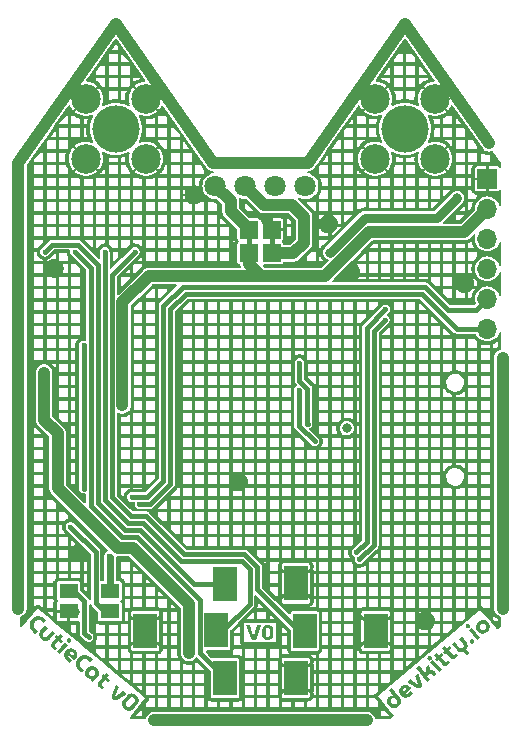
<source format=gtl>
G04 #@! TF.GenerationSoftware,KiCad,Pcbnew,7.0.7-7.0.7~ubuntu22.04.1*
G04 #@! TF.CreationDate,2024-07-01T00:22:52-07:00*
G04 #@! TF.ProjectId,v0.0-CutieCat,76302e30-2d43-4757-9469-654361742e6b,rev?*
G04 #@! TF.SameCoordinates,Original*
G04 #@! TF.FileFunction,Copper,L1,Top*
G04 #@! TF.FilePolarity,Positive*
%FSLAX46Y46*%
G04 Gerber Fmt 4.6, Leading zero omitted, Abs format (unit mm)*
G04 Created by KiCad (PCBNEW 7.0.7-7.0.7~ubuntu22.04.1) date 2024-07-01 00:22:52*
%MOMM*%
%LPD*%
G01*
G04 APERTURE LIST*
G04 #@! TA.AperFunction,NonConductor*
%ADD10C,1.000000*%
G04 #@! TD*
%ADD11C,0.200000*%
G04 #@! TA.AperFunction,NonConductor*
%ADD12C,0.200000*%
G04 #@! TD*
G04 #@! TA.AperFunction,EtchedComponent*
%ADD13C,0.400000*%
G04 #@! TD*
G04 #@! TA.AperFunction,SMDPad,CuDef*
%ADD14R,2.000000X3.000000*%
G04 #@! TD*
G04 #@! TA.AperFunction,SMDPad,CuDef*
%ADD15R,1.500000X1.500000*%
G04 #@! TD*
G04 #@! TA.AperFunction,SMDPad,CuDef*
%ADD16R,1.600000X1.250000*%
G04 #@! TD*
G04 #@! TA.AperFunction,ComponentPad*
%ADD17C,1.800000*%
G04 #@! TD*
G04 #@! TA.AperFunction,ComponentPad*
%ADD18R,1.700000X1.700000*%
G04 #@! TD*
G04 #@! TA.AperFunction,ComponentPad*
%ADD19O,1.700000X1.700000*%
G04 #@! TD*
G04 #@! TA.AperFunction,ComponentPad*
%ADD20C,4.000000*%
G04 #@! TD*
G04 #@! TA.AperFunction,ComponentPad*
%ADD21C,2.500000*%
G04 #@! TD*
G04 #@! TA.AperFunction,ViaPad*
%ADD22C,0.400000*%
G04 #@! TD*
G04 #@! TA.AperFunction,ViaPad*
%ADD23C,1.000000*%
G04 #@! TD*
G04 #@! TA.AperFunction,ViaPad*
%ADD24C,0.600000*%
G04 #@! TD*
G04 #@! TA.AperFunction,ViaPad*
%ADD25C,0.800000*%
G04 #@! TD*
G04 #@! TA.AperFunction,Conductor*
%ADD26C,1.000000*%
G04 #@! TD*
G04 #@! TA.AperFunction,Conductor*
%ADD27C,0.400000*%
G04 #@! TD*
G04 #@! TA.AperFunction,Conductor*
%ADD28C,0.600000*%
G04 #@! TD*
G04 #@! TA.AperFunction,Conductor*
%ADD29C,0.800000*%
G04 #@! TD*
G04 APERTURE END LIST*
D10*
X20500000Y-19123200D02*
X20500000Y2123170D01*
X12250000Y30405400D02*
X19352800Y20261500D01*
X-4000000Y18623200D02*
X4000000Y18623200D01*
X-20500000Y-19123200D02*
X-20500000Y18623200D01*
X-12250000Y30405400D02*
X-4000000Y18623200D01*
X-12250000Y30405400D02*
X-20500000Y18623200D01*
X4000000Y18623200D02*
X12250000Y30405400D01*
X-9000000Y-28594600D02*
X9000000Y-28594600D01*
D11*
D12*
G36*
X11742866Y-26593119D02*
G01*
X11756785Y-26610140D01*
X11770046Y-26627247D01*
X11782649Y-26644438D01*
X11794595Y-26661714D01*
X11805884Y-26679074D01*
X11816515Y-26696520D01*
X11826488Y-26714049D01*
X11835804Y-26731664D01*
X11844463Y-26749363D01*
X11852464Y-26767147D01*
X11859807Y-26785016D01*
X11866493Y-26802969D01*
X11872521Y-26821007D01*
X11877892Y-26839130D01*
X11882605Y-26857337D01*
X11886661Y-26875629D01*
X11890100Y-26893903D01*
X11892892Y-26912114D01*
X11895037Y-26930262D01*
X11896536Y-26948348D01*
X11897388Y-26966371D01*
X11897593Y-26984331D01*
X11897152Y-27002229D01*
X11896064Y-27020063D01*
X11894329Y-27037836D01*
X11891948Y-27055545D01*
X11888920Y-27073192D01*
X11885245Y-27090776D01*
X11880924Y-27108298D01*
X11875956Y-27125757D01*
X11870341Y-27143153D01*
X11864079Y-27160487D01*
X11857206Y-27177663D01*
X11849685Y-27194647D01*
X11841517Y-27211438D01*
X11832701Y-27228036D01*
X11823238Y-27244441D01*
X11813127Y-27260654D01*
X11802369Y-27276674D01*
X11790963Y-27292501D01*
X11778910Y-27308135D01*
X11766210Y-27323576D01*
X11752861Y-27338825D01*
X11738866Y-27353881D01*
X11724223Y-27368744D01*
X11708932Y-27383415D01*
X11692994Y-27397893D01*
X11676409Y-27412177D01*
X11663440Y-27422843D01*
X11650425Y-27433113D01*
X11637363Y-27442990D01*
X11624254Y-27452473D01*
X11611099Y-27461561D01*
X11597896Y-27470256D01*
X11584647Y-27478556D01*
X11571351Y-27486462D01*
X11558009Y-27493973D01*
X11544619Y-27501091D01*
X11531183Y-27507814D01*
X11517700Y-27514144D01*
X11504170Y-27520079D01*
X11490594Y-27525620D01*
X11470141Y-27533192D01*
X11463300Y-27535519D01*
X11442735Y-27541872D01*
X11422208Y-27547368D01*
X11401719Y-27552009D01*
X11381269Y-27555794D01*
X11360857Y-27558722D01*
X11340483Y-27560795D01*
X11320148Y-27562011D01*
X11299851Y-27562372D01*
X11279592Y-27561876D01*
X11259372Y-27560525D01*
X11245913Y-27559148D01*
X11225867Y-27556374D01*
X11205973Y-27552841D01*
X11186234Y-27548549D01*
X11166647Y-27543498D01*
X11147214Y-27537687D01*
X11127934Y-27531118D01*
X11108807Y-27523789D01*
X11089833Y-27515701D01*
X11071013Y-27506854D01*
X11052346Y-27497248D01*
X11039986Y-27490423D01*
X11021602Y-27479514D01*
X11003515Y-27467877D01*
X10985725Y-27455512D01*
X10968232Y-27442419D01*
X10956734Y-27433286D01*
X10945369Y-27423829D01*
X10934135Y-27414048D01*
X10923034Y-27403944D01*
X10912064Y-27393515D01*
X10901227Y-27382764D01*
X10890521Y-27371688D01*
X10879947Y-27360289D01*
X10869505Y-27348566D01*
X10859195Y-27336520D01*
X10846453Y-27320936D01*
X10834307Y-27305266D01*
X10822759Y-27289510D01*
X10811807Y-27273668D01*
X10801451Y-27257740D01*
X10791693Y-27241726D01*
X10782531Y-27225627D01*
X10773965Y-27209441D01*
X10765997Y-27193169D01*
X10758625Y-27176812D01*
X10751849Y-27160368D01*
X10745671Y-27143839D01*
X10740089Y-27127223D01*
X10735104Y-27110522D01*
X10730715Y-27093735D01*
X10726924Y-27076861D01*
X10723719Y-27059912D01*
X10721083Y-27043024D01*
X10719014Y-27026198D01*
X10717512Y-27009433D01*
X10716578Y-26992731D01*
X10716212Y-26976090D01*
X10716413Y-26959511D01*
X10717146Y-26943745D01*
X11049002Y-26943745D01*
X11049406Y-26960257D01*
X11050965Y-26976861D01*
X11053677Y-26993559D01*
X11057543Y-27010349D01*
X11062503Y-27027081D01*
X11068497Y-27043602D01*
X11075526Y-27059914D01*
X11083589Y-27076015D01*
X11092686Y-27091906D01*
X11102817Y-27107586D01*
X11113982Y-27123057D01*
X11126182Y-27138317D01*
X11135876Y-27149465D01*
X11149154Y-27163484D01*
X11162832Y-27176540D01*
X11176912Y-27188631D01*
X11191393Y-27199757D01*
X11206276Y-27209919D01*
X11221559Y-27219117D01*
X11237244Y-27227350D01*
X11241228Y-27229257D01*
X11257262Y-27236182D01*
X11273389Y-27241936D01*
X11289611Y-27246521D01*
X11305927Y-27249935D01*
X11322337Y-27252180D01*
X11338841Y-27253254D01*
X11355440Y-27253158D01*
X11372133Y-27251892D01*
X11388657Y-27249348D01*
X11404868Y-27245557D01*
X11420765Y-27240519D01*
X11436349Y-27234236D01*
X11451619Y-27226706D01*
X11466576Y-27217929D01*
X11481219Y-27207906D01*
X11495549Y-27196637D01*
X11509517Y-27184162D01*
X11522233Y-27171228D01*
X11533697Y-27157835D01*
X11543909Y-27143983D01*
X11552869Y-27129672D01*
X11560577Y-27114901D01*
X11567033Y-27099672D01*
X11572237Y-27083984D01*
X11576185Y-27067931D01*
X11578991Y-27051744D01*
X11580654Y-27035425D01*
X11581175Y-27018974D01*
X11580554Y-27002391D01*
X11578790Y-26985674D01*
X11575884Y-26968826D01*
X11571836Y-26951845D01*
X11566772Y-26934856D01*
X11560680Y-26918103D01*
X11553560Y-26901584D01*
X11545412Y-26885301D01*
X11536235Y-26869253D01*
X11526030Y-26853440D01*
X11514797Y-26837862D01*
X11505697Y-26826333D01*
X11502535Y-26822519D01*
X11492887Y-26811431D01*
X11479676Y-26797512D01*
X11466069Y-26784583D01*
X11452068Y-26772643D01*
X11437671Y-26761693D01*
X11422878Y-26751732D01*
X11407691Y-26742760D01*
X11392108Y-26734778D01*
X11388150Y-26732937D01*
X11372299Y-26726203D01*
X11356366Y-26720599D01*
X11340350Y-26716126D01*
X11324251Y-26712784D01*
X11308070Y-26710572D01*
X11291806Y-26709490D01*
X11275459Y-26709539D01*
X11259030Y-26710718D01*
X11242621Y-26713053D01*
X11226455Y-26716710D01*
X11210530Y-26721688D01*
X11194847Y-26727987D01*
X11179406Y-26735608D01*
X11164208Y-26744550D01*
X11149251Y-26754814D01*
X11134536Y-26766399D01*
X11120953Y-26778558D01*
X11108551Y-26791252D01*
X11097329Y-26804479D01*
X11087288Y-26818240D01*
X11078426Y-26832536D01*
X11070746Y-26847365D01*
X11064245Y-26862728D01*
X11058925Y-26878626D01*
X11054714Y-26894766D01*
X11051656Y-26911000D01*
X11049752Y-26927326D01*
X11049002Y-26943745D01*
X10717146Y-26943745D01*
X10717181Y-26942994D01*
X10718517Y-26926539D01*
X10720421Y-26910146D01*
X10722892Y-26893815D01*
X10725931Y-26877545D01*
X10729537Y-26861337D01*
X10733710Y-26845192D01*
X10738451Y-26829107D01*
X10743760Y-26813085D01*
X10749632Y-26797212D01*
X10756065Y-26781575D01*
X10763059Y-26766173D01*
X10770612Y-26751008D01*
X10778727Y-26736078D01*
X10787401Y-26721384D01*
X10796636Y-26706927D01*
X10806431Y-26692705D01*
X10816787Y-26678719D01*
X10827703Y-26664969D01*
X10839180Y-26651455D01*
X10851217Y-26638177D01*
X10863814Y-26625135D01*
X10876972Y-26612329D01*
X10890690Y-26599759D01*
X10904969Y-26587425D01*
X10917400Y-26577330D01*
X10929995Y-26567770D01*
X10942755Y-26558745D01*
X10955680Y-26550254D01*
X10968769Y-26542297D01*
X10982022Y-26534875D01*
X10995440Y-26527987D01*
X11009023Y-26521634D01*
X11022738Y-26515716D01*
X11036532Y-26510389D01*
X11050403Y-26505654D01*
X11067853Y-26500567D01*
X11085425Y-26496406D01*
X11103119Y-26493170D01*
X11120936Y-26490858D01*
X11138707Y-26489495D01*
X11156267Y-26489104D01*
X11173614Y-26489684D01*
X11190750Y-26491237D01*
X11207673Y-26493761D01*
X11224385Y-26497257D01*
X11231010Y-26498928D01*
X11235220Y-26495396D01*
X10866907Y-26056457D01*
X11116686Y-25846867D01*
X11742866Y-26593119D01*
G37*
G36*
X12296827Y-25576713D02*
G01*
X12313089Y-25577565D01*
X12329278Y-25579016D01*
X12345395Y-25581066D01*
X12361438Y-25583715D01*
X12377409Y-25586963D01*
X12393307Y-25590810D01*
X12409133Y-25595256D01*
X12424885Y-25600301D01*
X12440565Y-25605946D01*
X12456173Y-25612189D01*
X12471707Y-25619032D01*
X12487122Y-25626359D01*
X12502359Y-25634187D01*
X12517418Y-25642516D01*
X12532299Y-25651345D01*
X12547003Y-25660675D01*
X12561528Y-25670505D01*
X12575876Y-25680835D01*
X12590045Y-25691666D01*
X12604037Y-25702998D01*
X12617851Y-25714830D01*
X12631487Y-25727162D01*
X12644946Y-25739995D01*
X12658226Y-25753328D01*
X12671329Y-25767162D01*
X12684253Y-25781497D01*
X12697000Y-25796331D01*
X12707090Y-25808718D01*
X12716544Y-25820909D01*
X12726452Y-25834214D01*
X12735495Y-25846768D01*
X12744172Y-25859100D01*
X12752717Y-25872159D01*
X12760579Y-25885532D01*
X12766013Y-25896247D01*
X12225478Y-26349809D01*
X12240045Y-26359593D01*
X12254854Y-26368053D01*
X12269907Y-26375188D01*
X12285202Y-26380998D01*
X12300740Y-26385484D01*
X12316521Y-26388645D01*
X12322901Y-26389538D01*
X12338891Y-26390758D01*
X12355010Y-26390656D01*
X12371257Y-26389232D01*
X12387632Y-26386486D01*
X12404135Y-26382417D01*
X12420767Y-26377027D01*
X12427456Y-26374501D01*
X12444109Y-26367279D01*
X12457400Y-26360703D01*
X12470664Y-26353418D01*
X12483900Y-26345424D01*
X12497110Y-26336720D01*
X12510291Y-26327307D01*
X12523446Y-26317184D01*
X12533294Y-26309127D01*
X12784758Y-26098124D01*
X12957140Y-26303561D01*
X12712692Y-26508676D01*
X12695150Y-26523050D01*
X12677535Y-26536794D01*
X12659848Y-26549908D01*
X12642087Y-26562391D01*
X12624253Y-26574245D01*
X12606347Y-26585468D01*
X12588368Y-26596062D01*
X12570316Y-26606025D01*
X12552191Y-26615358D01*
X12533993Y-26624062D01*
X12515722Y-26632135D01*
X12497378Y-26639578D01*
X12478962Y-26646391D01*
X12460473Y-26652573D01*
X12441910Y-26658126D01*
X12423275Y-26663049D01*
X12404657Y-26667281D01*
X12386134Y-26670892D01*
X12367705Y-26673881D01*
X12349372Y-26676249D01*
X12331134Y-26677996D01*
X12312990Y-26679120D01*
X12294942Y-26679624D01*
X12276989Y-26679506D01*
X12259130Y-26678766D01*
X12241367Y-26677405D01*
X12223699Y-26675423D01*
X12206125Y-26672818D01*
X12188647Y-26669593D01*
X12171264Y-26665746D01*
X12153976Y-26661277D01*
X12136782Y-26656187D01*
X12119746Y-26650447D01*
X12102986Y-26644096D01*
X12086502Y-26637136D01*
X12070296Y-26629567D01*
X12054367Y-26621387D01*
X12038714Y-26612598D01*
X12023338Y-26603200D01*
X12008239Y-26593192D01*
X11993417Y-26582574D01*
X11978871Y-26571346D01*
X11964603Y-26559509D01*
X11950611Y-26547062D01*
X11936896Y-26534006D01*
X11923458Y-26520340D01*
X11910296Y-26506064D01*
X11897412Y-26491178D01*
X11883512Y-26474168D01*
X11870309Y-26457098D01*
X11857802Y-26439966D01*
X11845991Y-26422773D01*
X11834876Y-26405519D01*
X11824457Y-26388204D01*
X11814734Y-26370828D01*
X11805707Y-26353391D01*
X11797377Y-26335893D01*
X11789742Y-26318334D01*
X11782804Y-26300715D01*
X11776561Y-26283034D01*
X11771015Y-26265292D01*
X11766165Y-26247489D01*
X11762011Y-26229625D01*
X11758553Y-26211700D01*
X11755774Y-26193766D01*
X11753588Y-26175932D01*
X11751994Y-26158198D01*
X11750994Y-26140566D01*
X11750585Y-26123034D01*
X11750769Y-26105602D01*
X11751546Y-26088271D01*
X11752915Y-26071041D01*
X11754844Y-26054195D01*
X12044863Y-26054195D01*
X12044992Y-26070515D01*
X12046419Y-26086799D01*
X12049143Y-26103047D01*
X12053165Y-26119259D01*
X12056045Y-26128507D01*
X12061855Y-26144529D01*
X12068463Y-26160248D01*
X12074763Y-26173479D01*
X12081649Y-26186488D01*
X12089121Y-26199273D01*
X12402328Y-25936462D01*
X12391453Y-25925961D01*
X12380370Y-25916138D01*
X12367448Y-25905743D01*
X12354254Y-25896235D01*
X12350913Y-25893996D01*
X12337486Y-25885654D01*
X12323724Y-25878550D01*
X12309626Y-25872685D01*
X12295191Y-25868058D01*
X12280603Y-25864636D01*
X12266042Y-25862387D01*
X12249694Y-25861258D01*
X12237002Y-25861406D01*
X12222330Y-25862658D01*
X12207534Y-25865329D01*
X12192613Y-25869420D01*
X12177568Y-25874930D01*
X12162578Y-25881859D01*
X12149653Y-25889085D01*
X12136907Y-25897397D01*
X12124340Y-25906794D01*
X12119009Y-25911154D01*
X12107895Y-25921017D01*
X12095782Y-25933244D01*
X12085002Y-25945899D01*
X12075556Y-25958981D01*
X12067444Y-25972490D01*
X12063889Y-25979406D01*
X12057798Y-25993287D01*
X12052872Y-26007234D01*
X12048597Y-26023588D01*
X12045907Y-26040031D01*
X12044863Y-26054195D01*
X11754844Y-26054195D01*
X11754877Y-26053911D01*
X11757432Y-26036882D01*
X11760579Y-26019954D01*
X11764318Y-26003126D01*
X11768650Y-25986399D01*
X11773575Y-25969772D01*
X11779092Y-25953246D01*
X11785202Y-25936820D01*
X11791888Y-25920554D01*
X11799064Y-25904564D01*
X11806730Y-25888851D01*
X11814885Y-25873414D01*
X11823530Y-25858253D01*
X11832665Y-25843369D01*
X11842290Y-25828762D01*
X11852405Y-25814431D01*
X11863010Y-25800377D01*
X11874104Y-25786599D01*
X11885688Y-25773097D01*
X11897762Y-25759872D01*
X11910326Y-25746924D01*
X11923380Y-25734252D01*
X11936923Y-25721856D01*
X11950956Y-25709737D01*
X11967246Y-25696431D01*
X11983559Y-25683830D01*
X11999896Y-25671934D01*
X12016257Y-25660742D01*
X12032641Y-25650256D01*
X12049049Y-25640475D01*
X12065480Y-25631399D01*
X12081935Y-25623028D01*
X12098414Y-25615362D01*
X12114916Y-25608401D01*
X12131442Y-25602145D01*
X12147992Y-25596594D01*
X12164566Y-25591748D01*
X12181163Y-25587607D01*
X12197783Y-25584171D01*
X12214428Y-25581440D01*
X12231053Y-25579296D01*
X12247606Y-25577752D01*
X12264086Y-25576807D01*
X12280493Y-25576460D01*
X12296827Y-25576713D01*
G37*
G36*
X13575576Y-25818587D02*
G01*
X13561418Y-25829891D01*
X13546940Y-25840312D01*
X13532142Y-25849850D01*
X13517023Y-25858505D01*
X13501583Y-25866278D01*
X13485823Y-25873167D01*
X13469743Y-25879174D01*
X13453342Y-25884298D01*
X13436620Y-25888539D01*
X13419579Y-25891897D01*
X13408039Y-25893646D01*
X13390705Y-25895409D01*
X13373619Y-25896147D01*
X13356784Y-25895861D01*
X13340198Y-25894549D01*
X13323861Y-25892212D01*
X13307775Y-25888851D01*
X13291938Y-25884464D01*
X13276350Y-25879053D01*
X13261013Y-25872616D01*
X13245925Y-25865155D01*
X13236005Y-25859611D01*
X12412925Y-25354621D01*
X12685999Y-25125485D01*
X13346302Y-25573846D01*
X13360636Y-25578239D01*
X13361515Y-25578298D01*
X13373603Y-25573894D01*
X13380880Y-25562049D01*
X13378805Y-25547256D01*
X13378577Y-25546764D01*
X13052810Y-24817693D01*
X13320270Y-24593267D01*
X13673721Y-25490411D01*
X13679157Y-25506523D01*
X13683554Y-25522709D01*
X13686911Y-25538968D01*
X13689229Y-25555301D01*
X13690508Y-25571707D01*
X13690747Y-25588187D01*
X13689946Y-25604741D01*
X13688106Y-25621368D01*
X13685226Y-25638069D01*
X13681307Y-25654844D01*
X13678116Y-25666068D01*
X13672524Y-25682640D01*
X13666100Y-25698743D01*
X13658844Y-25714374D01*
X13650756Y-25729535D01*
X13641836Y-25744226D01*
X13632085Y-25758446D01*
X13621501Y-25772196D01*
X13610085Y-25785475D01*
X13597838Y-25798284D01*
X13584758Y-25810623D01*
X13575576Y-25818587D01*
G37*
G36*
X14120439Y-25327436D02*
G01*
X13135131Y-24153191D01*
X13384349Y-23944072D01*
X13938938Y-24605006D01*
X14048954Y-24512692D01*
X13975591Y-24043388D01*
X14253436Y-23810248D01*
X14320483Y-24339851D01*
X14336856Y-24335061D01*
X14353164Y-24330886D01*
X14369405Y-24327328D01*
X14385580Y-24324385D01*
X14401689Y-24322058D01*
X14417733Y-24320348D01*
X14433710Y-24319253D01*
X14449621Y-24318773D01*
X14465465Y-24318910D01*
X14481244Y-24319663D01*
X14496957Y-24321031D01*
X14512604Y-24323016D01*
X14528184Y-24325616D01*
X14543699Y-24328833D01*
X14559147Y-24332665D01*
X14574530Y-24337113D01*
X14589734Y-24342119D01*
X14604708Y-24347697D01*
X14619451Y-24353845D01*
X14633963Y-24360565D01*
X14648244Y-24367855D01*
X14662295Y-24375717D01*
X14676115Y-24384149D01*
X14689704Y-24393153D01*
X14703062Y-24402727D01*
X14716190Y-24412873D01*
X14729087Y-24423590D01*
X14741753Y-24434877D01*
X14754188Y-24446736D01*
X14766392Y-24459165D01*
X14778366Y-24472166D01*
X14790109Y-24485738D01*
X14927873Y-24649919D01*
X14678093Y-24859509D01*
X14540329Y-24695328D01*
X14528204Y-24681963D01*
X14515378Y-24669933D01*
X14501851Y-24659239D01*
X14487623Y-24649881D01*
X14472694Y-24641858D01*
X14457064Y-24635170D01*
X14450616Y-24632869D01*
X14434411Y-24627967D01*
X14418142Y-24624380D01*
X14401808Y-24622108D01*
X14385410Y-24621150D01*
X14368948Y-24621508D01*
X14352422Y-24623181D01*
X14345793Y-24624218D01*
X14329347Y-24627684D01*
X14313326Y-24632546D01*
X14297728Y-24638804D01*
X14282553Y-24646458D01*
X14267803Y-24655507D01*
X14253477Y-24665952D01*
X14247865Y-24670521D01*
X14098839Y-24795568D01*
X14369658Y-25118317D01*
X14120439Y-25327436D01*
G37*
G36*
X15088125Y-24515451D02*
G01*
X14396007Y-23690617D01*
X14646909Y-23480085D01*
X15339027Y-24304919D01*
X15088125Y-24515451D01*
G37*
G36*
X14442377Y-23490536D02*
G01*
X14427051Y-23502238D01*
X14411101Y-23512147D01*
X14394528Y-23520262D01*
X14377332Y-23526583D01*
X14359513Y-23531111D01*
X14341070Y-23533845D01*
X14322004Y-23534786D01*
X14307296Y-23534314D01*
X14302315Y-23533933D01*
X14287587Y-23532067D01*
X14268771Y-23528157D01*
X14250893Y-23522623D01*
X14233954Y-23515465D01*
X14217953Y-23506682D01*
X14202891Y-23496275D01*
X14188768Y-23484243D01*
X14175583Y-23470587D01*
X14172433Y-23466919D01*
X14160723Y-23451592D01*
X14150790Y-23435640D01*
X14142635Y-23419064D01*
X14136257Y-23401863D01*
X14131657Y-23384037D01*
X14128834Y-23365587D01*
X14127788Y-23346512D01*
X14128171Y-23331796D01*
X14128520Y-23326812D01*
X14130257Y-23312022D01*
X14134030Y-23293118D01*
X14139468Y-23275149D01*
X14146572Y-23258114D01*
X14155341Y-23242012D01*
X14165776Y-23226845D01*
X14177876Y-23212611D01*
X14191642Y-23199312D01*
X14195343Y-23196133D01*
X14210674Y-23184435D01*
X14226634Y-23174540D01*
X14243226Y-23166447D01*
X14260448Y-23160156D01*
X14278300Y-23155668D01*
X14296783Y-23152982D01*
X14315897Y-23152098D01*
X14330646Y-23152618D01*
X14335641Y-23153017D01*
X14350423Y-23154846D01*
X14369317Y-23158728D01*
X14387278Y-23164259D01*
X14404307Y-23171439D01*
X14420403Y-23180269D01*
X14435567Y-23190748D01*
X14449798Y-23202877D01*
X14463096Y-23216654D01*
X14466275Y-23220357D01*
X14477870Y-23235556D01*
X14487694Y-23251405D01*
X14495747Y-23267903D01*
X14502027Y-23285051D01*
X14506537Y-23302848D01*
X14509275Y-23321295D01*
X14510241Y-23340392D01*
X14509803Y-23355140D01*
X14509436Y-23360138D01*
X14507657Y-23374878D01*
X14503835Y-23393722D01*
X14498354Y-23411641D01*
X14491215Y-23428635D01*
X14482418Y-23444703D01*
X14471963Y-23459847D01*
X14459850Y-23474065D01*
X14446079Y-23487358D01*
X14442377Y-23490536D01*
G37*
G36*
X15825396Y-23896808D02*
G01*
X15811167Y-23908315D01*
X15796898Y-23918995D01*
X15782586Y-23928845D01*
X15768234Y-23937868D01*
X15753840Y-23946061D01*
X15739405Y-23953427D01*
X15724929Y-23959964D01*
X15710411Y-23965672D01*
X15695852Y-23970552D01*
X15681252Y-23974604D01*
X15666610Y-23977827D01*
X15651927Y-23980222D01*
X15637203Y-23981788D01*
X15622438Y-23982526D01*
X15607631Y-23982435D01*
X15592783Y-23981516D01*
X15578020Y-23979727D01*
X15563454Y-23977154D01*
X15549088Y-23973799D01*
X15534920Y-23969660D01*
X15520950Y-23964738D01*
X15507179Y-23959033D01*
X15493606Y-23952545D01*
X15480233Y-23945274D01*
X15467057Y-23937220D01*
X15454080Y-23928383D01*
X15441302Y-23918763D01*
X15428722Y-23908359D01*
X15416341Y-23897173D01*
X15404158Y-23885203D01*
X15392174Y-23872450D01*
X15380388Y-23858915D01*
X14721710Y-23073933D01*
X14971771Y-22864107D01*
X15618674Y-23635057D01*
X15629712Y-23645485D01*
X15643895Y-23653086D01*
X15658642Y-23656479D01*
X15660214Y-23656634D01*
X15675590Y-23656090D01*
X15689754Y-23651986D01*
X15702706Y-23644322D01*
X15705151Y-23642362D01*
X15884768Y-23491646D01*
X16059740Y-23700170D01*
X15825396Y-23896808D01*
G37*
G36*
X14926771Y-23592466D02*
G01*
X14755802Y-23388713D01*
X15367622Y-22875336D01*
X15538591Y-23079088D01*
X14926771Y-23592466D01*
G37*
G36*
X16514676Y-23318433D02*
G01*
X16500447Y-23329941D01*
X16486177Y-23340620D01*
X16471866Y-23350471D01*
X16457513Y-23359493D01*
X16443120Y-23367687D01*
X16428685Y-23375053D01*
X16414208Y-23381590D01*
X16399691Y-23387298D01*
X16385132Y-23392178D01*
X16370531Y-23396230D01*
X16355890Y-23399453D01*
X16341207Y-23401848D01*
X16326483Y-23403414D01*
X16311718Y-23404152D01*
X16296911Y-23404061D01*
X16282063Y-23403142D01*
X16267299Y-23401352D01*
X16252734Y-23398780D01*
X16238367Y-23395424D01*
X16224199Y-23391286D01*
X16210230Y-23386364D01*
X16196459Y-23380659D01*
X16182886Y-23374171D01*
X16169512Y-23366900D01*
X16156337Y-23358846D01*
X16143360Y-23350009D01*
X16130581Y-23340388D01*
X16118002Y-23329985D01*
X16105620Y-23318798D01*
X16093438Y-23306829D01*
X16081453Y-23294076D01*
X16069668Y-23280540D01*
X15410990Y-22495559D01*
X15661050Y-22285733D01*
X16307953Y-23056682D01*
X16318992Y-23067110D01*
X16333174Y-23074712D01*
X16347922Y-23078105D01*
X16349494Y-23078260D01*
X16364870Y-23077716D01*
X16379034Y-23073612D01*
X16391985Y-23065948D01*
X16394430Y-23063988D01*
X16574047Y-22913272D01*
X16749020Y-23121795D01*
X16514676Y-23318433D01*
G37*
G36*
X15616051Y-23014092D02*
G01*
X15445082Y-22810339D01*
X16056901Y-22296961D01*
X16227870Y-22500714D01*
X15616051Y-23014092D01*
G37*
G36*
X17461512Y-23080631D02*
G01*
X17190929Y-22758163D01*
X17177434Y-22764745D01*
X17163946Y-22770926D01*
X17150464Y-22776705D01*
X17130255Y-22784620D01*
X17110060Y-22791631D01*
X17089880Y-22797739D01*
X17069716Y-22802942D01*
X17049566Y-22807242D01*
X17029432Y-22810639D01*
X17009312Y-22813131D01*
X16989208Y-22814720D01*
X16975814Y-22815277D01*
X16955838Y-22815301D01*
X16936067Y-22814496D01*
X16916501Y-22812865D01*
X16897140Y-22810405D01*
X16877985Y-22807118D01*
X16859034Y-22803003D01*
X16840288Y-22798060D01*
X16821747Y-22792290D01*
X16803411Y-22785692D01*
X16785280Y-22778266D01*
X16773307Y-22772855D01*
X16755628Y-22764112D01*
X16738378Y-22754666D01*
X16721554Y-22744516D01*
X16705157Y-22733664D01*
X16689188Y-22722108D01*
X16673646Y-22709849D01*
X16658531Y-22696887D01*
X16643843Y-22683222D01*
X16629583Y-22668853D01*
X16615749Y-22653782D01*
X16606765Y-22643343D01*
X16209014Y-22169323D01*
X16458233Y-21960204D01*
X16849860Y-22426927D01*
X16861562Y-22439844D01*
X16874003Y-22451580D01*
X16887181Y-22462137D01*
X16901098Y-22471514D01*
X16915752Y-22479712D01*
X16931145Y-22486729D01*
X16937509Y-22489206D01*
X16953737Y-22494422D01*
X16970133Y-22498307D01*
X16986696Y-22500861D01*
X17003426Y-22502083D01*
X17020323Y-22501975D01*
X17037388Y-22500534D01*
X17044260Y-22499586D01*
X17061173Y-22496141D01*
X17077627Y-22491260D01*
X17093623Y-22484941D01*
X17109160Y-22477186D01*
X17124239Y-22467995D01*
X17138859Y-22457366D01*
X17144579Y-22452712D01*
X17155711Y-22442788D01*
X17168375Y-22429794D01*
X17179649Y-22416145D01*
X17189532Y-22401841D01*
X17198025Y-22386882D01*
X17205128Y-22371268D01*
X17208722Y-22361586D01*
X17213545Y-22345136D01*
X17217014Y-22328632D01*
X17219130Y-22312073D01*
X17219891Y-22295458D01*
X17219299Y-22278789D01*
X17217353Y-22262065D01*
X17216195Y-22255360D01*
X17212473Y-22238774D01*
X17207462Y-22222709D01*
X17201159Y-22207167D01*
X17193567Y-22192147D01*
X17184685Y-22177649D01*
X17174513Y-22163673D01*
X17170083Y-22158228D01*
X16778456Y-21691505D01*
X17028236Y-21481915D01*
X17425986Y-21955935D01*
X17438938Y-21971967D01*
X17451125Y-21988280D01*
X17462548Y-22004873D01*
X17473205Y-22021746D01*
X17483097Y-22038900D01*
X17492224Y-22056335D01*
X17500586Y-22074050D01*
X17508183Y-22092045D01*
X17515014Y-22110321D01*
X17521081Y-22128878D01*
X17524701Y-22141404D01*
X17529508Y-22160285D01*
X17533476Y-22179247D01*
X17536605Y-22198292D01*
X17538895Y-22217418D01*
X17540345Y-22236627D01*
X17540957Y-22255917D01*
X17540729Y-22275290D01*
X17539663Y-22294744D01*
X17537757Y-22314281D01*
X17535012Y-22333899D01*
X17532716Y-22347024D01*
X17528536Y-22366568D01*
X17523427Y-22385968D01*
X17517389Y-22405222D01*
X17510423Y-22424331D01*
X17502527Y-22443295D01*
X17493702Y-22462113D01*
X17483949Y-22480786D01*
X17473266Y-22499314D01*
X17461655Y-22517697D01*
X17453398Y-22529871D01*
X17444728Y-22541981D01*
X17440238Y-22548012D01*
X17711292Y-22871041D01*
X17461512Y-23080631D01*
G37*
G36*
X18044668Y-22068574D02*
G01*
X18032541Y-22078060D01*
X18020051Y-22086472D01*
X18007198Y-22093810D01*
X17989495Y-22101924D01*
X17971147Y-22108128D01*
X17952154Y-22112423D01*
X17937485Y-22114392D01*
X17922453Y-22115286D01*
X17907058Y-22115106D01*
X17896593Y-22114390D01*
X17881058Y-22112377D01*
X17866073Y-22109397D01*
X17851640Y-22105451D01*
X17837758Y-22100539D01*
X17820104Y-22092485D01*
X17803431Y-22082713D01*
X17787736Y-22071222D01*
X17776607Y-22061477D01*
X17766030Y-22050764D01*
X17759284Y-22043086D01*
X17749751Y-22030913D01*
X17741286Y-22018390D01*
X17733889Y-22005518D01*
X17727561Y-21992295D01*
X17720785Y-21974120D01*
X17715908Y-21955324D01*
X17713496Y-21940818D01*
X17712153Y-21925962D01*
X17711878Y-21910757D01*
X17712671Y-21895201D01*
X17714547Y-21879696D01*
X17717413Y-21864730D01*
X17721269Y-21850303D01*
X17726116Y-21836416D01*
X17734119Y-21818738D01*
X17743883Y-21802019D01*
X17755408Y-21786258D01*
X17765207Y-21775066D01*
X17775996Y-21764414D01*
X17783740Y-21757612D01*
X17795915Y-21748081D01*
X17808444Y-21739624D01*
X17821327Y-21732239D01*
X17834564Y-21725928D01*
X17852764Y-21719183D01*
X17871594Y-21714345D01*
X17886129Y-21711969D01*
X17901019Y-21710666D01*
X17916262Y-21710436D01*
X17931860Y-21711280D01*
X17947367Y-21713158D01*
X17962339Y-21716031D01*
X17976776Y-21719900D01*
X17990678Y-21724764D01*
X18008382Y-21732797D01*
X18025135Y-21742601D01*
X18037075Y-21751115D01*
X18048480Y-21760624D01*
X18059350Y-21771129D01*
X18069685Y-21782629D01*
X18080009Y-21795977D01*
X18089053Y-21809886D01*
X18096817Y-21824357D01*
X18103299Y-21839388D01*
X18108501Y-21854980D01*
X18112422Y-21871133D01*
X18113632Y-21877751D01*
X18115846Y-21894279D01*
X18116774Y-21910694D01*
X18116417Y-21926997D01*
X18114774Y-21943188D01*
X18111846Y-21959266D01*
X18107633Y-21975232D01*
X18105588Y-21981586D01*
X18099508Y-21997022D01*
X18092154Y-22011774D01*
X18083526Y-22025844D01*
X18073626Y-22039231D01*
X18062451Y-22051935D01*
X18050003Y-22063956D01*
X18044668Y-22068574D01*
G37*
G36*
X18334699Y-21791252D02*
G01*
X17642581Y-20966418D01*
X17893484Y-20755886D01*
X18585602Y-21580720D01*
X18334699Y-21791252D01*
G37*
G36*
X17688952Y-20766337D02*
G01*
X17673625Y-20778039D01*
X17657675Y-20787948D01*
X17641102Y-20796063D01*
X17623906Y-20802384D01*
X17606087Y-20806912D01*
X17587644Y-20809646D01*
X17568579Y-20810586D01*
X17553870Y-20810115D01*
X17548890Y-20809733D01*
X17534161Y-20807867D01*
X17515345Y-20803958D01*
X17497468Y-20798424D01*
X17480528Y-20791266D01*
X17464528Y-20782483D01*
X17449466Y-20772076D01*
X17435342Y-20760044D01*
X17422157Y-20746388D01*
X17419007Y-20742720D01*
X17407297Y-20727393D01*
X17397364Y-20711441D01*
X17389209Y-20694864D01*
X17382831Y-20677663D01*
X17378231Y-20659838D01*
X17375408Y-20641387D01*
X17374363Y-20622312D01*
X17374745Y-20607596D01*
X17375095Y-20602613D01*
X17376831Y-20587822D01*
X17380604Y-20568919D01*
X17386042Y-20550950D01*
X17393146Y-20533914D01*
X17401915Y-20517813D01*
X17412350Y-20502645D01*
X17424450Y-20488412D01*
X17438216Y-20475113D01*
X17441918Y-20471934D01*
X17457248Y-20460236D01*
X17473209Y-20450340D01*
X17489800Y-20442247D01*
X17507022Y-20435957D01*
X17524874Y-20431468D01*
X17543357Y-20428783D01*
X17562471Y-20427899D01*
X17577220Y-20428419D01*
X17582215Y-20428818D01*
X17596998Y-20430647D01*
X17615892Y-20434528D01*
X17633853Y-20440059D01*
X17650881Y-20447240D01*
X17666978Y-20456070D01*
X17682141Y-20466549D01*
X17696372Y-20478677D01*
X17709670Y-20492455D01*
X17712849Y-20496157D01*
X17724445Y-20511356D01*
X17734269Y-20527205D01*
X17742321Y-20543704D01*
X17748602Y-20560852D01*
X17753111Y-20578649D01*
X17755849Y-20597096D01*
X17756815Y-20616192D01*
X17756378Y-20630941D01*
X17756010Y-20635938D01*
X17754232Y-20650679D01*
X17750409Y-20669523D01*
X17744928Y-20687442D01*
X17737790Y-20704435D01*
X17728993Y-20720504D01*
X17718538Y-20735647D01*
X17706425Y-20749865D01*
X17692653Y-20763158D01*
X17688952Y-20766337D01*
G37*
G36*
X18873168Y-20095397D02*
G01*
X18891262Y-20096322D01*
X18909296Y-20097843D01*
X18927270Y-20099959D01*
X18945183Y-20102673D01*
X18963036Y-20105982D01*
X18980828Y-20109887D01*
X18998561Y-20114388D01*
X19016233Y-20119486D01*
X19033845Y-20125179D01*
X19051283Y-20131468D01*
X19068437Y-20138351D01*
X19085304Y-20145830D01*
X19101886Y-20153902D01*
X19118182Y-20162570D01*
X19134193Y-20171832D01*
X19149917Y-20181689D01*
X19165357Y-20192140D01*
X19180510Y-20203186D01*
X19195378Y-20214827D01*
X19209960Y-20227062D01*
X19224257Y-20239892D01*
X19238268Y-20253317D01*
X19251993Y-20267336D01*
X19265433Y-20281950D01*
X19278586Y-20297159D01*
X19291168Y-20312620D01*
X19303125Y-20328273D01*
X19314458Y-20344117D01*
X19325166Y-20360151D01*
X19335251Y-20376378D01*
X19344711Y-20392795D01*
X19353547Y-20409404D01*
X19361759Y-20426203D01*
X19369347Y-20443194D01*
X19376310Y-20460377D01*
X19382650Y-20477750D01*
X19388365Y-20495315D01*
X19393456Y-20513071D01*
X19397923Y-20531018D01*
X19401765Y-20549156D01*
X19404984Y-20567485D01*
X19407588Y-20585887D01*
X19409590Y-20604242D01*
X19410988Y-20622551D01*
X19411782Y-20640813D01*
X19411973Y-20659028D01*
X19411561Y-20677196D01*
X19410546Y-20695318D01*
X19408927Y-20713392D01*
X19406704Y-20731421D01*
X19403879Y-20749402D01*
X19400450Y-20767337D01*
X19396417Y-20785225D01*
X19391781Y-20803067D01*
X19386542Y-20820862D01*
X19380700Y-20838610D01*
X19374254Y-20856311D01*
X19367229Y-20873788D01*
X19359639Y-20890992D01*
X19351484Y-20907923D01*
X19342764Y-20924582D01*
X19333478Y-20940967D01*
X19323627Y-20957079D01*
X19313210Y-20972919D01*
X19302229Y-20988485D01*
X19290682Y-21003779D01*
X19278570Y-21018800D01*
X19265892Y-21033547D01*
X19252649Y-21048022D01*
X19238841Y-21062224D01*
X19224468Y-21076153D01*
X19209529Y-21089809D01*
X19194025Y-21103192D01*
X19178118Y-21116166D01*
X19162040Y-21128536D01*
X19145792Y-21140301D01*
X19129373Y-21151463D01*
X19112784Y-21162021D01*
X19096024Y-21171974D01*
X19079093Y-21181323D01*
X19061991Y-21190069D01*
X19044719Y-21198210D01*
X19027277Y-21205747D01*
X19009663Y-21212680D01*
X18991879Y-21219009D01*
X18973925Y-21224733D01*
X18955800Y-21229854D01*
X18937504Y-21234371D01*
X18919037Y-21238283D01*
X18900518Y-21241530D01*
X18882054Y-21244177D01*
X18863644Y-21246227D01*
X18845288Y-21247677D01*
X18826987Y-21248529D01*
X18808740Y-21248783D01*
X18790548Y-21248438D01*
X18772409Y-21247494D01*
X18754326Y-21245951D01*
X18736297Y-21243810D01*
X18718322Y-21241070D01*
X18700401Y-21237732D01*
X18682535Y-21233795D01*
X18664724Y-21229259D01*
X18646966Y-21224125D01*
X18629264Y-21218392D01*
X18611709Y-21212034D01*
X18594455Y-21205095D01*
X18577502Y-21197575D01*
X18560849Y-21189474D01*
X18544497Y-21180791D01*
X18528446Y-21171527D01*
X18512696Y-21161683D01*
X18497247Y-21151257D01*
X18482098Y-21140250D01*
X18467250Y-21128661D01*
X18452702Y-21116492D01*
X18438456Y-21103742D01*
X18424510Y-21090410D01*
X18410865Y-21076497D01*
X18397520Y-21062003D01*
X18384476Y-21046928D01*
X18371897Y-21031467D01*
X18359946Y-21015815D01*
X18348624Y-20999972D01*
X18337929Y-20983939D01*
X18327863Y-20967714D01*
X18318425Y-20951299D01*
X18309615Y-20934692D01*
X18301433Y-20917895D01*
X18293879Y-20900907D01*
X18286954Y-20883728D01*
X18280657Y-20866359D01*
X18274988Y-20848798D01*
X18269948Y-20831046D01*
X18265535Y-20813104D01*
X18261751Y-20794971D01*
X18258595Y-20776647D01*
X18256025Y-20758217D01*
X18254055Y-20739835D01*
X18252687Y-20721502D01*
X18251920Y-20703217D01*
X18251754Y-20684981D01*
X18252189Y-20666793D01*
X18253225Y-20648654D01*
X18254139Y-20638554D01*
X18560956Y-20638554D01*
X18561070Y-20655309D01*
X18562322Y-20672171D01*
X18564709Y-20689141D01*
X18568233Y-20706219D01*
X18572809Y-20723160D01*
X18578471Y-20739864D01*
X18585218Y-20756330D01*
X18593050Y-20772557D01*
X18601968Y-20788546D01*
X18611971Y-20804296D01*
X18623060Y-20819809D01*
X18635234Y-20835083D01*
X18644936Y-20846216D01*
X18658250Y-20860168D01*
X18671994Y-20873101D01*
X18686169Y-20885015D01*
X18700774Y-20895910D01*
X18715809Y-20905787D01*
X18731275Y-20914645D01*
X18747171Y-20922484D01*
X18751212Y-20924285D01*
X18767422Y-20930725D01*
X18783731Y-20936036D01*
X18800138Y-20940219D01*
X18816644Y-20943272D01*
X18833248Y-20945196D01*
X18849952Y-20945991D01*
X18866754Y-20945657D01*
X18883656Y-20944193D01*
X18900487Y-20941392D01*
X18917057Y-20937299D01*
X18933367Y-20931916D01*
X18949415Y-20925242D01*
X18965203Y-20917278D01*
X18980730Y-20908023D01*
X18995996Y-20897478D01*
X19011001Y-20885642D01*
X19025324Y-20872869D01*
X19038404Y-20859629D01*
X19050240Y-20845923D01*
X19060834Y-20831751D01*
X19070184Y-20817112D01*
X19078291Y-20802007D01*
X19085155Y-20786436D01*
X19090776Y-20770399D01*
X19095213Y-20753957D01*
X19098504Y-20737431D01*
X19100648Y-20720821D01*
X19101645Y-20704127D01*
X19101496Y-20687349D01*
X19100200Y-20670487D01*
X19097757Y-20653541D01*
X19094168Y-20636511D01*
X19089468Y-20619554D01*
X19083690Y-20602828D01*
X19076836Y-20586333D01*
X19068905Y-20570068D01*
X19059898Y-20554035D01*
X19049814Y-20538233D01*
X19038654Y-20522661D01*
X19029577Y-20511134D01*
X19026416Y-20507320D01*
X19016760Y-20496238D01*
X19003516Y-20482347D01*
X18989851Y-20469468D01*
X18975764Y-20457600D01*
X18961255Y-20446743D01*
X18946325Y-20436898D01*
X18930972Y-20428064D01*
X18915199Y-20420242D01*
X18911189Y-20418444D01*
X18895045Y-20411957D01*
X18878791Y-20406622D01*
X18862429Y-20402440D01*
X18845957Y-20399410D01*
X18829377Y-20397533D01*
X18812687Y-20396808D01*
X18795889Y-20397236D01*
X18778982Y-20398816D01*
X18762161Y-20401497D01*
X18745600Y-20405485D01*
X18729298Y-20410779D01*
X18713256Y-20417381D01*
X18697473Y-20425288D01*
X18681949Y-20434503D01*
X18666686Y-20445024D01*
X18651681Y-20456852D01*
X18637358Y-20469633D01*
X18624276Y-20482897D01*
X18612435Y-20496643D01*
X18601837Y-20510872D01*
X18592480Y-20525583D01*
X18584365Y-20540777D01*
X18577492Y-20556453D01*
X18571861Y-20572611D01*
X18567430Y-20588936D01*
X18564135Y-20605368D01*
X18561977Y-20621907D01*
X18560956Y-20638554D01*
X18254139Y-20638554D01*
X18254863Y-20630563D01*
X18257102Y-20612521D01*
X18259942Y-20594528D01*
X18263383Y-20576583D01*
X18267425Y-20558686D01*
X18272068Y-20540838D01*
X18277313Y-20523039D01*
X18283159Y-20505288D01*
X18289606Y-20487586D01*
X18296609Y-20470011D01*
X18304180Y-20452714D01*
X18312321Y-20435694D01*
X18321030Y-20418952D01*
X18330309Y-20402487D01*
X18340156Y-20386299D01*
X18350573Y-20370388D01*
X18361558Y-20354755D01*
X18373113Y-20339399D01*
X18385236Y-20324321D01*
X18397929Y-20309519D01*
X18411190Y-20294995D01*
X18425020Y-20280749D01*
X18439419Y-20266779D01*
X18454388Y-20253087D01*
X18469925Y-20239673D01*
X18485832Y-20226703D01*
X18501908Y-20214345D01*
X18518155Y-20202600D01*
X18534571Y-20191466D01*
X18551158Y-20180945D01*
X18567914Y-20171036D01*
X18584840Y-20161739D01*
X18601936Y-20153054D01*
X18619202Y-20144982D01*
X18636638Y-20137521D01*
X18654244Y-20130673D01*
X18672020Y-20124437D01*
X18689966Y-20118813D01*
X18708081Y-20113801D01*
X18726367Y-20109401D01*
X18744822Y-20105614D01*
X18763338Y-20102366D01*
X18781794Y-20099714D01*
X18800189Y-20097659D01*
X18818525Y-20096199D01*
X18836799Y-20095336D01*
X18855014Y-20095068D01*
X18873168Y-20095397D01*
G37*
D11*
D12*
G36*
X-570306Y-21790426D02*
G01*
X-586504Y-21790066D01*
X-602352Y-21788988D01*
X-617852Y-21787190D01*
X-633003Y-21784673D01*
X-647805Y-21781437D01*
X-662258Y-21777482D01*
X-676363Y-21772807D01*
X-690119Y-21767414D01*
X-703525Y-21761301D01*
X-716583Y-21754469D01*
X-725095Y-21749515D01*
X-737413Y-21741493D01*
X-749066Y-21732768D01*
X-760053Y-21723339D01*
X-770375Y-21713208D01*
X-780032Y-21702374D01*
X-789023Y-21690836D01*
X-797348Y-21678596D01*
X-805008Y-21665652D01*
X-812003Y-21652006D01*
X-818332Y-21637656D01*
X-822181Y-21627699D01*
X-1194347Y-20543872D01*
X-878052Y-20543872D01*
X-594120Y-21492755D01*
X-588586Y-21503846D01*
X-584350Y-21508326D01*
X-572742Y-21513091D01*
X-570306Y-21513210D01*
X-557963Y-21510415D01*
X-555041Y-21508631D01*
X-547559Y-21498578D01*
X-545576Y-21492755D01*
X-256454Y-20543872D01*
X52818Y-20543872D01*
X-317515Y-21626478D01*
X-323135Y-21641143D01*
X-329464Y-21655143D01*
X-336502Y-21668478D01*
X-344248Y-21681146D01*
X-352702Y-21693150D01*
X-361865Y-21704488D01*
X-371736Y-21715160D01*
X-382315Y-21725167D01*
X-393603Y-21734509D01*
X-405600Y-21743185D01*
X-413991Y-21748599D01*
X-426933Y-21756074D01*
X-440230Y-21762814D01*
X-453881Y-21768818D01*
X-467886Y-21774088D01*
X-482246Y-21778621D01*
X-496959Y-21782420D01*
X-512027Y-21785484D01*
X-527449Y-21787812D01*
X-543225Y-21789405D01*
X-559356Y-21790263D01*
X-570306Y-21790426D01*
G37*
G36*
X643003Y-20522423D02*
G01*
X659895Y-20523106D01*
X676548Y-20524245D01*
X692963Y-20525840D01*
X709139Y-20527890D01*
X725077Y-20530395D01*
X740776Y-20533357D01*
X756237Y-20536773D01*
X771459Y-20540646D01*
X786443Y-20544974D01*
X801188Y-20549757D01*
X815695Y-20554996D01*
X829963Y-20560691D01*
X843993Y-20566841D01*
X857784Y-20573447D01*
X871336Y-20580508D01*
X884588Y-20587962D01*
X897478Y-20595745D01*
X910005Y-20603857D01*
X922169Y-20612298D01*
X933971Y-20621068D01*
X945411Y-20630168D01*
X956487Y-20639596D01*
X967202Y-20649354D01*
X977553Y-20659441D01*
X987543Y-20669857D01*
X997169Y-20680602D01*
X1006433Y-20691677D01*
X1015335Y-20703080D01*
X1023874Y-20714813D01*
X1032050Y-20726875D01*
X1039864Y-20739266D01*
X1047295Y-20751887D01*
X1054247Y-20764716D01*
X1060719Y-20777752D01*
X1066712Y-20790996D01*
X1072225Y-20804447D01*
X1077259Y-20818106D01*
X1081813Y-20831972D01*
X1085888Y-20846046D01*
X1089484Y-20860327D01*
X1092600Y-20874816D01*
X1095237Y-20889512D01*
X1097395Y-20904416D01*
X1099073Y-20919527D01*
X1100271Y-20934846D01*
X1100990Y-20950373D01*
X1101230Y-20966106D01*
X1101230Y-21345904D01*
X1100987Y-21361529D01*
X1100257Y-21376959D01*
X1099040Y-21392193D01*
X1097337Y-21407232D01*
X1095148Y-21422075D01*
X1092472Y-21436722D01*
X1089309Y-21451174D01*
X1085659Y-21465430D01*
X1081524Y-21479491D01*
X1076901Y-21493356D01*
X1071792Y-21507026D01*
X1066196Y-21520500D01*
X1060114Y-21533778D01*
X1053545Y-21546861D01*
X1046490Y-21559748D01*
X1038948Y-21572439D01*
X1030984Y-21584869D01*
X1022662Y-21596969D01*
X1013982Y-21608739D01*
X1004945Y-21620181D01*
X995550Y-21631294D01*
X985797Y-21642077D01*
X975686Y-21652531D01*
X965217Y-21662657D01*
X954391Y-21672452D01*
X943207Y-21681919D01*
X931665Y-21691057D01*
X919765Y-21699865D01*
X907508Y-21708345D01*
X894892Y-21716495D01*
X881919Y-21724316D01*
X868589Y-21731808D01*
X855011Y-21738906D01*
X841221Y-21745546D01*
X827219Y-21751729D01*
X813004Y-21757453D01*
X798578Y-21762720D01*
X783938Y-21767528D01*
X769087Y-21771879D01*
X754023Y-21775771D01*
X738748Y-21779206D01*
X723259Y-21782183D01*
X707559Y-21784702D01*
X691646Y-21786762D01*
X675521Y-21788365D01*
X659184Y-21789510D01*
X642634Y-21790197D01*
X625872Y-21790426D01*
X608518Y-21790198D01*
X591411Y-21789515D01*
X574553Y-21788376D01*
X557942Y-21786781D01*
X541580Y-21784731D01*
X525466Y-21782226D01*
X509599Y-21779265D01*
X493981Y-21775848D01*
X478611Y-21771975D01*
X463489Y-21767648D01*
X448615Y-21762864D01*
X433989Y-21757625D01*
X419611Y-21751930D01*
X405481Y-21745780D01*
X391600Y-21739174D01*
X377966Y-21732113D01*
X364637Y-21724621D01*
X351672Y-21716800D01*
X339068Y-21708650D01*
X326827Y-21700171D01*
X314949Y-21691362D01*
X303434Y-21682225D01*
X292280Y-21672758D01*
X281490Y-21662962D01*
X271062Y-21652837D01*
X260996Y-21642382D01*
X251293Y-21631599D01*
X241953Y-21620486D01*
X232975Y-21609045D01*
X224360Y-21597274D01*
X216107Y-21585174D01*
X208217Y-21572745D01*
X200749Y-21560052D01*
X193763Y-21547161D01*
X187258Y-21534072D01*
X181236Y-21520786D01*
X175695Y-21507301D01*
X170636Y-21493619D01*
X166059Y-21479738D01*
X161964Y-21465659D01*
X158350Y-21451383D01*
X155218Y-21436908D01*
X152568Y-21422236D01*
X150400Y-21407365D01*
X148714Y-21392297D01*
X147509Y-21377031D01*
X146787Y-21361566D01*
X146678Y-21354453D01*
X430478Y-21354453D01*
X430893Y-21367409D01*
X432138Y-21380022D01*
X434213Y-21392291D01*
X437118Y-21404217D01*
X441917Y-21418641D01*
X448013Y-21432529D01*
X455405Y-21445880D01*
X457039Y-21448486D01*
X463956Y-21458594D01*
X473381Y-21470465D01*
X483670Y-21481486D01*
X494824Y-21491658D01*
X506842Y-21500979D01*
X517079Y-21507825D01*
X527870Y-21514126D01*
X539152Y-21519779D01*
X550710Y-21524678D01*
X562546Y-21528824D01*
X574658Y-21532216D01*
X587046Y-21534854D01*
X599712Y-21536738D01*
X612654Y-21537868D01*
X625872Y-21538245D01*
X638857Y-21537873D01*
X651556Y-21536757D01*
X663968Y-21534897D01*
X676095Y-21532292D01*
X687935Y-21528943D01*
X699489Y-21524850D01*
X710756Y-21520013D01*
X721738Y-21514432D01*
X732304Y-21508125D01*
X744747Y-21499464D01*
X756341Y-21489938D01*
X767084Y-21479548D01*
X776978Y-21468293D01*
X786023Y-21456173D01*
X791042Y-21448486D01*
X797195Y-21437800D01*
X802529Y-21426810D01*
X808041Y-21412642D01*
X812272Y-21397996D01*
X814734Y-21385937D01*
X816375Y-21373572D01*
X817195Y-21360902D01*
X817298Y-21354453D01*
X817298Y-20957253D01*
X816887Y-20944158D01*
X815657Y-20931435D01*
X813605Y-20919085D01*
X810734Y-20907107D01*
X805990Y-20892657D01*
X799965Y-20878788D01*
X792657Y-20865501D01*
X791042Y-20862914D01*
X782419Y-20850363D01*
X772962Y-20838662D01*
X762670Y-20827811D01*
X751543Y-20817810D01*
X739581Y-20808658D01*
X726785Y-20800356D01*
X721432Y-20797274D01*
X710527Y-20791549D01*
X699336Y-20786588D01*
X687858Y-20782390D01*
X676095Y-20778955D01*
X664045Y-20776284D01*
X651709Y-20774376D01*
X639086Y-20773231D01*
X626178Y-20772849D01*
X612959Y-20773226D01*
X600017Y-20774357D01*
X587352Y-20776241D01*
X574963Y-20778879D01*
X562851Y-20782271D01*
X551016Y-20786416D01*
X539457Y-20791315D01*
X528175Y-20796968D01*
X517313Y-20803208D01*
X507014Y-20810020D01*
X497278Y-20817405D01*
X485899Y-20827440D01*
X475399Y-20838370D01*
X465780Y-20850195D01*
X458717Y-20860298D01*
X457039Y-20862914D01*
X450814Y-20873537D01*
X445419Y-20884495D01*
X439842Y-20898661D01*
X436314Y-20910370D01*
X433617Y-20922413D01*
X431749Y-20934790D01*
X430711Y-20947501D01*
X430478Y-20957253D01*
X430478Y-21354453D01*
X146678Y-21354453D01*
X146546Y-21345904D01*
X146546Y-20966106D01*
X146787Y-20950371D01*
X147509Y-20934841D01*
X148714Y-20919517D01*
X150400Y-20904397D01*
X152568Y-20889482D01*
X155218Y-20874773D01*
X158350Y-20860269D01*
X161964Y-20845969D01*
X166059Y-20831875D01*
X170636Y-20817987D01*
X175695Y-20804303D01*
X181236Y-20790824D01*
X187258Y-20777550D01*
X193763Y-20764482D01*
X200749Y-20751619D01*
X208217Y-20738961D01*
X216107Y-20726571D01*
X224360Y-20714512D01*
X232975Y-20702786D01*
X241953Y-20691390D01*
X251293Y-20680327D01*
X260996Y-20669595D01*
X271062Y-20659194D01*
X281490Y-20649125D01*
X292280Y-20639388D01*
X303434Y-20629982D01*
X314949Y-20620907D01*
X326827Y-20612164D01*
X339068Y-20603753D01*
X351672Y-20595673D01*
X364637Y-20587925D01*
X377966Y-20580508D01*
X391600Y-20573447D01*
X405481Y-20566841D01*
X419611Y-20560691D01*
X433989Y-20554996D01*
X448615Y-20549757D01*
X463489Y-20544974D01*
X478611Y-20540646D01*
X493981Y-20536773D01*
X509599Y-20533357D01*
X525466Y-20530395D01*
X541580Y-20527890D01*
X557942Y-20525840D01*
X574553Y-20524245D01*
X591411Y-20523106D01*
X608518Y-20522423D01*
X625872Y-20522195D01*
X643003Y-20522423D01*
G37*
D11*
D12*
G36*
X-19237834Y-21103432D02*
G01*
X-19254880Y-21088843D01*
X-19271427Y-21074101D01*
X-19287476Y-21059205D01*
X-19303026Y-21044156D01*
X-19318078Y-21028954D01*
X-19332631Y-21013598D01*
X-19346685Y-20998089D01*
X-19360241Y-20982427D01*
X-19373299Y-20966611D01*
X-19385858Y-20950643D01*
X-19397918Y-20934520D01*
X-19409480Y-20918245D01*
X-19420543Y-20901816D01*
X-19431107Y-20885234D01*
X-19441173Y-20868498D01*
X-19450741Y-20851609D01*
X-19459821Y-20834620D01*
X-19468423Y-20817582D01*
X-19476548Y-20800497D01*
X-19484196Y-20783364D01*
X-19491366Y-20766183D01*
X-19498059Y-20748954D01*
X-19504275Y-20731678D01*
X-19510013Y-20714353D01*
X-19515274Y-20696981D01*
X-19520058Y-20679561D01*
X-19524365Y-20662093D01*
X-19528194Y-20644577D01*
X-19531546Y-20627013D01*
X-19534420Y-20609402D01*
X-19536817Y-20591742D01*
X-19538737Y-20574035D01*
X-19540194Y-20556320D01*
X-19541200Y-20538640D01*
X-19541757Y-20520993D01*
X-19541863Y-20503380D01*
X-19541520Y-20485801D01*
X-19540727Y-20468255D01*
X-19539484Y-20450744D01*
X-19537791Y-20433266D01*
X-19535648Y-20415822D01*
X-19533055Y-20398411D01*
X-19530012Y-20381035D01*
X-19526519Y-20363692D01*
X-19522577Y-20346383D01*
X-19518184Y-20329108D01*
X-19513342Y-20311866D01*
X-19508049Y-20294659D01*
X-19502314Y-20277540D01*
X-19496144Y-20260567D01*
X-19489539Y-20243738D01*
X-19482498Y-20227054D01*
X-19475022Y-20210514D01*
X-19467111Y-20194120D01*
X-19458765Y-20177870D01*
X-19449983Y-20161765D01*
X-19440766Y-20145805D01*
X-19431114Y-20129989D01*
X-19421027Y-20114318D01*
X-19410504Y-20098792D01*
X-19399546Y-20083411D01*
X-19388153Y-20068175D01*
X-19376325Y-20053083D01*
X-19364061Y-20038136D01*
X-19351471Y-20023463D01*
X-19338663Y-20009194D01*
X-19325636Y-19995328D01*
X-19312391Y-19981866D01*
X-19298929Y-19968807D01*
X-19285247Y-19956152D01*
X-19271348Y-19943900D01*
X-19257231Y-19932052D01*
X-19242896Y-19920607D01*
X-19228342Y-19909566D01*
X-19213570Y-19898928D01*
X-19198580Y-19888693D01*
X-19183372Y-19878863D01*
X-19167946Y-19869435D01*
X-19152302Y-19860411D01*
X-19136439Y-19851791D01*
X-19120411Y-19843592D01*
X-19104269Y-19835832D01*
X-19088013Y-19828511D01*
X-19071644Y-19821629D01*
X-19055162Y-19815186D01*
X-19038565Y-19809182D01*
X-19021856Y-19803617D01*
X-19005032Y-19798492D01*
X-18988095Y-19793805D01*
X-18971044Y-19789557D01*
X-18953880Y-19785749D01*
X-18936603Y-19782379D01*
X-18919211Y-19779449D01*
X-18901706Y-19776957D01*
X-18884088Y-19774905D01*
X-18866356Y-19773291D01*
X-18848524Y-19772102D01*
X-18830664Y-19771392D01*
X-18812776Y-19771161D01*
X-18794861Y-19771409D01*
X-18776918Y-19772135D01*
X-18758947Y-19773342D01*
X-18740949Y-19775027D01*
X-18722923Y-19777191D01*
X-18704869Y-19779834D01*
X-18686788Y-19782956D01*
X-18668679Y-19786558D01*
X-18650542Y-19790638D01*
X-18632378Y-19795198D01*
X-18614185Y-19800236D01*
X-18595966Y-19805754D01*
X-18577718Y-19811751D01*
X-18559458Y-19818212D01*
X-18541261Y-19825192D01*
X-18523126Y-19832692D01*
X-18505053Y-19840711D01*
X-18487042Y-19849250D01*
X-18469093Y-19858308D01*
X-18451207Y-19867886D01*
X-18433383Y-19877983D01*
X-18415621Y-19888599D01*
X-18397921Y-19899735D01*
X-18380284Y-19911391D01*
X-18362709Y-19923565D01*
X-18345196Y-19936260D01*
X-18327745Y-19949473D01*
X-18310357Y-19963207D01*
X-18293030Y-19977459D01*
X-18119307Y-20123230D01*
X-18308645Y-20348874D01*
X-18475632Y-20208755D01*
X-18489957Y-20197121D01*
X-18504412Y-20186153D01*
X-18518996Y-20175849D01*
X-18533708Y-20166210D01*
X-18548551Y-20157237D01*
X-18563522Y-20148928D01*
X-18578623Y-20141284D01*
X-18593853Y-20134306D01*
X-18609212Y-20127992D01*
X-18624700Y-20122343D01*
X-18635097Y-20118947D01*
X-18650638Y-20114374D01*
X-18666175Y-20110418D01*
X-18681708Y-20107078D01*
X-18697238Y-20104356D01*
X-18712763Y-20102250D01*
X-18728285Y-20100761D01*
X-18743804Y-20099888D01*
X-18759319Y-20099633D01*
X-18774830Y-20099994D01*
X-18790337Y-20100972D01*
X-18800673Y-20101967D01*
X-18816064Y-20103901D01*
X-18831317Y-20106412D01*
X-18846432Y-20109502D01*
X-18861410Y-20113168D01*
X-18876251Y-20117413D01*
X-18890954Y-20122235D01*
X-18905520Y-20127635D01*
X-18919949Y-20133612D01*
X-18934240Y-20140168D01*
X-18948394Y-20147300D01*
X-18957753Y-20152377D01*
X-18971621Y-20160449D01*
X-18985236Y-20169052D01*
X-18998599Y-20178186D01*
X-19011710Y-20187852D01*
X-19024568Y-20198048D01*
X-19037175Y-20208776D01*
X-19049529Y-20220034D01*
X-19061632Y-20231824D01*
X-19073482Y-20244145D01*
X-19085080Y-20256996D01*
X-19092672Y-20265859D01*
X-19103696Y-20279413D01*
X-19114162Y-20293134D01*
X-19124070Y-20307020D01*
X-19133419Y-20321072D01*
X-19142209Y-20335290D01*
X-19150441Y-20349674D01*
X-19158115Y-20364225D01*
X-19165230Y-20378941D01*
X-19171786Y-20393823D01*
X-19177784Y-20408871D01*
X-19181473Y-20418995D01*
X-19186475Y-20434197D01*
X-19190876Y-20449424D01*
X-19194675Y-20464676D01*
X-19197874Y-20479953D01*
X-19200472Y-20495255D01*
X-19202469Y-20510582D01*
X-19203864Y-20525935D01*
X-19204659Y-20541312D01*
X-19204853Y-20556715D01*
X-19204445Y-20572143D01*
X-19203840Y-20582442D01*
X-19202391Y-20597805D01*
X-19200352Y-20613084D01*
X-19197720Y-20628279D01*
X-19194497Y-20643390D01*
X-19190683Y-20658418D01*
X-19186277Y-20673362D01*
X-19181279Y-20688222D01*
X-19175691Y-20702998D01*
X-19169510Y-20717691D01*
X-19162738Y-20732300D01*
X-19157895Y-20741993D01*
X-19150064Y-20756427D01*
X-19141601Y-20770618D01*
X-19132505Y-20784567D01*
X-19122777Y-20798272D01*
X-19112417Y-20811735D01*
X-19101424Y-20824956D01*
X-19089798Y-20837933D01*
X-19077540Y-20850668D01*
X-19064650Y-20863160D01*
X-19051127Y-20875409D01*
X-19041761Y-20883440D01*
X-18874773Y-21023560D01*
X-19064111Y-21249203D01*
X-19237834Y-21103432D01*
G37*
G36*
X-18520651Y-21739176D02*
G01*
X-18536246Y-21725760D01*
X-18551248Y-21712179D01*
X-18565657Y-21698435D01*
X-18579473Y-21684528D01*
X-18592696Y-21670457D01*
X-18605326Y-21656222D01*
X-18617362Y-21641823D01*
X-18628805Y-21627261D01*
X-18639656Y-21612535D01*
X-18649913Y-21597646D01*
X-18659577Y-21582593D01*
X-18668647Y-21567376D01*
X-18677125Y-21551996D01*
X-18685009Y-21536452D01*
X-18692301Y-21520745D01*
X-18698999Y-21504873D01*
X-18705087Y-21488956D01*
X-18710617Y-21473051D01*
X-18715589Y-21457157D01*
X-18720003Y-21441276D01*
X-18723860Y-21425408D01*
X-18727159Y-21409551D01*
X-18729900Y-21393706D01*
X-18732084Y-21377874D01*
X-18733710Y-21362054D01*
X-18734778Y-21346246D01*
X-18735288Y-21330450D01*
X-18735241Y-21314666D01*
X-18734636Y-21298894D01*
X-18733473Y-21283135D01*
X-18731753Y-21267387D01*
X-18729474Y-21251652D01*
X-18726624Y-21236039D01*
X-18723256Y-21220597D01*
X-18719372Y-21205328D01*
X-18714971Y-21190231D01*
X-18710053Y-21175306D01*
X-18704618Y-21160553D01*
X-18698666Y-21145973D01*
X-18692197Y-21131564D01*
X-18685211Y-21117328D01*
X-18677709Y-21103264D01*
X-18669689Y-21089372D01*
X-18661153Y-21075652D01*
X-18652100Y-21062105D01*
X-18642530Y-21048729D01*
X-18632443Y-21035526D01*
X-18621839Y-21022495D01*
X-18224089Y-20548475D01*
X-17974871Y-20757594D01*
X-18367205Y-21225159D01*
X-18377825Y-21238845D01*
X-18387167Y-21253067D01*
X-18395230Y-21267825D01*
X-18402015Y-21283119D01*
X-18407521Y-21298948D01*
X-18411748Y-21315314D01*
X-18413081Y-21322010D01*
X-18415388Y-21338896D01*
X-18416329Y-21355714D01*
X-18415905Y-21372463D01*
X-18414116Y-21389144D01*
X-18410961Y-21405756D01*
X-18406441Y-21422299D01*
X-18404250Y-21428897D01*
X-18397772Y-21444941D01*
X-18389985Y-21460287D01*
X-18380886Y-21474934D01*
X-18370478Y-21488882D01*
X-18358760Y-21502132D01*
X-18345731Y-21514682D01*
X-18340152Y-21519507D01*
X-18328582Y-21528641D01*
X-18313741Y-21538756D01*
X-18298480Y-21547426D01*
X-18282800Y-21554649D01*
X-18266701Y-21560426D01*
X-18250182Y-21564757D01*
X-18240069Y-21566661D01*
X-18223093Y-21568641D01*
X-18206273Y-21569276D01*
X-18189608Y-21568566D01*
X-18173100Y-21566511D01*
X-18156747Y-21563111D01*
X-18140549Y-21558366D01*
X-18134114Y-21556091D01*
X-18118351Y-21549620D01*
X-18103351Y-21541972D01*
X-18089115Y-21533146D01*
X-18075642Y-21523142D01*
X-18062932Y-21511961D01*
X-18050985Y-21499602D01*
X-18046420Y-21494329D01*
X-17654087Y-21026764D01*
X-17404307Y-21236354D01*
X-17802057Y-21710374D01*
X-17813044Y-21723083D01*
X-17824282Y-21735320D01*
X-17835771Y-21747086D01*
X-17847510Y-21758380D01*
X-17859500Y-21769202D01*
X-17871740Y-21779552D01*
X-17884230Y-21789431D01*
X-17896971Y-21798838D01*
X-17909963Y-21807773D01*
X-17923205Y-21816236D01*
X-17936698Y-21824227D01*
X-17950441Y-21831747D01*
X-17964435Y-21838795D01*
X-17978680Y-21845371D01*
X-17993175Y-21851476D01*
X-18007920Y-21857108D01*
X-18022845Y-21862232D01*
X-18037879Y-21866808D01*
X-18053022Y-21870837D01*
X-18068273Y-21874318D01*
X-18083634Y-21877253D01*
X-18099103Y-21879640D01*
X-18114681Y-21881481D01*
X-18130368Y-21882774D01*
X-18146163Y-21883520D01*
X-18162068Y-21883719D01*
X-18178081Y-21883371D01*
X-18194203Y-21882475D01*
X-18210434Y-21881033D01*
X-18226774Y-21879043D01*
X-18243222Y-21876506D01*
X-18259780Y-21873422D01*
X-18276339Y-21869778D01*
X-18292865Y-21865500D01*
X-18309357Y-21860590D01*
X-18325814Y-21855048D01*
X-18342238Y-21848872D01*
X-18358627Y-21842063D01*
X-18374983Y-21834622D01*
X-18391304Y-21826548D01*
X-18407592Y-21817842D01*
X-18423845Y-21808502D01*
X-18440064Y-21798530D01*
X-18456250Y-21787925D01*
X-18472401Y-21776687D01*
X-18488518Y-21764816D01*
X-18504602Y-21752313D01*
X-18520651Y-21739176D01*
G37*
G36*
X-17608653Y-22470477D02*
G01*
X-17622457Y-22458463D01*
X-17635452Y-22446264D01*
X-17647638Y-22433881D01*
X-17659015Y-22421314D01*
X-17669584Y-22408561D01*
X-17679344Y-22395624D01*
X-17688296Y-22382503D01*
X-17696439Y-22369197D01*
X-17703773Y-22355707D01*
X-17710298Y-22342032D01*
X-17716015Y-22328173D01*
X-17720923Y-22314129D01*
X-17725022Y-22299900D01*
X-17728312Y-22285487D01*
X-17730794Y-22270890D01*
X-17732467Y-22256108D01*
X-17733269Y-22241258D01*
X-17733265Y-22226467D01*
X-17732455Y-22211736D01*
X-17730839Y-22197065D01*
X-17728418Y-22182453D01*
X-17725191Y-22167900D01*
X-17721159Y-22153407D01*
X-17716320Y-22138974D01*
X-17710677Y-22124600D01*
X-17704227Y-22110286D01*
X-17696972Y-22096031D01*
X-17688911Y-22081836D01*
X-17680044Y-22067700D01*
X-17670372Y-22053624D01*
X-17659894Y-22039607D01*
X-17648611Y-22025650D01*
X-16989933Y-21240668D01*
X-16739872Y-21450494D01*
X-17386776Y-22221443D01*
X-17395128Y-22234125D01*
X-17400152Y-22249412D01*
X-17400932Y-22264524D01*
X-17400812Y-22266099D01*
X-17397606Y-22281147D01*
X-17391105Y-22294383D01*
X-17381308Y-22305807D01*
X-17378954Y-22307875D01*
X-17199337Y-22458591D01*
X-17374309Y-22667115D01*
X-17608653Y-22470477D01*
G37*
G36*
X-17464980Y-21532656D02*
G01*
X-17294011Y-21328903D01*
X-16682191Y-21842281D01*
X-16853160Y-22046034D01*
X-17464980Y-21532656D01*
G37*
G36*
X-17222196Y-22794753D02*
G01*
X-16530078Y-21969919D01*
X-16279176Y-22180451D01*
X-16971294Y-23005285D01*
X-17222196Y-22794753D01*
G37*
G36*
X-16324985Y-21980841D02*
G01*
X-16339170Y-21967779D01*
X-16351698Y-21953793D01*
X-16362568Y-21938881D01*
X-16371779Y-21923043D01*
X-16379332Y-21906281D01*
X-16385227Y-21888593D01*
X-16389464Y-21869981D01*
X-16391554Y-21855414D01*
X-16392043Y-21850443D01*
X-16392763Y-21835614D01*
X-16392181Y-21816405D01*
X-16389835Y-21797838D01*
X-16385727Y-21779913D01*
X-16379856Y-21762630D01*
X-16372222Y-21745990D01*
X-16362826Y-21729992D01*
X-16351667Y-21714635D01*
X-16348602Y-21710897D01*
X-16335541Y-21696703D01*
X-16321556Y-21684151D01*
X-16306648Y-21673241D01*
X-16290816Y-21663973D01*
X-16274059Y-21656347D01*
X-16256380Y-21650364D01*
X-16237776Y-21646022D01*
X-16223217Y-21643843D01*
X-16218249Y-21643322D01*
X-16203381Y-21642464D01*
X-16184110Y-21642897D01*
X-16165469Y-21645132D01*
X-16147459Y-21649170D01*
X-16130080Y-21655010D01*
X-16113331Y-21662652D01*
X-16097212Y-21672097D01*
X-16081724Y-21683344D01*
X-16077951Y-21686438D01*
X-16063769Y-21699504D01*
X-16051252Y-21713504D01*
X-16040401Y-21728437D01*
X-16031216Y-21744305D01*
X-16023695Y-21761107D01*
X-16017841Y-21778843D01*
X-16013652Y-21797513D01*
X-16011603Y-21812128D01*
X-16011128Y-21817117D01*
X-16010362Y-21831992D01*
X-16010904Y-21851273D01*
X-16013232Y-21869922D01*
X-16017346Y-21887939D01*
X-16023247Y-21905323D01*
X-16030934Y-21922076D01*
X-16040407Y-21938197D01*
X-16051666Y-21953686D01*
X-16054760Y-21957459D01*
X-16067715Y-21971518D01*
X-16081617Y-21983945D01*
X-16096466Y-21994740D01*
X-16112263Y-22003903D01*
X-16129007Y-22011434D01*
X-16146698Y-22017334D01*
X-16165337Y-22021601D01*
X-16179937Y-22023731D01*
X-16184923Y-22024237D01*
X-16199748Y-22025045D01*
X-16218970Y-22024553D01*
X-16237568Y-22022267D01*
X-16255543Y-22018188D01*
X-16272895Y-22012315D01*
X-16289624Y-22004649D01*
X-16305729Y-21995188D01*
X-16321212Y-21983935D01*
X-16324985Y-21980841D01*
G37*
G36*
X-16040703Y-22498503D02*
G01*
X-16023481Y-22499264D01*
X-16006256Y-22500625D01*
X-15989026Y-22502588D01*
X-15971793Y-22505152D01*
X-15954556Y-22508316D01*
X-15937376Y-22512076D01*
X-15920383Y-22516367D01*
X-15903577Y-22521187D01*
X-15886959Y-22526538D01*
X-15870527Y-22532420D01*
X-15854283Y-22538831D01*
X-15838226Y-22545773D01*
X-15822357Y-22553246D01*
X-15806674Y-22561249D01*
X-15791179Y-22569782D01*
X-15775871Y-22578846D01*
X-15760751Y-22588440D01*
X-15745817Y-22598564D01*
X-15731071Y-22609219D01*
X-15716512Y-22620404D01*
X-15702140Y-22632120D01*
X-15686208Y-22645851D01*
X-15670965Y-22659729D01*
X-15656413Y-22673752D01*
X-15642551Y-22687920D01*
X-15629379Y-22702235D01*
X-15616897Y-22716695D01*
X-15605106Y-22731301D01*
X-15594004Y-22746052D01*
X-15583593Y-22760949D01*
X-15573872Y-22775992D01*
X-15564841Y-22791181D01*
X-15556501Y-22806515D01*
X-15548851Y-22821995D01*
X-15541890Y-22837621D01*
X-15535620Y-22853393D01*
X-15530041Y-22869310D01*
X-15525043Y-22885311D01*
X-15520648Y-22901344D01*
X-15516855Y-22917409D01*
X-15513665Y-22933507D01*
X-15511077Y-22949637D01*
X-15509092Y-22965800D01*
X-15507710Y-22981995D01*
X-15506930Y-22998222D01*
X-15506753Y-23014482D01*
X-15507178Y-23030774D01*
X-15508206Y-23047099D01*
X-15509837Y-23063456D01*
X-15512070Y-23079846D01*
X-15514906Y-23096268D01*
X-15518344Y-23112722D01*
X-15522385Y-23129209D01*
X-15526925Y-23145662D01*
X-15531988Y-23162026D01*
X-15537575Y-23178303D01*
X-15543686Y-23194491D01*
X-15550321Y-23210591D01*
X-15557479Y-23226603D01*
X-15565162Y-23242527D01*
X-15573367Y-23258362D01*
X-15582097Y-23274109D01*
X-15591351Y-23289768D01*
X-15601128Y-23305338D01*
X-15611429Y-23320820D01*
X-15622253Y-23336214D01*
X-15633602Y-23351520D01*
X-15645474Y-23366737D01*
X-15657870Y-23381867D01*
X-15668316Y-23393955D01*
X-15678681Y-23405381D01*
X-15690063Y-23417449D01*
X-15700856Y-23428535D01*
X-15711493Y-23439222D01*
X-15722870Y-23449904D01*
X-15734675Y-23459969D01*
X-15744283Y-23467181D01*
X-16284818Y-23013619D01*
X-16291924Y-23029663D01*
X-16297683Y-23045717D01*
X-16302096Y-23061779D01*
X-16305162Y-23077851D01*
X-16306882Y-23093932D01*
X-16307254Y-23110022D01*
X-16307026Y-23116461D01*
X-16305451Y-23132420D01*
X-16302551Y-23148275D01*
X-16298327Y-23164028D01*
X-16292779Y-23179678D01*
X-16285907Y-23195224D01*
X-16277711Y-23210667D01*
X-16274062Y-23216816D01*
X-16264058Y-23231961D01*
X-16255274Y-23243909D01*
X-16245796Y-23255706D01*
X-16235625Y-23267353D01*
X-16224759Y-23278850D01*
X-16213200Y-23290198D01*
X-16200947Y-23301395D01*
X-16191302Y-23309694D01*
X-15939838Y-23520697D01*
X-16112220Y-23726134D01*
X-16356668Y-23521018D01*
X-16373869Y-23506238D01*
X-16390463Y-23491278D01*
X-16406449Y-23476136D01*
X-16421827Y-23460813D01*
X-16436597Y-23445308D01*
X-16450760Y-23429623D01*
X-16464314Y-23413756D01*
X-16477261Y-23397709D01*
X-16489600Y-23381480D01*
X-16501331Y-23365070D01*
X-16512454Y-23348478D01*
X-16522969Y-23331706D01*
X-16532877Y-23314752D01*
X-16542176Y-23297617D01*
X-16550868Y-23280301D01*
X-16558952Y-23262804D01*
X-16566353Y-23245204D01*
X-16573125Y-23227589D01*
X-16579269Y-23209960D01*
X-16584785Y-23192316D01*
X-16589672Y-23174658D01*
X-16593930Y-23156986D01*
X-16597560Y-23139299D01*
X-16600561Y-23121598D01*
X-16602934Y-23103882D01*
X-16604678Y-23086153D01*
X-16605793Y-23068408D01*
X-16606281Y-23050650D01*
X-16606139Y-23032877D01*
X-16605369Y-23015090D01*
X-16603970Y-22997288D01*
X-16601943Y-22979472D01*
X-16599248Y-22961698D01*
X-16595905Y-22944089D01*
X-16591913Y-22926648D01*
X-16587272Y-22909374D01*
X-16581983Y-22892266D01*
X-16576046Y-22875325D01*
X-16569460Y-22858550D01*
X-16567126Y-22853193D01*
X-16160247Y-22853193D01*
X-15847041Y-23116004D01*
X-15838587Y-23103472D01*
X-15830839Y-23090851D01*
X-15822846Y-23076321D01*
X-15815773Y-23061676D01*
X-15814149Y-23057997D01*
X-15808265Y-23043325D01*
X-15803658Y-23028539D01*
X-15800330Y-23013636D01*
X-15798280Y-22998617D01*
X-15797443Y-22983657D01*
X-15797757Y-22968926D01*
X-15799484Y-22952630D01*
X-15801834Y-22940158D01*
X-15805615Y-22925926D01*
X-15810815Y-22911818D01*
X-15817434Y-22897834D01*
X-15825473Y-22883975D01*
X-15834899Y-22870416D01*
X-15844260Y-22858942D01*
X-15854659Y-22847833D01*
X-15866096Y-22837088D01*
X-15871316Y-22832595D01*
X-15882958Y-22823363D01*
X-15897103Y-22813557D01*
X-15911437Y-22805138D01*
X-15925961Y-22798108D01*
X-15940674Y-22792465D01*
X-15948101Y-22790164D01*
X-15962830Y-22786577D01*
X-15977420Y-22784148D01*
X-15994268Y-22782777D01*
X-16010928Y-22782983D01*
X-16025059Y-22784415D01*
X-16041108Y-22787376D01*
X-16056897Y-22791609D01*
X-16072425Y-22797113D01*
X-16087692Y-22803888D01*
X-16096300Y-22808331D01*
X-16111069Y-22816835D01*
X-16125402Y-22826072D01*
X-16137338Y-22834574D01*
X-16148954Y-22843614D01*
X-16160247Y-22853193D01*
X-16567126Y-22853193D01*
X-16562226Y-22841943D01*
X-16554343Y-22825502D01*
X-16545812Y-22809228D01*
X-16536632Y-22793120D01*
X-16526804Y-22777180D01*
X-16516328Y-22761406D01*
X-16505203Y-22745799D01*
X-16493429Y-22730358D01*
X-16481008Y-22715085D01*
X-16466670Y-22698443D01*
X-16452151Y-22682476D01*
X-16437451Y-22667184D01*
X-16422570Y-22652567D01*
X-16407509Y-22638624D01*
X-16392266Y-22625357D01*
X-16376842Y-22612765D01*
X-16361238Y-22600847D01*
X-16345453Y-22589604D01*
X-16329486Y-22579037D01*
X-16313339Y-22569144D01*
X-16297010Y-22559926D01*
X-16280501Y-22551383D01*
X-16263811Y-22543515D01*
X-16246940Y-22536322D01*
X-16229888Y-22529804D01*
X-16212708Y-22523954D01*
X-16195525Y-22518704D01*
X-16178338Y-22514055D01*
X-16161147Y-22510008D01*
X-16143952Y-22506561D01*
X-16126753Y-22503716D01*
X-16109551Y-22501471D01*
X-16092345Y-22499828D01*
X-16075134Y-22498785D01*
X-16057920Y-22498344D01*
X-16040703Y-22498503D01*
G37*
G36*
X-15319942Y-24390934D02*
G01*
X-15336987Y-24376345D01*
X-15353535Y-24361603D01*
X-15369583Y-24346707D01*
X-15385134Y-24331658D01*
X-15400185Y-24316456D01*
X-15414738Y-24301100D01*
X-15428793Y-24285591D01*
X-15442349Y-24269929D01*
X-15455406Y-24254113D01*
X-15467965Y-24238145D01*
X-15480025Y-24222022D01*
X-15491587Y-24205747D01*
X-15502650Y-24189318D01*
X-15513215Y-24172736D01*
X-15523281Y-24156000D01*
X-15532849Y-24139111D01*
X-15541928Y-24122122D01*
X-15550531Y-24105084D01*
X-15558655Y-24087999D01*
X-15566303Y-24070866D01*
X-15573474Y-24053685D01*
X-15580167Y-24036456D01*
X-15586382Y-24019180D01*
X-15592121Y-24001855D01*
X-15597382Y-23984483D01*
X-15602166Y-23967063D01*
X-15606472Y-23949595D01*
X-15610301Y-23932079D01*
X-15613653Y-23914515D01*
X-15616528Y-23896904D01*
X-15618925Y-23879244D01*
X-15620845Y-23861537D01*
X-15622301Y-23843823D01*
X-15623308Y-23826142D01*
X-15623864Y-23808495D01*
X-15623971Y-23790882D01*
X-15623628Y-23773303D01*
X-15622834Y-23755757D01*
X-15621591Y-23738246D01*
X-15619898Y-23720768D01*
X-15617755Y-23703324D01*
X-15615162Y-23685913D01*
X-15612120Y-23668537D01*
X-15608627Y-23651194D01*
X-15604684Y-23633885D01*
X-15600292Y-23616610D01*
X-15595449Y-23599368D01*
X-15590157Y-23582161D01*
X-15584422Y-23565042D01*
X-15578252Y-23548069D01*
X-15571647Y-23531240D01*
X-15564606Y-23514556D01*
X-15557130Y-23498016D01*
X-15549219Y-23481622D01*
X-15540872Y-23465372D01*
X-15532091Y-23449267D01*
X-15522874Y-23433307D01*
X-15513222Y-23417491D01*
X-15503135Y-23401820D01*
X-15492612Y-23386294D01*
X-15481654Y-23370913D01*
X-15470261Y-23355677D01*
X-15458433Y-23340585D01*
X-15446169Y-23325638D01*
X-15433579Y-23310965D01*
X-15420770Y-23296696D01*
X-15407744Y-23282830D01*
X-15394499Y-23269368D01*
X-15381036Y-23256309D01*
X-15367355Y-23243654D01*
X-15353456Y-23231402D01*
X-15339339Y-23219554D01*
X-15325003Y-23208109D01*
X-15310450Y-23197068D01*
X-15295678Y-23186430D01*
X-15280688Y-23176195D01*
X-15265480Y-23166365D01*
X-15250054Y-23156937D01*
X-15234409Y-23147913D01*
X-15218547Y-23139293D01*
X-15202519Y-23131094D01*
X-15186377Y-23123334D01*
X-15170121Y-23116013D01*
X-15153752Y-23109131D01*
X-15137269Y-23102688D01*
X-15120673Y-23096684D01*
X-15103963Y-23091119D01*
X-15087140Y-23085994D01*
X-15070203Y-23081307D01*
X-15053152Y-23077059D01*
X-15035988Y-23073251D01*
X-15018710Y-23069881D01*
X-15001319Y-23066951D01*
X-14983814Y-23064459D01*
X-14966195Y-23062407D01*
X-14948463Y-23060793D01*
X-14930631Y-23059604D01*
X-14912771Y-23058894D01*
X-14894884Y-23058663D01*
X-14876969Y-23058911D01*
X-14859026Y-23059638D01*
X-14841055Y-23060844D01*
X-14823057Y-23062529D01*
X-14805031Y-23064693D01*
X-14786977Y-23067336D01*
X-14768896Y-23070458D01*
X-14750786Y-23074060D01*
X-14732650Y-23078140D01*
X-14714485Y-23082700D01*
X-14696293Y-23087738D01*
X-14678073Y-23093256D01*
X-14659826Y-23099253D01*
X-14641566Y-23105714D01*
X-14623369Y-23112694D01*
X-14605233Y-23120194D01*
X-14587160Y-23128213D01*
X-14569149Y-23136752D01*
X-14551201Y-23145810D01*
X-14533315Y-23155388D01*
X-14515490Y-23165485D01*
X-14497729Y-23176101D01*
X-14480029Y-23187237D01*
X-14462392Y-23198893D01*
X-14444816Y-23211067D01*
X-14427303Y-23223762D01*
X-14409853Y-23236975D01*
X-14392464Y-23250709D01*
X-14375138Y-23264961D01*
X-14201415Y-23410732D01*
X-14390752Y-23636376D01*
X-14557740Y-23496257D01*
X-14572065Y-23484623D01*
X-14586520Y-23473655D01*
X-14601103Y-23463351D01*
X-14615816Y-23453712D01*
X-14630658Y-23444739D01*
X-14645630Y-23436430D01*
X-14660730Y-23428786D01*
X-14675960Y-23421808D01*
X-14691319Y-23415494D01*
X-14706808Y-23409845D01*
X-14717205Y-23406449D01*
X-14732746Y-23401876D01*
X-14748283Y-23397920D01*
X-14763816Y-23394580D01*
X-14779345Y-23391858D01*
X-14794871Y-23389752D01*
X-14810393Y-23388263D01*
X-14825912Y-23387390D01*
X-14841426Y-23387135D01*
X-14856937Y-23387496D01*
X-14872445Y-23388474D01*
X-14882781Y-23389469D01*
X-14898171Y-23391403D01*
X-14913424Y-23393914D01*
X-14928540Y-23397004D01*
X-14943518Y-23400670D01*
X-14958359Y-23404915D01*
X-14973062Y-23409737D01*
X-14987628Y-23415137D01*
X-15002056Y-23421114D01*
X-15016348Y-23427670D01*
X-15030501Y-23434802D01*
X-15039861Y-23439879D01*
X-15053728Y-23447951D01*
X-15067343Y-23456554D01*
X-15080706Y-23465688D01*
X-15093817Y-23475354D01*
X-15106676Y-23485550D01*
X-15119283Y-23496278D01*
X-15131637Y-23507536D01*
X-15143739Y-23519326D01*
X-15155589Y-23531647D01*
X-15167187Y-23544498D01*
X-15174779Y-23553361D01*
X-15185804Y-23566915D01*
X-15196270Y-23580636D01*
X-15206177Y-23594522D01*
X-15215526Y-23608574D01*
X-15224317Y-23622792D01*
X-15232549Y-23637177D01*
X-15240222Y-23651727D01*
X-15247337Y-23666443D01*
X-15253894Y-23681325D01*
X-15259892Y-23696373D01*
X-15263580Y-23706497D01*
X-15268582Y-23721699D01*
X-15272983Y-23736926D01*
X-15276783Y-23752178D01*
X-15279982Y-23767455D01*
X-15282580Y-23782757D01*
X-15284576Y-23798084D01*
X-15285972Y-23813437D01*
X-15286767Y-23828814D01*
X-15286960Y-23844217D01*
X-15286553Y-23859645D01*
X-15285948Y-23869944D01*
X-15284499Y-23885307D01*
X-15282459Y-23900586D01*
X-15279828Y-23915781D01*
X-15276605Y-23930892D01*
X-15272790Y-23945920D01*
X-15268385Y-23960864D01*
X-15263387Y-23975724D01*
X-15257798Y-23990500D01*
X-15251618Y-24005193D01*
X-15244846Y-24019802D01*
X-15240003Y-24029495D01*
X-15232172Y-24043929D01*
X-15223709Y-24058120D01*
X-15214613Y-24072069D01*
X-15204885Y-24085774D01*
X-15194524Y-24099237D01*
X-15183531Y-24112458D01*
X-15171906Y-24125435D01*
X-15159648Y-24138170D01*
X-15146758Y-24150662D01*
X-15133235Y-24162911D01*
X-15123868Y-24170942D01*
X-14956881Y-24311062D01*
X-15146218Y-24536705D01*
X-15319942Y-24390934D01*
G37*
G36*
X-14240868Y-24009581D02*
G01*
X-14222589Y-24010762D01*
X-14204228Y-24012571D01*
X-14185786Y-24015010D01*
X-14167263Y-24018077D01*
X-14148712Y-24021771D01*
X-14130246Y-24026159D01*
X-14111866Y-24031241D01*
X-14093572Y-24037018D01*
X-14075363Y-24043488D01*
X-14057240Y-24050653D01*
X-14039203Y-24058512D01*
X-14021250Y-24067065D01*
X-14003384Y-24076312D01*
X-13985603Y-24086253D01*
X-13967907Y-24096889D01*
X-13950297Y-24108218D01*
X-13932773Y-24120242D01*
X-13915334Y-24132960D01*
X-13897981Y-24146372D01*
X-13880713Y-24160479D01*
X-13863835Y-24175022D01*
X-13847650Y-24189747D01*
X-13832158Y-24204651D01*
X-13817359Y-24219737D01*
X-13803254Y-24235003D01*
X-13789842Y-24250449D01*
X-13777123Y-24266076D01*
X-13765097Y-24281883D01*
X-13753765Y-24297871D01*
X-13743126Y-24314039D01*
X-13733180Y-24330388D01*
X-13723927Y-24346918D01*
X-13715368Y-24363627D01*
X-13707502Y-24380518D01*
X-13700329Y-24397589D01*
X-13693849Y-24414840D01*
X-13687998Y-24432162D01*
X-13682770Y-24449514D01*
X-13678165Y-24466896D01*
X-13674184Y-24484308D01*
X-13670825Y-24501750D01*
X-13668090Y-24519223D01*
X-13665977Y-24536725D01*
X-13664488Y-24554258D01*
X-13663622Y-24571821D01*
X-13663379Y-24589414D01*
X-13663759Y-24607037D01*
X-13664762Y-24624690D01*
X-13666389Y-24642373D01*
X-13668638Y-24660087D01*
X-13671511Y-24677830D01*
X-13675006Y-24695604D01*
X-13679034Y-24713311D01*
X-13683632Y-24730864D01*
X-13688800Y-24748264D01*
X-13694538Y-24765511D01*
X-13700846Y-24782604D01*
X-13707724Y-24799544D01*
X-13715172Y-24816331D01*
X-13723190Y-24832964D01*
X-13731778Y-24849445D01*
X-13740937Y-24865772D01*
X-13750665Y-24881945D01*
X-13760964Y-24897966D01*
X-13771832Y-24913833D01*
X-13783271Y-24929547D01*
X-13795280Y-24945107D01*
X-13807859Y-24960514D01*
X-14152151Y-25370827D01*
X-14396879Y-25165475D01*
X-14285726Y-25033008D01*
X-14291058Y-25028534D01*
X-14306017Y-25034275D01*
X-14321134Y-25039405D01*
X-14336411Y-25043923D01*
X-14351847Y-25047829D01*
X-14367442Y-25051124D01*
X-14383196Y-25053807D01*
X-14399109Y-25055877D01*
X-14415182Y-25057336D01*
X-14431375Y-25058066D01*
X-14447651Y-25057950D01*
X-14464008Y-25056988D01*
X-14480448Y-25055180D01*
X-14496970Y-25052526D01*
X-14513573Y-25049025D01*
X-14530260Y-25044679D01*
X-14547028Y-25039486D01*
X-14563804Y-25033367D01*
X-14580654Y-25026126D01*
X-14597578Y-25017761D01*
X-14614576Y-25008274D01*
X-14627372Y-25000421D01*
X-14640211Y-24991936D01*
X-14653091Y-24982820D01*
X-14666012Y-24973072D01*
X-14678975Y-24962692D01*
X-14683305Y-24959091D01*
X-14696736Y-24947446D01*
X-14709596Y-24935529D01*
X-14721884Y-24923341D01*
X-14733601Y-24910881D01*
X-14744746Y-24898149D01*
X-14755319Y-24885147D01*
X-14765321Y-24871872D01*
X-14774752Y-24858327D01*
X-14783610Y-24844510D01*
X-14791898Y-24830421D01*
X-14799614Y-24816061D01*
X-14806758Y-24801430D01*
X-14813331Y-24786527D01*
X-14819332Y-24771352D01*
X-14824762Y-24755907D01*
X-14829620Y-24740189D01*
X-14833883Y-24724333D01*
X-14837598Y-24708410D01*
X-14840763Y-24692420D01*
X-14843380Y-24676365D01*
X-14845447Y-24660243D01*
X-14846966Y-24644055D01*
X-14847936Y-24627800D01*
X-14847963Y-24626752D01*
X-14515395Y-24626752D01*
X-14514781Y-24643334D01*
X-14512991Y-24659796D01*
X-14510026Y-24676139D01*
X-14505884Y-24692363D01*
X-14500491Y-24708209D01*
X-14493890Y-24723559D01*
X-14486081Y-24738414D01*
X-14477064Y-24752773D01*
X-14466839Y-24766636D01*
X-14455406Y-24780003D01*
X-14442765Y-24792875D01*
X-14428915Y-24805251D01*
X-14414467Y-24816619D01*
X-14399749Y-24826705D01*
X-14384762Y-24835507D01*
X-14369505Y-24843026D01*
X-14353978Y-24849262D01*
X-14338182Y-24854214D01*
X-14322115Y-24857884D01*
X-14305780Y-24860270D01*
X-14289280Y-24861366D01*
X-14272842Y-24861305D01*
X-14256464Y-24860088D01*
X-14240146Y-24857713D01*
X-14223889Y-24854182D01*
X-14207693Y-24849494D01*
X-14191557Y-24843650D01*
X-14175482Y-24836648D01*
X-14159516Y-24828575D01*
X-14143969Y-24819540D01*
X-14128838Y-24809541D01*
X-14114125Y-24798579D01*
X-14099830Y-24786654D01*
X-14085952Y-24773766D01*
X-14072491Y-24759915D01*
X-14062670Y-24748895D01*
X-14059448Y-24745101D01*
X-14050208Y-24733679D01*
X-14038813Y-24718274D01*
X-14028476Y-24702668D01*
X-14019197Y-24686863D01*
X-14010976Y-24670858D01*
X-14003812Y-24654653D01*
X-13997706Y-24638247D01*
X-13992657Y-24621642D01*
X-13991561Y-24617460D01*
X-13987792Y-24600812D01*
X-13985136Y-24584261D01*
X-13983593Y-24567808D01*
X-13983163Y-24551453D01*
X-13983846Y-24535194D01*
X-13985641Y-24519034D01*
X-13988550Y-24502970D01*
X-13992572Y-24487004D01*
X-13997703Y-24471265D01*
X-14004059Y-24456023D01*
X-14011639Y-24441278D01*
X-14020443Y-24427031D01*
X-14030472Y-24413280D01*
X-14041724Y-24400027D01*
X-14054201Y-24387271D01*
X-14067902Y-24375012D01*
X-14082499Y-24363527D01*
X-14097381Y-24353326D01*
X-14112549Y-24344409D01*
X-14128003Y-24336777D01*
X-14143742Y-24330430D01*
X-14159768Y-24325368D01*
X-14176079Y-24321590D01*
X-14192676Y-24319096D01*
X-14209296Y-24317743D01*
X-14225791Y-24317524D01*
X-14242163Y-24318440D01*
X-14258412Y-24320492D01*
X-14274536Y-24323678D01*
X-14290537Y-24327999D01*
X-14306414Y-24333456D01*
X-14322168Y-24340047D01*
X-14337674Y-24347706D01*
X-14352807Y-24356364D01*
X-14367569Y-24366022D01*
X-14381960Y-24376679D01*
X-14395978Y-24388336D01*
X-14409624Y-24400992D01*
X-14422899Y-24414648D01*
X-14435801Y-24429303D01*
X-14445143Y-24440842D01*
X-14456712Y-24456433D01*
X-14467269Y-24472260D01*
X-14476814Y-24488325D01*
X-14485347Y-24504625D01*
X-14492868Y-24521162D01*
X-14499376Y-24537936D01*
X-14504873Y-24554946D01*
X-14506089Y-24559236D01*
X-14510179Y-24576294D01*
X-14513094Y-24593232D01*
X-14514832Y-24610052D01*
X-14515395Y-24626752D01*
X-14847963Y-24626752D01*
X-14848357Y-24611480D01*
X-14848230Y-24595092D01*
X-14847553Y-24578639D01*
X-14846328Y-24562119D01*
X-14844554Y-24545533D01*
X-14842231Y-24528881D01*
X-14839359Y-24512162D01*
X-14835939Y-24495378D01*
X-14831969Y-24478526D01*
X-14827436Y-24461666D01*
X-14822382Y-24444926D01*
X-14816808Y-24428304D01*
X-14810713Y-24411801D01*
X-14804098Y-24395417D01*
X-14796963Y-24379152D01*
X-14789307Y-24363007D01*
X-14781131Y-24346980D01*
X-14772435Y-24331072D01*
X-14763218Y-24315284D01*
X-14753481Y-24299614D01*
X-14743224Y-24284064D01*
X-14732446Y-24268632D01*
X-14721148Y-24253320D01*
X-14709330Y-24238126D01*
X-14696991Y-24223052D01*
X-14683733Y-24207686D01*
X-14670217Y-24192880D01*
X-14656442Y-24178635D01*
X-14642410Y-24164951D01*
X-14628118Y-24151827D01*
X-14613569Y-24139263D01*
X-14598761Y-24127260D01*
X-14583695Y-24115817D01*
X-14568371Y-24104935D01*
X-14552788Y-24094613D01*
X-14536947Y-24084852D01*
X-14520848Y-24075651D01*
X-14504491Y-24067011D01*
X-14487875Y-24058931D01*
X-14471001Y-24051411D01*
X-14453869Y-24044452D01*
X-14436566Y-24038088D01*
X-14419183Y-24032353D01*
X-14401718Y-24027246D01*
X-14384171Y-24022768D01*
X-14366543Y-24018919D01*
X-14348834Y-24015699D01*
X-14331043Y-24013107D01*
X-14313171Y-24011144D01*
X-14295217Y-24009810D01*
X-14277182Y-24009105D01*
X-14259066Y-24009028D01*
X-14240868Y-24009581D01*
G37*
G36*
X-13664941Y-25779645D02*
G01*
X-13678744Y-25767631D01*
X-13691739Y-25755432D01*
X-13703926Y-25743049D01*
X-13715303Y-25730481D01*
X-13725872Y-25717729D01*
X-13735632Y-25704792D01*
X-13744584Y-25691671D01*
X-13752726Y-25678365D01*
X-13760060Y-25664874D01*
X-13766586Y-25651200D01*
X-13772302Y-25637340D01*
X-13777210Y-25623296D01*
X-13781310Y-25609068D01*
X-13784600Y-25594655D01*
X-13787082Y-25580057D01*
X-13788755Y-25565275D01*
X-13789557Y-25550425D01*
X-13789552Y-25535635D01*
X-13788743Y-25520904D01*
X-13787127Y-25506232D01*
X-13784706Y-25491620D01*
X-13781479Y-25477068D01*
X-13777446Y-25462575D01*
X-13772608Y-25448141D01*
X-13766964Y-25433767D01*
X-13760515Y-25419453D01*
X-13753259Y-25405198D01*
X-13745199Y-25391003D01*
X-13736332Y-25376867D01*
X-13726660Y-25362791D01*
X-13716182Y-25348775D01*
X-13704898Y-25334818D01*
X-13046220Y-24549836D01*
X-12796160Y-24759661D01*
X-13443063Y-25530610D01*
X-13451416Y-25543292D01*
X-13456439Y-25558579D01*
X-13457220Y-25573692D01*
X-13457100Y-25575267D01*
X-13453894Y-25590315D01*
X-13447393Y-25603551D01*
X-13437596Y-25614975D01*
X-13435241Y-25617042D01*
X-13255625Y-25767759D01*
X-13430597Y-25976283D01*
X-13664941Y-25779645D01*
G37*
G36*
X-13521268Y-24841823D02*
G01*
X-13350299Y-24638071D01*
X-12738479Y-25151448D01*
X-12909448Y-25355201D01*
X-13521268Y-24841823D01*
G37*
G36*
X-12492822Y-26797125D02*
G01*
X-12506413Y-26785146D01*
X-12519189Y-26772697D01*
X-12531152Y-26759780D01*
X-12542302Y-26746393D01*
X-12552637Y-26732538D01*
X-12562159Y-26718214D01*
X-12570867Y-26703421D01*
X-12578761Y-26688159D01*
X-12585841Y-26672428D01*
X-12592108Y-26656228D01*
X-12595833Y-26645168D01*
X-12600580Y-26628402D01*
X-12604274Y-26611705D01*
X-12606915Y-26595075D01*
X-12608503Y-26578513D01*
X-12609039Y-26562020D01*
X-12608522Y-26545594D01*
X-12606952Y-26529235D01*
X-12604329Y-26512945D01*
X-12600654Y-26496723D01*
X-12595926Y-26480569D01*
X-12592189Y-26469837D01*
X-12237797Y-25571570D01*
X-11964723Y-25800707D01*
X-12291613Y-26528835D01*
X-12293450Y-26543715D01*
X-12293355Y-26544591D01*
X-12286919Y-26555730D01*
X-12273990Y-26560840D01*
X-12259782Y-26556227D01*
X-12259338Y-26555917D01*
X-11597912Y-26108498D01*
X-11330451Y-26332924D01*
X-12152589Y-26836792D01*
X-12167512Y-26844943D01*
X-12182689Y-26852084D01*
X-12198118Y-26858214D01*
X-12213800Y-26863333D01*
X-12229735Y-26867441D01*
X-12245924Y-26870538D01*
X-12262365Y-26872624D01*
X-12279059Y-26873699D01*
X-12296007Y-26873763D01*
X-12313207Y-26872816D01*
X-12324814Y-26871623D01*
X-12342106Y-26868994D01*
X-12359079Y-26865463D01*
X-12375733Y-26861032D01*
X-12392069Y-26855700D01*
X-12408085Y-26849466D01*
X-12423783Y-26842332D01*
X-12439161Y-26834297D01*
X-12454221Y-26825360D01*
X-12468962Y-26815523D01*
X-12483384Y-26804785D01*
X-12492822Y-26797125D01*
G37*
G36*
X-10880785Y-26317746D02*
G01*
X-10863122Y-26318872D01*
X-10845382Y-26320581D01*
X-10827564Y-26322875D01*
X-10809669Y-26325754D01*
X-10791696Y-26329217D01*
X-10773716Y-26333242D01*
X-10755860Y-26337877D01*
X-10738127Y-26343123D01*
X-10720518Y-26348978D01*
X-10703031Y-26355444D01*
X-10685669Y-26362520D01*
X-10668429Y-26370206D01*
X-10651313Y-26378502D01*
X-10634321Y-26387408D01*
X-10617452Y-26396924D01*
X-10600706Y-26407050D01*
X-10584083Y-26417787D01*
X-10567584Y-26429133D01*
X-10551209Y-26441090D01*
X-10534956Y-26453657D01*
X-10518827Y-26466834D01*
X-10503256Y-26480257D01*
X-10488255Y-26493914D01*
X-10473825Y-26507807D01*
X-10459965Y-26521934D01*
X-10446677Y-26536296D01*
X-10433958Y-26550893D01*
X-10421811Y-26565725D01*
X-10410234Y-26580791D01*
X-10399228Y-26596093D01*
X-10388792Y-26611629D01*
X-10378927Y-26627399D01*
X-10369633Y-26643405D01*
X-10360910Y-26659646D01*
X-10352757Y-26676121D01*
X-10345175Y-26692831D01*
X-10338163Y-26709776D01*
X-10331730Y-26726850D01*
X-10325885Y-26743946D01*
X-10320627Y-26761066D01*
X-10315955Y-26778209D01*
X-10311871Y-26795374D01*
X-10308375Y-26812562D01*
X-10305465Y-26829774D01*
X-10303143Y-26847008D01*
X-10301407Y-26864265D01*
X-10300259Y-26881545D01*
X-10299698Y-26898848D01*
X-10299724Y-26916174D01*
X-10300338Y-26933523D01*
X-10301538Y-26950895D01*
X-10303326Y-26968290D01*
X-10305701Y-26985708D01*
X-10308605Y-27003042D01*
X-10312110Y-27020196D01*
X-10316216Y-27037172D01*
X-10320922Y-27053969D01*
X-10326230Y-27070587D01*
X-10332138Y-27087026D01*
X-10338647Y-27103285D01*
X-10345757Y-27119366D01*
X-10353467Y-27135268D01*
X-10361778Y-27150990D01*
X-10370690Y-27166534D01*
X-10380203Y-27181898D01*
X-10390317Y-27197084D01*
X-10401031Y-27212090D01*
X-10412346Y-27226918D01*
X-10424262Y-27241566D01*
X-10717217Y-27590696D01*
X-10729493Y-27604872D01*
X-10742066Y-27618493D01*
X-10754935Y-27631559D01*
X-10768100Y-27644069D01*
X-10781562Y-27656025D01*
X-10795321Y-27667425D01*
X-10809375Y-27678271D01*
X-10823726Y-27688561D01*
X-10838374Y-27698296D01*
X-10853318Y-27707476D01*
X-10868558Y-27716101D01*
X-10884095Y-27724171D01*
X-10899928Y-27731685D01*
X-10916058Y-27738645D01*
X-10932484Y-27745049D01*
X-10949207Y-27750898D01*
X-10966115Y-27756181D01*
X-10983098Y-27760885D01*
X-11000157Y-27765010D01*
X-11017290Y-27768557D01*
X-11034498Y-27771525D01*
X-11051781Y-27773915D01*
X-11069139Y-27775726D01*
X-11086573Y-27776959D01*
X-11104081Y-27777613D01*
X-11121664Y-27777689D01*
X-11139322Y-27777186D01*
X-11157056Y-27776104D01*
X-11174864Y-27774444D01*
X-11192747Y-27772205D01*
X-11210705Y-27769388D01*
X-11228738Y-27765993D01*
X-11246695Y-27762045D01*
X-11264493Y-27757512D01*
X-11282134Y-27752395D01*
X-11299616Y-27746693D01*
X-11316940Y-27740406D01*
X-11334106Y-27733534D01*
X-11351114Y-27726078D01*
X-11367964Y-27718037D01*
X-11384656Y-27709411D01*
X-11401189Y-27700201D01*
X-11417565Y-27690406D01*
X-11433782Y-27680026D01*
X-11449842Y-27669062D01*
X-11465743Y-27657512D01*
X-11481486Y-27645378D01*
X-11497071Y-27632660D01*
X-11512849Y-27619064D01*
X-11528047Y-27605241D01*
X-11542665Y-27591190D01*
X-11556705Y-27576912D01*
X-11570165Y-27562406D01*
X-11583045Y-27547673D01*
X-11595346Y-27532713D01*
X-11607068Y-27517525D01*
X-11618210Y-27502110D01*
X-11628772Y-27486467D01*
X-11638756Y-27470597D01*
X-11648159Y-27454499D01*
X-11656984Y-27438174D01*
X-11665229Y-27421621D01*
X-11672894Y-27404841D01*
X-11679980Y-27387834D01*
X-11686454Y-27370666D01*
X-11692340Y-27353475D01*
X-11697639Y-27336262D01*
X-11702351Y-27319025D01*
X-11706476Y-27301766D01*
X-11710013Y-27284483D01*
X-11712964Y-27267178D01*
X-11715327Y-27249850D01*
X-11717103Y-27232499D01*
X-11717896Y-27220911D01*
X-11390449Y-27220911D01*
X-11389492Y-27238979D01*
X-11387084Y-27256932D01*
X-11383227Y-27274771D01*
X-11379096Y-27288960D01*
X-11374038Y-27303076D01*
X-11368027Y-27316975D01*
X-11361181Y-27330394D01*
X-11353499Y-27343334D01*
X-11344981Y-27355795D01*
X-11335627Y-27367775D01*
X-11325438Y-27379277D01*
X-11314413Y-27390299D01*
X-11302553Y-27400842D01*
X-11290329Y-27410515D01*
X-11277795Y-27419284D01*
X-11264950Y-27427148D01*
X-11251793Y-27434108D01*
X-11238326Y-27440162D01*
X-11224548Y-27445312D01*
X-11210459Y-27449556D01*
X-11196060Y-27452896D01*
X-11181482Y-27455249D01*
X-11163363Y-27456885D01*
X-11145358Y-27457071D01*
X-11127467Y-27455807D01*
X-11109690Y-27453092D01*
X-11092028Y-27448928D01*
X-11081485Y-27445733D01*
X-11067586Y-27440656D01*
X-11054205Y-27434667D01*
X-11038209Y-27425895D01*
X-11023024Y-27415696D01*
X-11011459Y-27406509D01*
X-11000413Y-27396408D01*
X-10989886Y-27385394D01*
X-10984817Y-27379544D01*
X-10678438Y-27014417D01*
X-10668715Y-27002063D01*
X-10660033Y-26989419D01*
X-10652392Y-26976483D01*
X-10645792Y-26963257D01*
X-10639007Y-26946315D01*
X-10633849Y-26928919D01*
X-10630318Y-26911068D01*
X-10629807Y-26907443D01*
X-10628052Y-26889255D01*
X-10627720Y-26871205D01*
X-10628811Y-26853291D01*
X-10631325Y-26835514D01*
X-10635262Y-26817875D01*
X-10640622Y-26800373D01*
X-10643164Y-26793411D01*
X-10648773Y-26779737D01*
X-10655234Y-26766544D01*
X-10662546Y-26753832D01*
X-10670711Y-26741601D01*
X-10679727Y-26729850D01*
X-10689596Y-26718581D01*
X-10700316Y-26707792D01*
X-10711888Y-26697484D01*
X-10724330Y-26687634D01*
X-10737099Y-26678691D01*
X-10750195Y-26670654D01*
X-10763618Y-26663523D01*
X-10777368Y-26657298D01*
X-10791445Y-26651980D01*
X-10805849Y-26647568D01*
X-10820581Y-26644062D01*
X-10835379Y-26641419D01*
X-10850101Y-26639737D01*
X-10864747Y-26639015D01*
X-10882948Y-26639464D01*
X-10901030Y-26641413D01*
X-10918994Y-26644862D01*
X-10933280Y-26648702D01*
X-10936839Y-26649812D01*
X-10950756Y-26654776D01*
X-10964168Y-26660688D01*
X-10980222Y-26669408D01*
X-10992496Y-26677451D01*
X-11004265Y-26686440D01*
X-11015529Y-26696377D01*
X-11026287Y-26707261D01*
X-11034024Y-26716046D01*
X-11340402Y-27081173D01*
X-11350014Y-27093403D01*
X-11358598Y-27105958D01*
X-11366155Y-27118837D01*
X-11372683Y-27132041D01*
X-11379398Y-27149002D01*
X-11384507Y-27166471D01*
X-11388010Y-27184446D01*
X-11388517Y-27188102D01*
X-11389956Y-27202729D01*
X-11390449Y-27220911D01*
X-11717896Y-27220911D01*
X-11718292Y-27215125D01*
X-11718893Y-27197728D01*
X-11718908Y-27180308D01*
X-11718335Y-27162865D01*
X-11717176Y-27145399D01*
X-11715429Y-27127910D01*
X-11713095Y-27110399D01*
X-11710169Y-27092971D01*
X-11706648Y-27075732D01*
X-11702531Y-27058683D01*
X-11697819Y-27041824D01*
X-11692511Y-27025154D01*
X-11686607Y-27008674D01*
X-11680108Y-26992384D01*
X-11673014Y-26976283D01*
X-11665323Y-26960372D01*
X-11657037Y-26944651D01*
X-11648156Y-26929119D01*
X-11638678Y-26913777D01*
X-11628606Y-26898624D01*
X-11617937Y-26883662D01*
X-11606673Y-26868888D01*
X-11594814Y-26854305D01*
X-11301859Y-26505175D01*
X-11289500Y-26490896D01*
X-11276857Y-26477178D01*
X-11263929Y-26464019D01*
X-11250716Y-26451421D01*
X-11237219Y-26439383D01*
X-11223437Y-26427906D01*
X-11209370Y-26416988D01*
X-11195019Y-26406631D01*
X-11180383Y-26396834D01*
X-11165462Y-26387597D01*
X-11150257Y-26378920D01*
X-11134766Y-26370804D01*
X-11118992Y-26363248D01*
X-11102932Y-26356252D01*
X-11086588Y-26349816D01*
X-11069959Y-26343940D01*
X-11053149Y-26338637D01*
X-11036262Y-26333918D01*
X-11019297Y-26329783D01*
X-11002254Y-26326233D01*
X-10985134Y-26323268D01*
X-10967937Y-26320886D01*
X-10950661Y-26319090D01*
X-10933309Y-26317877D01*
X-10915878Y-26317249D01*
X-10898371Y-26317206D01*
X-10880785Y-26317746D01*
G37*
D13*
X-1000000Y12955000D02*
X-1000000Y10955000D01*
X1000000Y10955000D02*
X1000000Y12955000D01*
D14*
X3750000Y-21030000D03*
X9750000Y-21000000D03*
X-3000000Y-25030000D03*
X3000000Y-25000000D03*
D15*
X-1000000Y12955000D03*
X1000000Y10955000D03*
X1000000Y12955000D03*
X-1000000Y10955000D03*
D16*
X-16250000Y-17625000D03*
X-16250000Y-19375000D03*
X-12750000Y-19375000D03*
X-12750000Y-17625000D03*
D17*
X-3810000Y16650000D03*
X-1270000Y16650000D03*
X1270000Y16650000D03*
X3810000Y16650000D03*
D14*
X-3000000Y-17030000D03*
X3000000Y-17000000D03*
X-3750000Y-20970000D03*
X-9750000Y-21000000D03*
D18*
X19210000Y17250000D03*
D19*
X19210000Y14710000D03*
X19210000Y12170000D03*
X19210000Y9630000D03*
X19210000Y7090000D03*
X19210000Y4550000D03*
D20*
X12250000Y21500000D03*
D21*
X14790000Y18960000D03*
X14790000Y24040000D03*
X9710000Y18960000D03*
X9710000Y24040000D03*
D20*
X-12250000Y21500000D03*
D21*
X-9710000Y18960000D03*
X-9710000Y24040000D03*
X-14790000Y18960000D03*
X-14790000Y24040000D03*
D22*
X-8230000Y-8315000D03*
X10567735Y6196265D03*
X8120000Y-14370000D03*
X10530000Y5290000D03*
X8372944Y-14970000D03*
D23*
X5748000Y13435000D03*
X-1872000Y-8409000D03*
X-5630000Y15905000D03*
X-15340000Y-14410000D03*
D24*
X10550000Y-20685000D03*
D23*
X13980000Y-20175000D03*
X17272000Y8382000D03*
X433726Y13850500D03*
X7660000Y9370000D03*
X-17475000Y9675000D03*
X-15810000Y-19405000D03*
X-11680000Y-1930000D03*
D24*
X-12750978Y-14751999D03*
D25*
X7310000Y-3870000D03*
D22*
X-14540000Y-21550000D03*
D23*
X-18310000Y845000D03*
X-6049500Y-22887000D03*
X-17180000Y-8355000D03*
D22*
X-14979500Y-8965000D03*
X-14979500Y3155000D03*
X3990000Y-3480000D03*
X3300000Y1690000D03*
X-18260000Y11080000D03*
X-15720000Y11080000D03*
X-13180000Y11080000D03*
X-10640000Y11080000D03*
X-10254000Y-10278500D03*
X-2660000Y7515000D03*
X3262178Y-640000D03*
X4590000Y-4980000D03*
D25*
X5900070Y11010000D03*
X16660000Y15635000D03*
D22*
X-16088498Y-12205000D03*
X-10889000Y-9679000D03*
D26*
X17235000Y12735000D02*
X19210000Y14710000D01*
X5445000Y9000000D02*
X9180000Y12735000D01*
X9180000Y12735000D02*
X17235000Y12735000D01*
X55000Y9000000D02*
X5445000Y9000000D01*
X1000000Y10955000D02*
X2790000Y10955000D01*
X330000Y15050000D02*
X-1270000Y16650000D01*
X2790000Y10955000D02*
X3680000Y11845000D01*
X3680000Y11845000D02*
X3680000Y14055000D01*
X3680000Y14055000D02*
X2685000Y15050000D01*
X2685000Y15050000D02*
X330000Y15050000D01*
D27*
X10567735Y6196265D02*
X9020000Y4648530D01*
X9020000Y-13470000D02*
X8120000Y-14370000D01*
X9020000Y4648530D02*
X9020000Y-13470000D01*
X8372944Y-14970000D02*
X9620000Y-13722944D01*
X9620000Y-13722944D02*
X9620000Y4380000D01*
X9620000Y4380000D02*
X10530000Y5290000D01*
D26*
X-4380000Y9015000D02*
X-2940000Y9015000D01*
X-1000000Y10055000D02*
X55000Y9000000D01*
X-2860000Y9015000D02*
X-5570000Y9015000D01*
X-11680000Y6795000D02*
X-11680000Y-1930000D01*
X-1000000Y10955000D02*
X-1000000Y10055000D01*
X40000Y9015000D02*
X-4380000Y9015000D01*
X-4380000Y9015000D02*
X-9460000Y9015000D01*
D28*
X-12750000Y-17625000D02*
X-12750000Y-14752977D01*
D27*
X-12750000Y-14752977D02*
X-12750978Y-14751999D01*
D26*
X55000Y9000000D02*
X40000Y9015000D01*
X-9460000Y9015000D02*
X-11680000Y6795000D01*
D27*
X-14910000Y-18490000D02*
X-15775000Y-17625000D01*
X-15775000Y-17625000D02*
X-16250000Y-17625000D01*
X-14910000Y-21180000D02*
X-14910000Y-18490000D01*
X-14540000Y-21550000D02*
X-14910000Y-21180000D01*
D26*
X-17180000Y-8355000D02*
X-17180000Y-8911904D01*
X-17180000Y-8355000D02*
X-17180000Y-4275000D01*
X-6049500Y-18763876D02*
X-6049500Y-22887000D01*
X-12086904Y-14005000D02*
X-10808376Y-14005000D01*
X-10808376Y-14005000D02*
X-6049500Y-18763876D01*
X-18310000Y-3145000D02*
X-18310000Y845000D01*
X-17180000Y-4275000D02*
X-18310000Y-3145000D01*
X-17180000Y-8911904D02*
X-12086904Y-14005000D01*
D27*
X-14979500Y-8965000D02*
X-14980000Y-8964500D01*
X-14980000Y-8964500D02*
X-14980000Y3154500D01*
X-14980000Y3154500D02*
X-14979500Y3155000D01*
X3300000Y1690000D02*
X3300000Y170000D01*
X3300000Y170000D02*
X3980000Y-510000D01*
X3980000Y-3470000D02*
X3990000Y-3480000D01*
X3980000Y-510000D02*
X3980000Y-3470000D01*
X-3000000Y-17030000D02*
X-5662056Y-17030000D01*
X-13780000Y-10190584D02*
X-13780000Y9988528D01*
X-11465584Y-12505000D02*
X-13780000Y-10190584D01*
X-13780000Y9988528D02*
X-15471472Y11680000D01*
X-17660000Y11680000D02*
X-18260000Y11080000D01*
X-10187056Y-12505000D02*
X-11465584Y-12505000D01*
X-15471472Y11680000D02*
X-17660000Y11680000D01*
X-5662056Y-17030000D02*
X-10187056Y-12505000D01*
X-5150000Y-18390584D02*
X-10435584Y-13105000D01*
X-5150000Y-22880000D02*
X-5150000Y-18390584D01*
X-11714112Y-13105000D02*
X-14380000Y-10439112D01*
X-14380000Y9740000D02*
X-15720000Y11080000D01*
X-3000000Y-25030000D02*
X-5150000Y-22880000D01*
X-10435584Y-13105000D02*
X-11714112Y-13105000D01*
X-14380000Y-10439112D02*
X-14380000Y9740000D01*
X-920000Y-15810000D02*
X-1600000Y-15130000D01*
X-13180000Y-9942056D02*
X-13180000Y11080000D01*
X-11217056Y-11905000D02*
X-13180000Y-9942056D01*
X-1600000Y-15130000D02*
X-6713528Y-15130000D01*
X-920000Y-18740000D02*
X-920000Y-15810000D01*
X-9938528Y-11905000D02*
X-11217056Y-11905000D01*
X-6713528Y-15130000D02*
X-9938528Y-11905000D01*
X-3750000Y-20970000D02*
X-3150000Y-20970000D01*
X-3150000Y-20970000D02*
X-920000Y-18740000D01*
X-10968528Y-11305000D02*
X-12580000Y-9693528D01*
X-12580000Y9140000D02*
X-10640000Y11080000D01*
X3750000Y-21030000D02*
X3250000Y-21030000D01*
X-9690000Y-11305000D02*
X-10968528Y-11305000D01*
X3250000Y-21030000D02*
X-290000Y-17490000D01*
X-12580000Y-9693528D02*
X-12580000Y9140000D01*
X-290000Y-15591472D02*
X-1351472Y-14530000D01*
X-290000Y-17490000D02*
X-290000Y-15591472D01*
X-1351472Y-14530000D02*
X-6465000Y-14530000D01*
X-6465000Y-14530000D02*
X-9690000Y-11305000D01*
X-2660000Y7515000D02*
X-581320Y7515000D01*
X-7622000Y-8571000D02*
X-7622000Y-6377000D01*
X-7622000Y6223000D02*
X-7622000Y-6377000D01*
X-581320Y7515000D02*
X-566320Y7500000D01*
X-566320Y7500000D02*
X13685000Y7500000D01*
X-9329500Y-10278500D02*
X-7622000Y-8571000D01*
X-10254000Y-10278500D02*
X-9329500Y-10278500D01*
X-2660000Y7515000D02*
X-6330000Y7515000D01*
X16635000Y4550000D02*
X18982679Y4550000D01*
X-6330000Y7515000D02*
X-7622000Y6223000D01*
X13685000Y7500000D02*
X16635000Y4550000D01*
X3262178Y-640000D02*
X3262178Y-3652178D01*
X3262178Y-3652178D02*
X4590000Y-4980000D01*
D29*
X16660000Y15635000D02*
X14950000Y13925000D01*
X8815070Y13925000D02*
X5900070Y11010000D01*
X14950000Y13925000D02*
X8815070Y13925000D01*
D27*
X-332792Y8115000D02*
X-317792Y8100000D01*
X-13225000Y-19375000D02*
X-12750000Y-19375000D01*
X-8222000Y6471528D02*
X-6578528Y8115000D01*
X-6578528Y8115000D02*
X-332792Y8115000D01*
X15868528Y6165000D02*
X18285000Y6165000D01*
X-9578528Y-9679000D02*
X-8222000Y-8322472D01*
X-317792Y8100000D02*
X13933528Y8100000D01*
X-10889000Y-9679000D02*
X-9578528Y-9679000D01*
X-16088498Y-12205000D02*
X-13950000Y-14343498D01*
X-13950000Y-18650000D02*
X-13225000Y-19375000D01*
X-13950000Y-14343498D02*
X-13950000Y-18650000D01*
X13933528Y8100000D02*
X15868528Y6165000D01*
X18285000Y6165000D02*
X19210000Y7090000D01*
X-8222000Y-8322472D02*
X-8222000Y6471528D01*
D26*
X-2530000Y14545000D02*
X-1000000Y13015000D01*
X-3810000Y16650000D02*
X-2530000Y15370000D01*
X-2530000Y15370000D02*
X-2530000Y14545000D01*
X-1000000Y13015000D02*
X-1000000Y12955000D01*
G04 #@! TA.AperFunction,Conductor*
G36*
X-8241707Y23455053D02*
G01*
X-8226452Y23437906D01*
X-5085235Y18951790D01*
X-4601287Y18260642D01*
X-4598007Y18255259D01*
X-4580734Y18222348D01*
X-4580732Y18222346D01*
X-4553506Y18191614D01*
X-4551791Y18189570D01*
X-4549510Y18186697D01*
X-4541732Y18178036D01*
X-4522759Y18156908D01*
X-4481203Y18110000D01*
X-4467927Y18095015D01*
X-4466400Y18093662D01*
X-4466389Y18093651D01*
X-4466239Y18093520D01*
X-4465931Y18093247D01*
X-4465904Y18093226D01*
X-4464374Y18091888D01*
X-4395994Y18045363D01*
X-4327934Y17998384D01*
X-4326108Y17997426D01*
X-4326086Y17997412D01*
X-4325823Y17997277D01*
X-4325478Y17997096D01*
X-4325458Y17997087D01*
X-4323733Y17996196D01*
X-4246153Y17967367D01*
X-4168873Y17938060D01*
X-4166866Y17937565D01*
X-4166828Y17937553D01*
X-4166505Y17937476D01*
X-4166278Y17937420D01*
X-4166250Y17937415D01*
X-4164266Y17936940D01*
X-4092692Y17928737D01*
X-4082051Y17927518D01*
X-4071775Y17926270D01*
X-4042976Y17922773D01*
X-3987489Y17896988D01*
X-3957755Y17843514D01*
X-3965131Y17782775D01*
X-4006800Y17737971D01*
X-4036717Y17727181D01*
X-4112456Y17713024D01*
X-4302637Y17639348D01*
X-4476041Y17531981D01*
X-4626764Y17394579D01*
X-4749673Y17231821D01*
X-4840582Y17049250D01*
X-4896397Y16853083D01*
X-4915215Y16650000D01*
X-4896397Y16446917D01*
X-4840582Y16250750D01*
X-4749673Y16068179D01*
X-4626764Y15905421D01*
X-4476041Y15768019D01*
X-4302637Y15660652D01*
X-4114286Y15587685D01*
X-4112453Y15586975D01*
X-3911976Y15549500D01*
X-3741165Y15549500D01*
X-3682974Y15530593D01*
X-3671161Y15520503D01*
X-3259496Y15108837D01*
X-3231719Y15054321D01*
X-3230500Y15038834D01*
X-3230500Y14567658D01*
X-3230589Y14564692D01*
X-3234358Y14502394D01*
X-3223101Y14440970D01*
X-3222662Y14438084D01*
X-3215140Y14376128D01*
X-3210867Y14364860D01*
X-3210745Y14364540D01*
X-3205932Y14347279D01*
X-3203695Y14335068D01*
X-3198347Y14323186D01*
X-3178087Y14278170D01*
X-3176942Y14275406D01*
X-3154818Y14217070D01*
X-3154815Y14217066D01*
X-3147772Y14206862D01*
X-3138968Y14191252D01*
X-3133880Y14179946D01*
X-3133878Y14179943D01*
X-3095380Y14130804D01*
X-3093637Y14128435D01*
X-3058183Y14077071D01*
X-3058179Y14077067D01*
X-3058177Y14077065D01*
X-3011489Y14035704D01*
X-3009312Y14033654D01*
X-1979496Y13003839D01*
X-1951719Y12949322D01*
X-1950500Y12933835D01*
X-1950500Y12185253D01*
X-1950498Y12185241D01*
X-1947738Y12171369D01*
X-1938867Y12126769D01*
X-1894552Y12060448D01*
X-1859930Y12037314D01*
X-1822052Y11989265D01*
X-1819650Y11928127D01*
X-1853643Y11877254D01*
X-1859924Y11872689D01*
X-1894552Y11849552D01*
X-1938867Y11783231D01*
X-1950500Y11724748D01*
X-1950500Y10185252D01*
X-1938867Y10126769D01*
X-1894552Y10060448D01*
X-1894548Y10060445D01*
X-1828233Y10016134D01*
X-1828231Y10016133D01*
X-1828228Y10016132D01*
X-1828227Y10016132D01*
X-1768094Y10004170D01*
X-1714710Y9974273D01*
X-1689132Y9919006D01*
X-1685140Y9886128D01*
X-1685138Y9886123D01*
X-1680745Y9874540D01*
X-1675932Y9857279D01*
X-1673695Y9845068D01*
X-1673692Y9845063D01*
X-1673345Y9843946D01*
X-1673353Y9843209D01*
X-1672615Y9839177D01*
X-1673404Y9839032D01*
X-1674089Y9782765D01*
X-1710652Y9733706D01*
X-1767865Y9715500D01*
X-9437352Y9715500D01*
X-9440316Y9715589D01*
X-9493769Y9718822D01*
X-9502604Y9719357D01*
X-9502604Y9719356D01*
X-9502606Y9719357D01*
X-9564022Y9708101D01*
X-9566893Y9707665D01*
X-9628872Y9700140D01*
X-9640465Y9695743D01*
X-9657736Y9690929D01*
X-9669927Y9688695D01*
X-9669932Y9688694D01*
X-9726845Y9663078D01*
X-9729579Y9661946D01*
X-9787930Y9639818D01*
X-9787934Y9639815D01*
X-9798134Y9632774D01*
X-9813748Y9623967D01*
X-9825057Y9618878D01*
X-9874172Y9580398D01*
X-9876561Y9578638D01*
X-9927929Y9543183D01*
X-9969307Y9496474D01*
X-9971337Y9494319D01*
X-12010496Y7455160D01*
X-12065013Y7427383D01*
X-12125445Y7436954D01*
X-12168710Y7480219D01*
X-12179500Y7525164D01*
X-12179500Y8210516D01*
X-11801500Y8210516D01*
X-11676577Y8210516D01*
X-11049500Y8837592D01*
X-11049500Y8962516D01*
X-11769653Y8962516D01*
X-11801500Y8930669D01*
X-11801500Y8210516D01*
X-12179500Y8210516D01*
X-12179500Y8933099D01*
X-12160593Y8991290D01*
X-12150504Y9003103D01*
X-11893091Y9260516D01*
X-11471653Y9260516D01*
X-11049500Y9260516D01*
X-10751500Y9260516D01*
X-10626576Y9260516D01*
X-10187359Y9699732D01*
X-10144024Y9748652D01*
X-10141973Y9750831D01*
X-10135585Y9757219D01*
X-10133408Y9759268D01*
X-10117680Y9773203D01*
X-10115380Y9775120D01*
X-10108265Y9780694D01*
X-10105856Y9782467D01*
X-10052056Y9819598D01*
X-10000572Y9859935D01*
X-9999500Y9860723D01*
X-9999500Y10012516D01*
X-10719654Y10012516D01*
X-10751500Y9980670D01*
X-10751500Y9260516D01*
X-11049500Y9260516D01*
X-11049500Y9682669D01*
X-11471653Y9260516D01*
X-11893091Y9260516D01*
X-10843091Y10310516D01*
X-10421655Y10310516D01*
X-9999500Y10310516D01*
X-9999500Y10790864D01*
X-9999515Y10790818D01*
X-10000863Y10787166D01*
X-10005357Y10776318D01*
X-10006983Y10772794D01*
X-10019387Y10748448D01*
X-10021286Y10745056D01*
X-10027424Y10735039D01*
X-10029585Y10731805D01*
X-10042593Y10713901D01*
X-10052633Y10694196D01*
X-10054532Y10690806D01*
X-10060667Y10680793D01*
X-10062828Y10677558D01*
X-10078889Y10655452D01*
X-10081291Y10652405D01*
X-10088919Y10643470D01*
X-10091564Y10640608D01*
X-10123798Y10608373D01*
X-10421655Y10310516D01*
X-10843091Y10310516D01*
X-10334517Y10819090D01*
X-10311949Y10841657D01*
X-10301000Y10863148D01*
X-10292885Y10876391D01*
X-10288632Y10882244D01*
X-10278703Y10895910D01*
X-10271248Y10918854D01*
X-10265307Y10933197D01*
X-10254355Y10954694D01*
X-10254354Y10954697D01*
X-10250579Y10978527D01*
X-10246953Y10993627D01*
X-10239502Y11016560D01*
X-10239501Y11016568D01*
X-10239501Y11040684D01*
X-10238282Y11056171D01*
X-10237277Y11062516D01*
X-9701500Y11062516D01*
X-9701500Y10310516D01*
X-8949500Y10310516D01*
X-8949500Y11062516D01*
X-8651500Y11062516D01*
X-8651500Y10310516D01*
X-7899500Y10310516D01*
X-7899500Y11062516D01*
X-7601500Y11062516D01*
X-7601500Y10310516D01*
X-6849500Y10310516D01*
X-6849500Y11062516D01*
X-6551500Y11062516D01*
X-6551500Y10310516D01*
X-5799500Y10310516D01*
X-5799500Y11062516D01*
X-5501500Y11062516D01*
X-5501500Y10310516D01*
X-4749500Y10310516D01*
X-4749500Y11062516D01*
X-4451500Y11062516D01*
X-4451500Y10310516D01*
X-3699500Y10310516D01*
X-3699500Y11062516D01*
X-3401500Y11062516D01*
X-3401500Y10310516D01*
X-2649500Y10310516D01*
X-2649500Y11062516D01*
X-2351500Y11062516D01*
X-2351500Y10310516D01*
X-2248500Y10310516D01*
X-2248500Y11062516D01*
X-2351500Y11062516D01*
X-2649500Y11062516D01*
X-3401500Y11062516D01*
X-3699500Y11062516D01*
X-4451500Y11062516D01*
X-4749500Y11062516D01*
X-5501500Y11062516D01*
X-5799500Y11062516D01*
X-6551500Y11062516D01*
X-6849500Y11062516D01*
X-7601500Y11062516D01*
X-7899500Y11062516D01*
X-8651500Y11062516D01*
X-8949500Y11062516D01*
X-9701500Y11062516D01*
X-10237277Y11062516D01*
X-10234508Y11079999D01*
X-10238282Y11103826D01*
X-10239501Y11119314D01*
X-10239501Y11143434D01*
X-10246954Y11166373D01*
X-10250580Y11181476D01*
X-10254354Y11205304D01*
X-10265306Y11226799D01*
X-10271248Y11241143D01*
X-10278704Y11264089D01*
X-10292882Y11283604D01*
X-10300994Y11296842D01*
X-10311948Y11318339D01*
X-10311951Y11318343D01*
X-10329011Y11335404D01*
X-10339099Y11347215D01*
X-10348763Y11360516D01*
X-10353274Y11366726D01*
X-10372784Y11380901D01*
X-10384595Y11390988D01*
X-10401656Y11408048D01*
X-10401658Y11408050D01*
X-10423159Y11419005D01*
X-10436390Y11427113D01*
X-10455911Y11441296D01*
X-10464216Y11443994D01*
X-10478848Y11448749D01*
X-10493197Y11454692D01*
X-10504538Y11460470D01*
X-10514696Y11465646D01*
X-10538524Y11469419D01*
X-10553633Y11473047D01*
X-10562194Y11475828D01*
X-10576567Y11480499D01*
X-10600684Y11480499D01*
X-10616171Y11481718D01*
X-10639999Y11485492D01*
X-10640001Y11485492D01*
X-10663829Y11481718D01*
X-10679316Y11480499D01*
X-10703433Y11480499D01*
X-10726370Y11473045D01*
X-10741472Y11469419D01*
X-10765304Y11465646D01*
X-10786798Y11454693D01*
X-10801144Y11448751D01*
X-10824090Y11441296D01*
X-10843604Y11427117D01*
X-10856843Y11419002D01*
X-10878342Y11408050D01*
X-10900908Y11385484D01*
X-10900909Y11385483D01*
X-11748979Y10537413D01*
X-12610496Y9675896D01*
X-12665013Y9648119D01*
X-12725445Y9657690D01*
X-12768710Y9700955D01*
X-12779500Y9745900D01*
X-12779500Y10310516D01*
X-12481500Y10310516D01*
X-12397314Y10310516D01*
X-12099499Y10608329D01*
X-12099500Y11062516D01*
X-12476658Y11062516D01*
X-12476661Y11062446D01*
X-12477583Y11050737D01*
X-12478040Y11046879D01*
X-12481500Y11025031D01*
X-12481500Y10310516D01*
X-12779500Y10310516D01*
X-12779500Y11040690D01*
X-12778281Y11056177D01*
X-12774508Y11079999D01*
X-12774508Y11080000D01*
X-12783172Y11134700D01*
X-12788250Y11166762D01*
X-12794354Y11205304D01*
X-12794355Y11205307D01*
X-12851949Y11318340D01*
X-12851950Y11318342D01*
X-12941658Y11408050D01*
X-13054696Y11465646D01*
X-13180000Y11485492D01*
X-13305304Y11465646D01*
X-13418342Y11408050D01*
X-13508050Y11318342D01*
X-13565646Y11205304D01*
X-13571812Y11166370D01*
X-13576828Y11134700D01*
X-13585492Y11080000D01*
X-13585492Y11079999D01*
X-13581719Y11056177D01*
X-13580500Y11040690D01*
X-13580500Y10594428D01*
X-13599407Y10536237D01*
X-13648907Y10500273D01*
X-13710093Y10500273D01*
X-13749501Y10524422D01*
X-15210563Y11985484D01*
X-15214020Y11988941D01*
X-15233128Y12008048D01*
X-15233130Y12008050D01*
X-15254619Y12018999D01*
X-15267863Y12027115D01*
X-15282314Y12037614D01*
X-15287382Y12041296D01*
X-15310323Y12048749D01*
X-15324673Y12054694D01*
X-15346163Y12065644D01*
X-15346165Y12065644D01*
X-15346168Y12065646D01*
X-15369989Y12069418D01*
X-15385085Y12073042D01*
X-15408039Y12080500D01*
X-15439953Y12080500D01*
X-17596567Y12080500D01*
X-17723433Y12080500D01*
X-17746382Y12073043D01*
X-17761465Y12069421D01*
X-17785304Y12065646D01*
X-17806802Y12054690D01*
X-17821142Y12048751D01*
X-17844090Y12041296D01*
X-17863605Y12027115D01*
X-17876843Y12019002D01*
X-17898342Y12008050D01*
X-17920908Y11985484D01*
X-17920909Y11985483D01*
X-18244225Y11662167D01*
X-18571127Y11335266D01*
X-18571133Y11335257D01*
X-18588050Y11318342D01*
X-18588051Y11318340D01*
X-18598998Y11296854D01*
X-18607111Y11283612D01*
X-18621296Y11264090D01*
X-18621297Y11264084D01*
X-18621298Y11264084D01*
X-18628747Y11241155D01*
X-18634690Y11226802D01*
X-18645646Y11205304D01*
X-18649421Y11181465D01*
X-18653043Y11166382D01*
X-18660500Y11143433D01*
X-18660500Y11143431D01*
X-18660500Y11119309D01*
X-18661719Y11103822D01*
X-18665492Y11080000D01*
X-18665492Y11079999D01*
X-18661719Y11056177D01*
X-18660500Y11040690D01*
X-18660500Y11016567D01*
X-18653042Y10993613D01*
X-18649418Y10978517D01*
X-18645646Y10954696D01*
X-18645645Y10954694D01*
X-18645644Y10954691D01*
X-18634694Y10933201D01*
X-18628748Y10918849D01*
X-18621296Y10895910D01*
X-18609266Y10879353D01*
X-18607116Y10876394D01*
X-18598999Y10863148D01*
X-18592100Y10849607D01*
X-18588050Y10841658D01*
X-18588050Y10841657D01*
X-18570988Y10824595D01*
X-18560901Y10812784D01*
X-18546726Y10793274D01*
X-18527209Y10779094D01*
X-18515404Y10769011D01*
X-18499145Y10752753D01*
X-18498342Y10751950D01*
X-18498339Y10751948D01*
X-18498337Y10751947D01*
X-18476851Y10740999D01*
X-18463605Y10732882D01*
X-18444091Y10718704D01*
X-18444088Y10718703D01*
X-18421142Y10711247D01*
X-18406788Y10705301D01*
X-18385306Y10694354D01*
X-18361474Y10690579D01*
X-18346374Y10686953D01*
X-18323437Y10679500D01*
X-18323433Y10679500D01*
X-18299309Y10679500D01*
X-18283822Y10678281D01*
X-18260000Y10674508D01*
X-18236177Y10678281D01*
X-18220691Y10679500D01*
X-18196570Y10679500D01*
X-18196567Y10679500D01*
X-18196565Y10679500D01*
X-18196562Y10679501D01*
X-18173624Y10686953D01*
X-18158529Y10690577D01*
X-18134701Y10694352D01*
X-18134691Y10694355D01*
X-18113202Y10705305D01*
X-18098852Y10711249D01*
X-18075915Y10718701D01*
X-18075906Y10718706D01*
X-18056385Y10732887D01*
X-18043151Y10740997D01*
X-18021660Y10751948D01*
X-18021658Y10751950D01*
X-17999092Y10774515D01*
X-17999084Y10774521D01*
X-17523104Y11250503D01*
X-17468587Y11278281D01*
X-17453100Y11279500D01*
X-16212551Y11279500D01*
X-16154360Y11260593D01*
X-16118396Y11211093D01*
X-16118396Y11149908D01*
X-16120500Y11143433D01*
X-16120500Y11143432D01*
X-16120500Y11143431D01*
X-16120500Y11119309D01*
X-16121719Y11103822D01*
X-16125492Y11080000D01*
X-16125492Y11079999D01*
X-16121719Y11056177D01*
X-16120500Y11040690D01*
X-16120500Y11016567D01*
X-16113042Y10993613D01*
X-16109418Y10978517D01*
X-16105646Y10954696D01*
X-16105645Y10954694D01*
X-16105644Y10954691D01*
X-16094694Y10933201D01*
X-16088749Y10918851D01*
X-16081296Y10895910D01*
X-16081295Y10895909D01*
X-16067115Y10876391D01*
X-16059000Y10863148D01*
X-16048050Y10841658D01*
X-16048049Y10841657D01*
X-16048048Y10841656D01*
X-16028941Y10822548D01*
X-14809495Y9603103D01*
X-14781718Y9548586D01*
X-14780499Y9533099D01*
X-14780499Y3647709D01*
X-14799406Y3589522D01*
X-14848906Y3553558D01*
X-14910090Y3553558D01*
X-14916067Y3555500D01*
X-14916068Y3555500D01*
X-14940191Y3555500D01*
X-14955678Y3556719D01*
X-14957143Y3556951D01*
X-14979500Y3560492D01*
X-15001857Y3556951D01*
X-15003322Y3556719D01*
X-15018809Y3555500D01*
X-15042933Y3555500D01*
X-15065882Y3548043D01*
X-15080965Y3544421D01*
X-15104804Y3540646D01*
X-15126302Y3529690D01*
X-15140642Y3523751D01*
X-15163590Y3516296D01*
X-15183105Y3502115D01*
X-15196343Y3494002D01*
X-15217842Y3483050D01*
X-15217843Y3483049D01*
X-15217846Y3483046D01*
X-15218342Y3482551D01*
X-15239185Y3461707D01*
X-15240409Y3460483D01*
X-15285484Y3415409D01*
X-15285485Y3415407D01*
X-15291124Y3409768D01*
X-15291127Y3409763D01*
X-15308050Y3392842D01*
X-15312101Y3384890D01*
X-15318998Y3371354D01*
X-15327111Y3358112D01*
X-15341296Y3338590D01*
X-15347963Y3318067D01*
X-15348747Y3315655D01*
X-15354690Y3301302D01*
X-15365646Y3279804D01*
X-15369421Y3255965D01*
X-15373043Y3240882D01*
X-15380500Y3217933D01*
X-15380500Y3217931D01*
X-15380500Y3191151D01*
X-15381718Y3175666D01*
X-15384992Y3155000D01*
X-15381716Y3134319D01*
X-15380499Y3118859D01*
X-15380499Y-2922354D01*
X-15380499Y-8860059D01*
X-15380500Y-8860062D01*
X-15380500Y-8928847D01*
X-15381719Y-8944334D01*
X-15384992Y-8964999D01*
X-15381719Y-8985663D01*
X-15380500Y-9001151D01*
X-15380500Y-9027933D01*
X-15373043Y-9050882D01*
X-15369421Y-9065965D01*
X-15365646Y-9089804D01*
X-15354690Y-9111302D01*
X-15348748Y-9125651D01*
X-15341296Y-9148590D01*
X-15337949Y-9153196D01*
X-15328441Y-9182450D01*
X-15313543Y-9197348D01*
X-15313483Y-9197419D01*
X-15308181Y-9202710D01*
X-15308051Y-9202839D01*
X-15308050Y-9202842D01*
X-15307549Y-9203342D01*
X-15307550Y-9203342D01*
X-15291123Y-9219767D01*
X-15291116Y-9219777D01*
X-15285484Y-9225408D01*
X-15285484Y-9225409D01*
X-15259166Y-9251726D01*
X-15217842Y-9293050D01*
X-15196343Y-9304002D01*
X-15183105Y-9312115D01*
X-15163590Y-9326296D01*
X-15140642Y-9333751D01*
X-15126302Y-9339690D01*
X-15104804Y-9350646D01*
X-15080965Y-9354421D01*
X-15065882Y-9358043D01*
X-15042933Y-9365500D01*
X-15018809Y-9365500D01*
X-15003322Y-9366718D01*
X-14979500Y-9370492D01*
X-14955677Y-9366718D01*
X-14940191Y-9365500D01*
X-14916068Y-9365500D01*
X-14916067Y-9365500D01*
X-14910093Y-9363558D01*
X-14848909Y-9363558D01*
X-14799408Y-9399521D01*
X-14780500Y-9457711D01*
X-14780500Y-10081738D01*
X-14799407Y-10139929D01*
X-14848907Y-10175893D01*
X-14910093Y-10175893D01*
X-14949504Y-10151742D01*
X-16450504Y-8650742D01*
X-16478281Y-8596225D01*
X-16479500Y-8580738D01*
X-16479500Y-8400367D01*
X-16479139Y-8394395D01*
X-16474695Y-8357804D01*
X-16474355Y-8355000D01*
X-16479138Y-8315597D01*
X-16479499Y-8309633D01*
X-16479499Y-7837484D01*
X-16001500Y-7837484D01*
X-16001500Y-8589484D01*
X-15678499Y-8589484D01*
X-15678499Y-7837484D01*
X-16001500Y-7837484D01*
X-16479499Y-7837484D01*
X-16479499Y-6787484D01*
X-16001500Y-6787484D01*
X-16001500Y-7539484D01*
X-15678499Y-7539484D01*
X-15678499Y-6787484D01*
X-16001500Y-6787484D01*
X-16479499Y-6787484D01*
X-16479499Y-5737484D01*
X-16001500Y-5737484D01*
X-16001500Y-6489484D01*
X-15678499Y-6489484D01*
X-15678499Y-5737484D01*
X-16001500Y-5737484D01*
X-16479499Y-5737484D01*
X-16479499Y-4687484D01*
X-16001500Y-4687484D01*
X-16001500Y-5439484D01*
X-15678499Y-5439484D01*
X-15678499Y-4687484D01*
X-16001500Y-4687484D01*
X-16479499Y-4687484D01*
X-16479499Y-4297648D01*
X-16479409Y-4294659D01*
X-16475643Y-4232394D01*
X-16486889Y-4171015D01*
X-16487339Y-4168061D01*
X-16494860Y-4106124D01*
X-16499260Y-4094522D01*
X-16504069Y-4077271D01*
X-16506305Y-4065070D01*
X-16506306Y-4065066D01*
X-16531908Y-4008180D01*
X-16533052Y-4005418D01*
X-16555181Y-3947070D01*
X-16555183Y-3947067D01*
X-16562235Y-3936850D01*
X-16571029Y-3921257D01*
X-16576120Y-3909946D01*
X-16576124Y-3909940D01*
X-16614597Y-3860833D01*
X-16616368Y-3858425D01*
X-16651816Y-3807071D01*
X-16698509Y-3765704D01*
X-16700686Y-3763655D01*
X-16826857Y-3637484D01*
X-16001500Y-3637484D01*
X-16001500Y-4389484D01*
X-15678499Y-4389484D01*
X-15678499Y-3637484D01*
X-16001500Y-3637484D01*
X-16826857Y-3637484D01*
X-17580504Y-2883838D01*
X-17608281Y-2829321D01*
X-17609500Y-2813834D01*
X-17609500Y-2587484D01*
X-17051500Y-2587484D01*
X-17051500Y-2991402D01*
X-16703418Y-3339484D01*
X-16299500Y-3339484D01*
X-16299500Y-2587484D01*
X-16001500Y-2587484D01*
X-16001500Y-3339484D01*
X-15678499Y-3339484D01*
X-15678499Y-2587484D01*
X-16001500Y-2587484D01*
X-16299500Y-2587484D01*
X-17051500Y-2587484D01*
X-17609500Y-2587484D01*
X-17609500Y-1537484D01*
X-17051500Y-1537484D01*
X-17051500Y-2289484D01*
X-16299500Y-2289484D01*
X-16299500Y-1537484D01*
X-16001500Y-1537484D01*
X-16001500Y-2289484D01*
X-15678499Y-2289484D01*
X-15678499Y-1537484D01*
X-16001500Y-1537484D01*
X-16299500Y-1537484D01*
X-17051500Y-1537484D01*
X-17609500Y-1537484D01*
X-17609500Y-487484D01*
X-17051500Y-487484D01*
X-17051500Y-1239484D01*
X-16299500Y-1239484D01*
X-16299500Y-487484D01*
X-16001500Y-487484D01*
X-16001500Y-1239484D01*
X-15678499Y-1239484D01*
X-15678499Y-487484D01*
X-16001500Y-487484D01*
X-16299500Y-487484D01*
X-17051500Y-487484D01*
X-17609500Y-487484D01*
X-17609500Y562516D01*
X-17051500Y562516D01*
X-17051500Y-189484D01*
X-16299500Y-189484D01*
X-16299500Y562516D01*
X-16001500Y562516D01*
X-16001500Y-189484D01*
X-15678499Y-189484D01*
X-15678499Y562516D01*
X-16001500Y562516D01*
X-16299500Y562516D01*
X-17051500Y562516D01*
X-17609500Y562516D01*
X-17609500Y799632D01*
X-17609139Y805604D01*
X-17604355Y844999D01*
X-17604355Y845002D01*
X-17615526Y936998D01*
X-17624860Y1013872D01*
X-17685182Y1172930D01*
X-17781817Y1312929D01*
X-17909148Y1425734D01*
X-18059775Y1504790D01*
X-18224944Y1545500D01*
X-18395056Y1545500D01*
X-18560225Y1504790D01*
X-18710852Y1425734D01*
X-18838183Y1312929D01*
X-18934818Y1172930D01*
X-18995140Y1013872D01*
X-19012036Y874719D01*
X-19015645Y845002D01*
X-19015645Y844999D01*
X-19010861Y805604D01*
X-19010500Y799632D01*
X-19010500Y-3122373D01*
X-19010587Y-3125273D01*
X-19014358Y-3187606D01*
X-19003103Y-3249019D01*
X-19002661Y-3251924D01*
X-18995140Y-3313872D01*
X-18990745Y-3325459D01*
X-18985931Y-3342725D01*
X-18983695Y-3354932D01*
X-18958075Y-3411854D01*
X-18956943Y-3414588D01*
X-18934818Y-3472930D01*
X-18927768Y-3483142D01*
X-18918965Y-3498750D01*
X-18913878Y-3510057D01*
X-18887730Y-3543432D01*
X-18875398Y-3559172D01*
X-18873625Y-3561582D01*
X-18869775Y-3567160D01*
X-18838183Y-3612929D01*
X-18791474Y-3654307D01*
X-18789319Y-3656336D01*
X-17909494Y-4536161D01*
X-17881719Y-4590677D01*
X-17880500Y-4606164D01*
X-17880500Y-8309632D01*
X-17880860Y-8315596D01*
X-17885645Y-8355000D01*
X-17885305Y-8357804D01*
X-17880861Y-8394395D01*
X-17880500Y-8400367D01*
X-17880500Y-8889244D01*
X-17880589Y-8892211D01*
X-17884358Y-8954510D01*
X-17873103Y-9015923D01*
X-17872661Y-9018828D01*
X-17865140Y-9080776D01*
X-17861716Y-9089804D01*
X-17860745Y-9092363D01*
X-17855931Y-9109629D01*
X-17853695Y-9121836D01*
X-17828075Y-9178758D01*
X-17826943Y-9181492D01*
X-17804818Y-9239834D01*
X-17797768Y-9250046D01*
X-17788965Y-9265654D01*
X-17783878Y-9276961D01*
X-17771034Y-9293355D01*
X-17745398Y-9326076D01*
X-17743625Y-9328486D01*
X-17708183Y-9379833D01*
X-17661474Y-9421211D01*
X-17659319Y-9423241D01*
X-12944092Y-14138467D01*
X-12916317Y-14192982D01*
X-12925888Y-14253414D01*
X-12960575Y-14291753D01*
X-13082104Y-14369854D01*
X-13082105Y-14369855D01*
X-13082106Y-14369856D01*
X-13176355Y-14478626D01*
X-13210819Y-14554091D01*
X-13236143Y-14609542D01*
X-13256625Y-14751996D01*
X-13256625Y-14752000D01*
X-13251508Y-14787587D01*
X-13250500Y-14801677D01*
X-13250500Y-16700500D01*
X-13269407Y-16758691D01*
X-13318907Y-16794655D01*
X-13349500Y-16799500D01*
X-13450500Y-16799500D01*
X-13508691Y-16780593D01*
X-13544655Y-16731093D01*
X-13549500Y-16700500D01*
X-13549500Y-14280067D01*
X-13549501Y-14280060D01*
X-13556953Y-14257122D01*
X-13560577Y-14242027D01*
X-13564352Y-14218199D01*
X-13564355Y-14218189D01*
X-13575305Y-14196700D01*
X-13581249Y-14182350D01*
X-13588701Y-14159413D01*
X-13588706Y-14159404D01*
X-13602887Y-14139883D01*
X-13610997Y-14126649D01*
X-13621948Y-14105158D01*
X-13621950Y-14105156D01*
X-13644515Y-14082590D01*
X-15827589Y-11899516D01*
X-15827588Y-11899515D01*
X-15827590Y-11899515D01*
X-15827592Y-11899513D01*
X-15850156Y-11876950D01*
X-15850158Y-11876948D01*
X-15871649Y-11865997D01*
X-15884883Y-11857887D01*
X-15904404Y-11843706D01*
X-15904413Y-11843701D01*
X-15927350Y-11836249D01*
X-15941700Y-11830305D01*
X-15963189Y-11819355D01*
X-15963199Y-11819352D01*
X-15987027Y-11815577D01*
X-16002122Y-11811953D01*
X-16025060Y-11804501D01*
X-16025063Y-11804500D01*
X-16025065Y-11804500D01*
X-16025068Y-11804500D01*
X-16049189Y-11804500D01*
X-16064676Y-11803281D01*
X-16088498Y-11799508D01*
X-16112320Y-11803281D01*
X-16127807Y-11804500D01*
X-16151935Y-11804500D01*
X-16174872Y-11811953D01*
X-16189972Y-11815579D01*
X-16213804Y-11819354D01*
X-16235286Y-11830301D01*
X-16249640Y-11836247D01*
X-16272586Y-11843703D01*
X-16272589Y-11843704D01*
X-16292103Y-11857882D01*
X-16305349Y-11865999D01*
X-16326835Y-11876947D01*
X-16326837Y-11876948D01*
X-16326840Y-11876950D01*
X-16326841Y-11876951D01*
X-16343898Y-11894007D01*
X-16355708Y-11904094D01*
X-16375223Y-11918273D01*
X-16389398Y-11937783D01*
X-16399486Y-11949595D01*
X-16416548Y-11966657D01*
X-16416548Y-11966658D01*
X-16427495Y-11988144D01*
X-16435611Y-12001389D01*
X-16449794Y-12020910D01*
X-16456459Y-12041424D01*
X-16457246Y-12043847D01*
X-16463192Y-12058201D01*
X-16474142Y-12079691D01*
X-16474142Y-12079693D01*
X-16474144Y-12079696D01*
X-16474144Y-12079699D01*
X-16477916Y-12103514D01*
X-16481540Y-12118613D01*
X-16488998Y-12141567D01*
X-16488998Y-12141569D01*
X-16488998Y-12165690D01*
X-16490217Y-12181177D01*
X-16493990Y-12205000D01*
X-16491210Y-12222554D01*
X-16490217Y-12228820D01*
X-16488998Y-12244308D01*
X-16488998Y-12268433D01*
X-16481541Y-12291382D01*
X-16477919Y-12306465D01*
X-16474144Y-12330304D01*
X-16463188Y-12351802D01*
X-16457246Y-12366151D01*
X-16449794Y-12389090D01*
X-16435609Y-12408612D01*
X-16427498Y-12421849D01*
X-16416548Y-12443342D01*
X-16399627Y-12460261D01*
X-16399625Y-12460265D01*
X-16393983Y-12465907D01*
X-16393982Y-12465909D01*
X-14379494Y-14480396D01*
X-14351719Y-14534911D01*
X-14350500Y-14550397D01*
X-14350500Y-18290859D01*
X-14369406Y-18349047D01*
X-14418906Y-18385011D01*
X-14480092Y-18385011D01*
X-14529592Y-18349047D01*
X-14543651Y-18321458D01*
X-14548703Y-18305911D01*
X-14562884Y-18286392D01*
X-14570996Y-18273155D01*
X-14581950Y-18251658D01*
X-14604515Y-18229092D01*
X-15220504Y-17613103D01*
X-15248281Y-17558586D01*
X-15249500Y-17543099D01*
X-15249500Y-17287484D01*
X-14951500Y-17287484D01*
X-14951500Y-17460669D01*
X-14648499Y-17763670D01*
X-14648499Y-17287484D01*
X-14951500Y-17287484D01*
X-15249500Y-17287484D01*
X-15249500Y-16980253D01*
X-15249501Y-16980241D01*
X-15261132Y-16921772D01*
X-15261134Y-16921766D01*
X-15305445Y-16855451D01*
X-15305451Y-16855445D01*
X-15371766Y-16811134D01*
X-15371772Y-16811132D01*
X-15430241Y-16799501D01*
X-15430251Y-16799500D01*
X-15430252Y-16799500D01*
X-17069748Y-16799500D01*
X-17069758Y-16799501D01*
X-17128227Y-16811132D01*
X-17128228Y-16811132D01*
X-17128231Y-16811133D01*
X-17128233Y-16811134D01*
X-17181707Y-16846865D01*
X-17194552Y-16855448D01*
X-17238867Y-16921769D01*
X-17246380Y-16959540D01*
X-17248802Y-16971718D01*
X-17250500Y-16980252D01*
X-17250500Y-18269748D01*
X-17238867Y-18328231D01*
X-17194552Y-18394552D01*
X-17159481Y-18417985D01*
X-17121603Y-18466034D01*
X-17119201Y-18527173D01*
X-17153194Y-18578046D01*
X-17159482Y-18582615D01*
X-17194188Y-18605805D01*
X-17194193Y-18605810D01*
X-17238396Y-18671963D01*
X-17249999Y-18730299D01*
X-17250000Y-18730302D01*
X-17250000Y-19274999D01*
X-17249999Y-19275000D01*
X-16249000Y-19275000D01*
X-16190809Y-19293907D01*
X-16154845Y-19343407D01*
X-16150000Y-19374000D01*
X-16150000Y-20199999D01*
X-16149999Y-20200000D01*
X-15430303Y-20200000D01*
X-15430299Y-20199999D01*
X-15428813Y-20199704D01*
X-15428124Y-20199785D01*
X-15425457Y-20199523D01*
X-15425399Y-20200108D01*
X-15368052Y-20206896D01*
X-15323122Y-20248428D01*
X-15310499Y-20296799D01*
X-15310500Y-21116567D01*
X-15310500Y-21243433D01*
X-15303043Y-21266382D01*
X-15299421Y-21281465D01*
X-15295646Y-21305304D01*
X-15284690Y-21326802D01*
X-15278748Y-21341151D01*
X-15271296Y-21364090D01*
X-15257111Y-21383612D01*
X-15249000Y-21396849D01*
X-15238050Y-21418342D01*
X-15221129Y-21435261D01*
X-15221127Y-21435265D01*
X-15215485Y-21440907D01*
X-15215484Y-21440909D01*
X-14800909Y-21855484D01*
X-14800907Y-21855485D01*
X-14795265Y-21861127D01*
X-14795261Y-21861129D01*
X-14778342Y-21878050D01*
X-14756849Y-21889000D01*
X-14743612Y-21897111D01*
X-14724090Y-21911296D01*
X-14701151Y-21918748D01*
X-14686802Y-21924690D01*
X-14665304Y-21935646D01*
X-14641465Y-21939421D01*
X-14626382Y-21943043D01*
X-14603433Y-21950500D01*
X-14579309Y-21950500D01*
X-14563822Y-21951718D01*
X-14540000Y-21955492D01*
X-14516177Y-21951718D01*
X-14500691Y-21950500D01*
X-14476569Y-21950500D01*
X-14476567Y-21950500D01*
X-14453613Y-21943042D01*
X-14438517Y-21939418D01*
X-14414696Y-21935646D01*
X-14414693Y-21935644D01*
X-14414691Y-21935644D01*
X-14393201Y-21924694D01*
X-14378849Y-21918748D01*
X-14355910Y-21911296D01*
X-14336389Y-21897113D01*
X-14323147Y-21888999D01*
X-14301658Y-21878050D01*
X-14301657Y-21878050D01*
X-14284595Y-21860988D01*
X-14272783Y-21850900D01*
X-14263798Y-21844372D01*
X-14253274Y-21836726D01*
X-14253273Y-21836725D01*
X-14239094Y-21817210D01*
X-14229007Y-21805400D01*
X-14211951Y-21788343D01*
X-14211947Y-21788337D01*
X-14200999Y-21766851D01*
X-14192882Y-21753605D01*
X-14178704Y-21734091D01*
X-14178703Y-21734088D01*
X-14171247Y-21711142D01*
X-14165301Y-21696788D01*
X-14154354Y-21675306D01*
X-14150579Y-21651474D01*
X-14146953Y-21636374D01*
X-14139500Y-21613437D01*
X-14139500Y-21589308D01*
X-14138281Y-21573820D01*
X-14137288Y-21567554D01*
X-14134508Y-21550000D01*
X-14138281Y-21526177D01*
X-14139500Y-21510690D01*
X-14139500Y-21486569D01*
X-14139501Y-21486562D01*
X-14146953Y-21463624D01*
X-14150577Y-21448529D01*
X-14154352Y-21424701D01*
X-14154355Y-21424691D01*
X-14165305Y-21403202D01*
X-14171249Y-21388852D01*
X-14178701Y-21365915D01*
X-14178706Y-21365906D01*
X-14192887Y-21346385D01*
X-14200997Y-21333151D01*
X-14211948Y-21311660D01*
X-14211950Y-21311658D01*
X-14234515Y-21289092D01*
X-14480504Y-21043103D01*
X-14508281Y-20988586D01*
X-14509500Y-20973099D01*
X-14509500Y-20437484D01*
X-13901500Y-20437484D01*
X-13901500Y-21189484D01*
X-13149500Y-21189484D01*
X-13149500Y-20498500D01*
X-12851500Y-20498500D01*
X-12851500Y-21189484D01*
X-12099500Y-21189484D01*
X-11801500Y-21189484D01*
X-11247999Y-21189484D01*
X-11247999Y-20437484D01*
X-11707465Y-20437484D01*
X-11720421Y-20446141D01*
X-11724591Y-20448640D01*
X-11737544Y-20455563D01*
X-11741937Y-20457641D01*
X-11773522Y-20470724D01*
X-11778098Y-20472361D01*
X-11792150Y-20476624D01*
X-11796865Y-20477805D01*
X-11801500Y-20478727D01*
X-11801500Y-21189484D01*
X-12099500Y-21189484D01*
X-12099500Y-20498500D01*
X-12851500Y-20498500D01*
X-13149500Y-20498500D01*
X-13578282Y-20498500D01*
X-13580713Y-20498440D01*
X-13588041Y-20498080D01*
X-13590460Y-20497902D01*
X-13607445Y-20496229D01*
X-13609861Y-20495931D01*
X-13617125Y-20494854D01*
X-13619517Y-20494438D01*
X-13703135Y-20477805D01*
X-13707850Y-20476624D01*
X-13721902Y-20472361D01*
X-13726478Y-20470724D01*
X-13758063Y-20457641D01*
X-13762456Y-20455563D01*
X-13775409Y-20448640D01*
X-13779579Y-20446141D01*
X-13792535Y-20437484D01*
X-13901500Y-20437484D01*
X-14509500Y-20437484D01*
X-14509500Y-18849140D01*
X-14490593Y-18790949D01*
X-14441093Y-18754985D01*
X-14379907Y-18754985D01*
X-14330407Y-18790949D01*
X-14316344Y-18818551D01*
X-14311296Y-18834090D01*
X-14297111Y-18853612D01*
X-14289000Y-18866849D01*
X-14278050Y-18888342D01*
X-14261129Y-18905261D01*
X-14261127Y-18905265D01*
X-14255485Y-18910907D01*
X-14255484Y-18910909D01*
X-13779494Y-19386898D01*
X-13751719Y-19441413D01*
X-13750500Y-19456900D01*
X-13750500Y-20019748D01*
X-13738867Y-20078231D01*
X-13694552Y-20144552D01*
X-13628231Y-20188867D01*
X-13569748Y-20200500D01*
X-13569747Y-20200500D01*
X-11930253Y-20200500D01*
X-11930252Y-20200500D01*
X-11930246Y-20200498D01*
X-11930241Y-20200498D01*
X-11916231Y-20197711D01*
X-11871769Y-20188867D01*
X-11805448Y-20144552D01*
X-11805205Y-20144189D01*
X-11802061Y-20139484D01*
X-11469480Y-20139484D01*
X-11247999Y-20139484D01*
X-11247999Y-19941422D01*
X-10949999Y-19941422D01*
X-10949999Y-22058578D01*
X-9891421Y-21000000D01*
X-9891422Y-20999999D01*
X-9608577Y-20999999D01*
X-8550000Y-22058578D01*
X-8550000Y-20437484D01*
X-8252000Y-20437484D01*
X-8252000Y-21189484D01*
X-7899500Y-21189484D01*
X-7899500Y-20437484D01*
X-7601500Y-20437484D01*
X-7601500Y-21189484D01*
X-7047999Y-21189484D01*
X-7047999Y-20437484D01*
X-7601500Y-20437484D01*
X-7899500Y-20437484D01*
X-8252000Y-20437484D01*
X-8550000Y-20437484D01*
X-8550000Y-19941422D01*
X-9608577Y-20999999D01*
X-9891422Y-20999999D01*
X-10949999Y-19941422D01*
X-11247999Y-19941422D01*
X-11247999Y-19844936D01*
X-11231315Y-19789935D01*
X-11223183Y-19777765D01*
X-11236621Y-19745325D01*
X-11242255Y-19726754D01*
X-11246098Y-19707434D01*
X-11248000Y-19688120D01*
X-11248000Y-19658577D01*
X-10950000Y-19658577D01*
X-9749999Y-20858577D01*
X-8669186Y-19777764D01*
X-8276815Y-19777764D01*
X-8268684Y-19789935D01*
X-8252000Y-19844936D01*
X-8252000Y-20139484D01*
X-7899500Y-20139484D01*
X-7899500Y-19387484D01*
X-7601500Y-19387484D01*
X-7601500Y-20139484D01*
X-7047999Y-20139484D01*
X-7047999Y-19387484D01*
X-7601500Y-19387484D01*
X-7899500Y-19387484D01*
X-8264624Y-19387484D01*
X-8256060Y-19430539D01*
X-8255643Y-19432941D01*
X-8254567Y-19440205D01*
X-8254270Y-19442612D01*
X-8252598Y-19459592D01*
X-8252420Y-19462011D01*
X-8252060Y-19469337D01*
X-8252000Y-19471769D01*
X-8252000Y-19688120D01*
X-8253902Y-19707434D01*
X-8257745Y-19726754D01*
X-8263379Y-19745325D01*
X-8276815Y-19777764D01*
X-8669186Y-19777764D01*
X-8550000Y-19658578D01*
X-8550000Y-19480299D01*
X-8561603Y-19421963D01*
X-8605806Y-19355810D01*
X-8605810Y-19355806D01*
X-8671963Y-19311603D01*
X-8730299Y-19300000D01*
X-10769700Y-19300000D01*
X-10828036Y-19311603D01*
X-10894189Y-19355806D01*
X-10894193Y-19355810D01*
X-10938396Y-19421963D01*
X-10949999Y-19480299D01*
X-10950000Y-19480302D01*
X-10950000Y-19658577D01*
X-11248000Y-19658577D01*
X-11248000Y-19471769D01*
X-11247940Y-19469337D01*
X-11247580Y-19462011D01*
X-11247402Y-19459592D01*
X-11245730Y-19442612D01*
X-11245433Y-19440205D01*
X-11244357Y-19432941D01*
X-11243940Y-19430539D01*
X-11235376Y-19387484D01*
X-11451500Y-19387484D01*
X-11451500Y-20028282D01*
X-11451560Y-20030713D01*
X-11451920Y-20038041D01*
X-11452098Y-20040460D01*
X-11453771Y-20057445D01*
X-11454069Y-20059861D01*
X-11455146Y-20067125D01*
X-11455562Y-20069517D01*
X-11469480Y-20139484D01*
X-11802061Y-20139484D01*
X-11761134Y-20078233D01*
X-11761132Y-20078227D01*
X-11749501Y-20019758D01*
X-11749500Y-20019746D01*
X-11749500Y-18730253D01*
X-11749501Y-18730241D01*
X-11761132Y-18671772D01*
X-11761134Y-18671766D01*
X-11805445Y-18605451D01*
X-11805451Y-18605445D01*
X-11840068Y-18582315D01*
X-11877947Y-18534264D01*
X-11879293Y-18500000D01*
X-11517504Y-18500000D01*
X-11503859Y-18520421D01*
X-11501360Y-18524591D01*
X-11494437Y-18537544D01*
X-11492359Y-18541937D01*
X-11479276Y-18573522D01*
X-11477639Y-18578098D01*
X-11473376Y-18592150D01*
X-11472195Y-18596865D01*
X-11455562Y-18680483D01*
X-11455146Y-18682875D01*
X-11454069Y-18690139D01*
X-11453771Y-18692555D01*
X-11452098Y-18709540D01*
X-11451920Y-18711959D01*
X-11451560Y-18719287D01*
X-11451500Y-18721718D01*
X-11451500Y-19089484D01*
X-11049500Y-19089484D01*
X-11049500Y-18337484D01*
X-10751500Y-18337484D01*
X-10751500Y-19002000D01*
X-9999500Y-19002000D01*
X-9999500Y-18337484D01*
X-9701500Y-18337484D01*
X-9701500Y-19002000D01*
X-8949500Y-19002000D01*
X-8949500Y-18337484D01*
X-8651500Y-18337484D01*
X-8651500Y-19011836D01*
X-8597063Y-19022664D01*
X-8592350Y-19023845D01*
X-8578296Y-19028108D01*
X-8573718Y-19029745D01*
X-8542130Y-19042829D01*
X-8537734Y-19044908D01*
X-8524783Y-19051832D01*
X-8520615Y-19054330D01*
X-8468004Y-19089484D01*
X-7899500Y-19089484D01*
X-7899500Y-18623970D01*
X-7601500Y-18623970D01*
X-7601500Y-19089484D01*
X-7135986Y-19089484D01*
X-7601500Y-18623970D01*
X-7899500Y-18623970D01*
X-7899500Y-18337484D01*
X-8651500Y-18337484D01*
X-8949500Y-18337484D01*
X-9701500Y-18337484D01*
X-9999500Y-18337484D01*
X-10751500Y-18337484D01*
X-11049500Y-18337484D01*
X-11459136Y-18337484D01*
X-11472195Y-18403135D01*
X-11473376Y-18407850D01*
X-11477639Y-18421902D01*
X-11479276Y-18426478D01*
X-11492359Y-18458063D01*
X-11494437Y-18462456D01*
X-11501360Y-18475409D01*
X-11503859Y-18479579D01*
X-11517504Y-18500000D01*
X-11879293Y-18500000D01*
X-11880349Y-18473126D01*
X-11846355Y-18422253D01*
X-11840068Y-18417685D01*
X-11805451Y-18394554D01*
X-11805448Y-18394552D01*
X-11805445Y-18394548D01*
X-11761134Y-18328233D01*
X-11761132Y-18328227D01*
X-11749501Y-18269758D01*
X-11749500Y-18269746D01*
X-11749500Y-17287484D01*
X-11451500Y-17287484D01*
X-11451500Y-18039484D01*
X-11049500Y-18039484D01*
X-11049500Y-17287484D01*
X-10751500Y-17287484D01*
X-10751500Y-18039484D01*
X-9999500Y-18039484D01*
X-9999500Y-17287484D01*
X-9701500Y-17287484D01*
X-9701500Y-18039484D01*
X-8949500Y-18039484D01*
X-8949500Y-17573970D01*
X-8651500Y-17573970D01*
X-8651500Y-18039484D01*
X-8185986Y-18039484D01*
X-8651500Y-17573970D01*
X-8949500Y-17573970D01*
X-8949500Y-17287484D01*
X-9701500Y-17287484D01*
X-9999500Y-17287484D01*
X-10751500Y-17287484D01*
X-11049500Y-17287484D01*
X-11451500Y-17287484D01*
X-11749500Y-17287484D01*
X-11749500Y-16980253D01*
X-11749501Y-16980241D01*
X-11761132Y-16921772D01*
X-11761134Y-16921766D01*
X-11805445Y-16855451D01*
X-11805451Y-16855445D01*
X-11871766Y-16811134D01*
X-11871772Y-16811132D01*
X-11930241Y-16799501D01*
X-11930251Y-16799500D01*
X-11930252Y-16799500D01*
X-11930253Y-16799500D01*
X-12150500Y-16799500D01*
X-12208691Y-16780593D01*
X-12244655Y-16731093D01*
X-12249500Y-16700500D01*
X-12249500Y-16237484D01*
X-11801500Y-16237484D01*
X-11801500Y-16521273D01*
X-11796865Y-16522195D01*
X-11792150Y-16523376D01*
X-11778098Y-16527639D01*
X-11773522Y-16529276D01*
X-11741937Y-16542359D01*
X-11737544Y-16544437D01*
X-11724591Y-16551360D01*
X-11720421Y-16553859D01*
X-11625675Y-16617168D01*
X-11621771Y-16620063D01*
X-11610419Y-16629380D01*
X-11606817Y-16632644D01*
X-11582644Y-16656817D01*
X-11579380Y-16660419D01*
X-11570063Y-16671771D01*
X-11567168Y-16675675D01*
X-11503859Y-16770421D01*
X-11501360Y-16774591D01*
X-11494437Y-16787544D01*
X-11492359Y-16791937D01*
X-11479276Y-16823522D01*
X-11477639Y-16828098D01*
X-11473376Y-16842150D01*
X-11472195Y-16846865D01*
X-11455562Y-16930483D01*
X-11455146Y-16932875D01*
X-11454069Y-16940139D01*
X-11453771Y-16942555D01*
X-11452098Y-16959540D01*
X-11451920Y-16961959D01*
X-11451560Y-16969287D01*
X-11451500Y-16971718D01*
X-11451500Y-16989484D01*
X-11049500Y-16989484D01*
X-11049500Y-16237484D01*
X-10751500Y-16237484D01*
X-10751500Y-16989484D01*
X-9999500Y-16989484D01*
X-9999500Y-16523970D01*
X-9701500Y-16523970D01*
X-9701500Y-16989484D01*
X-9235986Y-16989484D01*
X-9701500Y-16523970D01*
X-9999500Y-16523970D01*
X-9999500Y-16237484D01*
X-10751500Y-16237484D01*
X-11049500Y-16237484D01*
X-11801500Y-16237484D01*
X-12249500Y-16237484D01*
X-12249500Y-15187484D01*
X-11801500Y-15187484D01*
X-11801500Y-15939484D01*
X-11049500Y-15939484D01*
X-11049500Y-15473970D01*
X-10751500Y-15473970D01*
X-10751500Y-15939484D01*
X-10285987Y-15939484D01*
X-10751500Y-15473970D01*
X-11049500Y-15473970D01*
X-11049500Y-15187484D01*
X-11801500Y-15187484D01*
X-12249500Y-15187484D01*
X-12249500Y-14806159D01*
X-12230593Y-14747968D01*
X-12181093Y-14712004D01*
X-12132652Y-14708781D01*
X-12129510Y-14709357D01*
X-12067221Y-14705589D01*
X-12064257Y-14705500D01*
X-11139541Y-14705500D01*
X-11081350Y-14724407D01*
X-11069537Y-14734495D01*
X-6778993Y-19025039D01*
X-6751218Y-19079554D01*
X-6749999Y-19095028D01*
X-6749999Y-20955887D01*
X-6749999Y-22841629D01*
X-6750359Y-22847597D01*
X-6755145Y-22887000D01*
X-6734640Y-23055872D01*
X-6674318Y-23214930D01*
X-6577683Y-23354929D01*
X-6450352Y-23467734D01*
X-6299725Y-23546790D01*
X-6134556Y-23587500D01*
X-6134553Y-23587500D01*
X-5964447Y-23587500D01*
X-5964444Y-23587500D01*
X-5799275Y-23546790D01*
X-5648648Y-23467734D01*
X-5521317Y-23354929D01*
X-5474512Y-23287121D01*
X-5425896Y-23249973D01*
X-5364729Y-23248495D01*
X-5323036Y-23273355D01*
X-4229494Y-24366897D01*
X-4201719Y-24421412D01*
X-4200500Y-24436899D01*
X-4200500Y-26549748D01*
X-4188867Y-26608231D01*
X-4144552Y-26674552D01*
X-4078231Y-26718867D01*
X-4019748Y-26730500D01*
X-4019747Y-26730500D01*
X-1980253Y-26730500D01*
X-1980252Y-26730500D01*
X-1980246Y-26730498D01*
X-1980241Y-26730498D01*
X-1966231Y-26727711D01*
X-1921769Y-26718867D01*
X-1855448Y-26674552D01*
X-1835162Y-26644193D01*
X-1811134Y-26608233D01*
X-1811132Y-26608227D01*
X-1799501Y-26549758D01*
X-1799500Y-26549746D01*
X-1799500Y-26519700D01*
X1800000Y-26519700D01*
X1811603Y-26578036D01*
X1855806Y-26644189D01*
X1855810Y-26644193D01*
X1921963Y-26688396D01*
X1980299Y-26699999D01*
X1980303Y-26700000D01*
X4019697Y-26700000D01*
X4019700Y-26699999D01*
X4078036Y-26688396D01*
X4144189Y-26644193D01*
X4144193Y-26644189D01*
X4188396Y-26578036D01*
X4199999Y-26519700D01*
X4200000Y-26519697D01*
X4200000Y-26341422D01*
X4080813Y-26222235D01*
X4473184Y-26222235D01*
X4486621Y-26254675D01*
X4492255Y-26273246D01*
X4496098Y-26292566D01*
X4498000Y-26311880D01*
X4498000Y-26439484D01*
X4700500Y-26439484D01*
X4700500Y-25687484D01*
X4998500Y-25687484D01*
X4998500Y-26439484D01*
X5750500Y-26439484D01*
X5750500Y-25687484D01*
X6048500Y-25687484D01*
X6048500Y-26439484D01*
X6800500Y-26439484D01*
X6800500Y-25687484D01*
X7098500Y-25687484D01*
X7098500Y-26439484D01*
X7850500Y-26439484D01*
X7850500Y-25687484D01*
X8148500Y-25687484D01*
X8148500Y-26439484D01*
X8900500Y-26439484D01*
X8900500Y-25687484D01*
X9198500Y-25687484D01*
X9198500Y-26439484D01*
X9624730Y-26439484D01*
X9624840Y-26438222D01*
X9635649Y-26401136D01*
X9654019Y-26365848D01*
X9678197Y-26335724D01*
X9950500Y-26107234D01*
X9950500Y-25687484D01*
X9198500Y-25687484D01*
X8900500Y-25687484D01*
X8148500Y-25687484D01*
X7850500Y-25687484D01*
X7098500Y-25687484D01*
X6800500Y-25687484D01*
X6048500Y-25687484D01*
X5750500Y-25687484D01*
X4998500Y-25687484D01*
X4700500Y-25687484D01*
X4498000Y-25687484D01*
X4498000Y-26155064D01*
X4481316Y-26210065D01*
X4473184Y-26222235D01*
X4080813Y-26222235D01*
X2999999Y-25141422D01*
X1800000Y-26341422D01*
X1800000Y-26519700D01*
X-1799500Y-26519700D01*
X-1799500Y-25687484D01*
X-1301500Y-25687484D01*
X-1301500Y-26439484D01*
X-549500Y-26439484D01*
X-549500Y-25687484D01*
X-251500Y-25687484D01*
X-251500Y-26439484D01*
X500500Y-26439484D01*
X500500Y-25687484D01*
X798500Y-25687484D01*
X798500Y-26439484D01*
X1502000Y-26439484D01*
X1502000Y-26311880D01*
X1503902Y-26292566D01*
X1507745Y-26273246D01*
X1513379Y-26254675D01*
X1526815Y-26222235D01*
X1518684Y-26210065D01*
X1502000Y-26155064D01*
X1502000Y-25687484D01*
X798500Y-25687484D01*
X500500Y-25687484D01*
X-251500Y-25687484D01*
X-549500Y-25687484D01*
X-1301500Y-25687484D01*
X-1799500Y-25687484D01*
X-1799500Y-24637484D01*
X-1301500Y-24637484D01*
X-1301500Y-25389484D01*
X-549500Y-25389484D01*
X-549500Y-24637484D01*
X-251500Y-24637484D01*
X-251500Y-25389484D01*
X500500Y-25389484D01*
X500500Y-24637484D01*
X798500Y-24637484D01*
X798500Y-25389484D01*
X1502000Y-25389484D01*
X1502000Y-24637484D01*
X798500Y-24637484D01*
X500500Y-24637484D01*
X-251500Y-24637484D01*
X-549500Y-24637484D01*
X-1301500Y-24637484D01*
X-1799500Y-24637484D01*
X-1799500Y-23587484D01*
X-1301500Y-23587484D01*
X-1301500Y-24339484D01*
X-549500Y-24339484D01*
X-549500Y-23587484D01*
X-251500Y-23587484D01*
X-251500Y-24339484D01*
X500500Y-24339484D01*
X500500Y-23587484D01*
X798500Y-23587484D01*
X798500Y-24339484D01*
X1502000Y-24339484D01*
X1502000Y-23941422D01*
X1800000Y-23941422D01*
X1800000Y-26058577D01*
X2858578Y-25000000D01*
X3141421Y-25000000D01*
X4200000Y-26058578D01*
X4200000Y-24637484D01*
X4498000Y-24637484D01*
X4498000Y-25389484D01*
X4700500Y-25389484D01*
X4700500Y-24637484D01*
X4998500Y-24637484D01*
X4998500Y-25389484D01*
X5750500Y-25389484D01*
X5750500Y-24637484D01*
X6048500Y-24637484D01*
X6048500Y-25389484D01*
X6800500Y-25389484D01*
X6800500Y-24637484D01*
X7098500Y-24637484D01*
X7098500Y-25389484D01*
X7850500Y-25389484D01*
X7850500Y-24637484D01*
X8148500Y-24637484D01*
X8148500Y-25389484D01*
X8900500Y-25389484D01*
X8900500Y-24637484D01*
X9198500Y-24637484D01*
X9198500Y-25389484D01*
X9950500Y-25389484D01*
X9950500Y-24637484D01*
X10248500Y-24637484D01*
X10248500Y-25389484D01*
X10805882Y-25389484D01*
X11000500Y-25226179D01*
X11000500Y-24637484D01*
X10248500Y-24637484D01*
X9950500Y-24637484D01*
X9198500Y-24637484D01*
X8900500Y-24637484D01*
X8148500Y-24637484D01*
X7850500Y-24637484D01*
X7098500Y-24637484D01*
X6800500Y-24637484D01*
X6048500Y-24637484D01*
X5750500Y-24637484D01*
X4998500Y-24637484D01*
X4700500Y-24637484D01*
X4498000Y-24637484D01*
X4200000Y-24637484D01*
X4200000Y-23941421D01*
X3141421Y-25000000D01*
X2858578Y-25000000D01*
X1800000Y-23941422D01*
X1502000Y-23941422D01*
X1502000Y-23844936D01*
X1518684Y-23789935D01*
X1526815Y-23777764D01*
X1513379Y-23745325D01*
X1507745Y-23726754D01*
X1503902Y-23707434D01*
X1502000Y-23688120D01*
X1502000Y-23658578D01*
X1800000Y-23658578D01*
X2999999Y-24858577D01*
X4080813Y-23777764D01*
X4473183Y-23777764D01*
X4481316Y-23789935D01*
X4498000Y-23844936D01*
X4498000Y-24339484D01*
X4700500Y-24339484D01*
X4700500Y-23587484D01*
X4998500Y-23587484D01*
X4998500Y-24339484D01*
X5750500Y-24339484D01*
X5750500Y-23587484D01*
X6048500Y-23587484D01*
X6048500Y-24339484D01*
X6800500Y-24339484D01*
X6800500Y-23587484D01*
X7098500Y-23587484D01*
X7098500Y-24339484D01*
X7850500Y-24339484D01*
X7850500Y-23587484D01*
X8148500Y-23587484D01*
X8148500Y-24339484D01*
X8900500Y-24339484D01*
X8900500Y-23587484D01*
X9198500Y-23587484D01*
X9198500Y-24339484D01*
X9950500Y-24339484D01*
X9950500Y-23587484D01*
X10248500Y-23587484D01*
X10248500Y-24339484D01*
X11000500Y-24339484D01*
X11000500Y-23587484D01*
X11298500Y-23587484D01*
X11298500Y-24339484D01*
X12050500Y-24339484D01*
X12050500Y-23587484D01*
X12348500Y-23587484D01*
X12348500Y-24095073D01*
X12953421Y-23587484D01*
X12348500Y-23587484D01*
X12050500Y-23587484D01*
X11298500Y-23587484D01*
X11000500Y-23587484D01*
X10248500Y-23587484D01*
X9950500Y-23587484D01*
X9198500Y-23587484D01*
X8900500Y-23587484D01*
X8148500Y-23587484D01*
X7850500Y-23587484D01*
X7098500Y-23587484D01*
X6800500Y-23587484D01*
X6048500Y-23587484D01*
X5750500Y-23587484D01*
X4998500Y-23587484D01*
X4700500Y-23587484D01*
X4498000Y-23587484D01*
X4498000Y-23688119D01*
X4496098Y-23707433D01*
X4492255Y-23726753D01*
X4486621Y-23745324D01*
X4473183Y-23777764D01*
X4080813Y-23777764D01*
X4200000Y-23658577D01*
X4200000Y-23480302D01*
X4199999Y-23480299D01*
X4188396Y-23421963D01*
X4144193Y-23355810D01*
X4144189Y-23355806D01*
X4078036Y-23311603D01*
X4019700Y-23300000D01*
X1980299Y-23300000D01*
X1921963Y-23311603D01*
X1855810Y-23355806D01*
X1855806Y-23355810D01*
X1811603Y-23421963D01*
X1800000Y-23480299D01*
X1800000Y-23658578D01*
X1502000Y-23658578D01*
X1502000Y-23587484D01*
X798500Y-23587484D01*
X500500Y-23587484D01*
X-251500Y-23587484D01*
X-549500Y-23587484D01*
X-1301500Y-23587484D01*
X-1799500Y-23587484D01*
X-1799500Y-23510253D01*
X-1799501Y-23510241D01*
X-1811132Y-23451772D01*
X-1811134Y-23451766D01*
X-1855445Y-23385451D01*
X-1855451Y-23385445D01*
X-1921766Y-23341134D01*
X-1921772Y-23341132D01*
X-1980241Y-23329501D01*
X-1980251Y-23329500D01*
X-1980252Y-23329500D01*
X-4019748Y-23329500D01*
X-4019753Y-23329500D01*
X-4063233Y-23338149D01*
X-4123994Y-23330957D01*
X-4152549Y-23311055D01*
X-4432105Y-23031500D01*
X-2351500Y-23031500D01*
X-1971718Y-23031500D01*
X-1969287Y-23031560D01*
X-1961959Y-23031920D01*
X-1959540Y-23032098D01*
X-1942555Y-23033771D01*
X-1940139Y-23034069D01*
X-1932875Y-23035146D01*
X-1930483Y-23035562D01*
X-1846865Y-23052195D01*
X-1842150Y-23053376D01*
X-1828098Y-23057639D01*
X-1823522Y-23059276D01*
X-1791937Y-23072359D01*
X-1787544Y-23074437D01*
X-1774591Y-23081360D01*
X-1770421Y-23083859D01*
X-1675675Y-23147168D01*
X-1671771Y-23150063D01*
X-1660419Y-23159380D01*
X-1656817Y-23162644D01*
X-1632644Y-23186817D01*
X-1629380Y-23190419D01*
X-1620063Y-23201771D01*
X-1617168Y-23205675D01*
X-1599500Y-23232116D01*
X-1599500Y-22537484D01*
X-1301500Y-22537484D01*
X-1301500Y-23289484D01*
X-549500Y-23289484D01*
X-549500Y-22537484D01*
X-251500Y-22537484D01*
X-251500Y-23289484D01*
X500500Y-23289484D01*
X500500Y-22537484D01*
X798500Y-22537484D01*
X798500Y-23289484D01*
X1544080Y-23289484D01*
X1544908Y-23287734D01*
X1550500Y-23277274D01*
X1550500Y-23028500D01*
X4172800Y-23028500D01*
X4176282Y-23029745D01*
X4207870Y-23042829D01*
X4212266Y-23044908D01*
X4225217Y-23051832D01*
X4229385Y-23054330D01*
X4323966Y-23117528D01*
X4327869Y-23120423D01*
X4339221Y-23129740D01*
X4342823Y-23133004D01*
X4366996Y-23157177D01*
X4370260Y-23160779D01*
X4379577Y-23172131D01*
X4382472Y-23176034D01*
X4445670Y-23270615D01*
X4448168Y-23274783D01*
X4455092Y-23287734D01*
X4455920Y-23289484D01*
X4700500Y-23289484D01*
X4998500Y-23289484D01*
X5750500Y-23289484D01*
X5750500Y-22537484D01*
X6048500Y-22537484D01*
X6048500Y-23289484D01*
X6800500Y-23289484D01*
X6800500Y-22537484D01*
X7098500Y-22537484D01*
X7098500Y-23289484D01*
X7850500Y-23289484D01*
X7850500Y-22537484D01*
X8148500Y-22537484D01*
X8148500Y-23289484D01*
X8900500Y-23289484D01*
X8900500Y-22998000D01*
X9198500Y-22998000D01*
X9198500Y-23289484D01*
X9950500Y-23289484D01*
X10248500Y-23289484D01*
X11000500Y-23289484D01*
X11000500Y-22931561D01*
X10979385Y-22945670D01*
X10975217Y-22948168D01*
X10962266Y-22955092D01*
X10957870Y-22957171D01*
X10926282Y-22970255D01*
X10921704Y-22971892D01*
X10907650Y-22976155D01*
X10902937Y-22977336D01*
X10819461Y-22993940D01*
X10817059Y-22994357D01*
X10809795Y-22995433D01*
X10807388Y-22995730D01*
X10790408Y-22997402D01*
X10787989Y-22997580D01*
X10780663Y-22997940D01*
X10778231Y-22998000D01*
X10248500Y-22998000D01*
X10248500Y-23289484D01*
X9950500Y-23289484D01*
X9950500Y-22998000D01*
X9198500Y-22998000D01*
X8900500Y-22998000D01*
X8721769Y-22998000D01*
X8719337Y-22997940D01*
X8712011Y-22997580D01*
X8709592Y-22997402D01*
X8692612Y-22995730D01*
X8690205Y-22995433D01*
X8682941Y-22994357D01*
X8680539Y-22993940D01*
X8597063Y-22977336D01*
X8592350Y-22976155D01*
X8578296Y-22971892D01*
X8573718Y-22970255D01*
X8542130Y-22957171D01*
X8537734Y-22955092D01*
X8524783Y-22948168D01*
X8520615Y-22945670D01*
X8426034Y-22882472D01*
X8422131Y-22879577D01*
X8410779Y-22870260D01*
X8407177Y-22866996D01*
X8383004Y-22842823D01*
X8379740Y-22839221D01*
X8370423Y-22827869D01*
X8367528Y-22823966D01*
X8304330Y-22729385D01*
X8301832Y-22725217D01*
X8294908Y-22712266D01*
X8292829Y-22707870D01*
X8279745Y-22676282D01*
X8278108Y-22671704D01*
X8273845Y-22657650D01*
X8272664Y-22652937D01*
X8256060Y-22569461D01*
X8255643Y-22567059D01*
X8254567Y-22559795D01*
X8254270Y-22557388D01*
X8252598Y-22540408D01*
X8252420Y-22537989D01*
X8252395Y-22537484D01*
X8148500Y-22537484D01*
X7850500Y-22537484D01*
X7098500Y-22537484D01*
X6800500Y-22537484D01*
X6048500Y-22537484D01*
X5750500Y-22537484D01*
X5248500Y-22537484D01*
X5248500Y-22558282D01*
X5248440Y-22560713D01*
X5248080Y-22568041D01*
X5247902Y-22570460D01*
X5246229Y-22587445D01*
X5245931Y-22589861D01*
X5244854Y-22597125D01*
X5244438Y-22599517D01*
X5227805Y-22683135D01*
X5226624Y-22687850D01*
X5222361Y-22701902D01*
X5220724Y-22706478D01*
X5207641Y-22738063D01*
X5205563Y-22742456D01*
X5198640Y-22755409D01*
X5196141Y-22759579D01*
X5132832Y-22854325D01*
X5129937Y-22858229D01*
X5120620Y-22869581D01*
X5117356Y-22873183D01*
X5093183Y-22897356D01*
X5089581Y-22900620D01*
X5078229Y-22909937D01*
X5074325Y-22912832D01*
X4998500Y-22963498D01*
X4998500Y-23289484D01*
X4700500Y-23289484D01*
X4700500Y-23028500D01*
X4172800Y-23028500D01*
X1550500Y-23028500D01*
X1550500Y-22537484D01*
X1848500Y-22537484D01*
X1848500Y-23022378D01*
X1930539Y-23006060D01*
X1932941Y-23005643D01*
X1940205Y-23004567D01*
X1942612Y-23004270D01*
X1959592Y-23002598D01*
X1962011Y-23002420D01*
X1969337Y-23002060D01*
X1971769Y-23002000D01*
X2577089Y-23002000D01*
X2573522Y-23000724D01*
X2541937Y-22987641D01*
X2537544Y-22985563D01*
X2524591Y-22978640D01*
X2520421Y-22976141D01*
X2425675Y-22912832D01*
X2421771Y-22909937D01*
X2410419Y-22900620D01*
X2406817Y-22897356D01*
X2382644Y-22873183D01*
X2379380Y-22869581D01*
X2370063Y-22858229D01*
X2367168Y-22854325D01*
X2303859Y-22759579D01*
X2301360Y-22755409D01*
X2294437Y-22742456D01*
X2292359Y-22738063D01*
X2279276Y-22706478D01*
X2277639Y-22701902D01*
X2273376Y-22687850D01*
X2272195Y-22683135D01*
X2255562Y-22599517D01*
X2255146Y-22597125D01*
X2254069Y-22589861D01*
X2253771Y-22587445D01*
X2252098Y-22570460D01*
X2251920Y-22568041D01*
X2251560Y-22560713D01*
X2251500Y-22558282D01*
X2251500Y-22537484D01*
X1848500Y-22537484D01*
X1550500Y-22537484D01*
X798500Y-22537484D01*
X500500Y-22537484D01*
X-251500Y-22537484D01*
X-549500Y-22537484D01*
X-1301500Y-22537484D01*
X-1599500Y-22537484D01*
X-2255208Y-22537484D01*
X-2255562Y-22539517D01*
X-2272195Y-22623135D01*
X-2273376Y-22627850D01*
X-2277639Y-22641902D01*
X-2279276Y-22646478D01*
X-2292359Y-22678063D01*
X-2294437Y-22682456D01*
X-2301360Y-22695409D01*
X-2303859Y-22699579D01*
X-2351500Y-22770877D01*
X-2351500Y-23031500D01*
X-4432105Y-23031500D01*
X-4624102Y-22839504D01*
X-4651880Y-22784987D01*
X-4642309Y-22724555D01*
X-4599044Y-22681290D01*
X-4554099Y-22670500D01*
X-2730253Y-22670500D01*
X-2730252Y-22670500D01*
X-2730246Y-22670498D01*
X-2730241Y-22670498D01*
X-2716231Y-22667711D01*
X-2671769Y-22658867D01*
X-2605448Y-22614552D01*
X-2605445Y-22614548D01*
X-2561134Y-22548233D01*
X-2561132Y-22548227D01*
X-2549501Y-22489758D01*
X-2549500Y-22489746D01*
X-2549500Y-21487484D01*
X-2251500Y-21487484D01*
X-2251500Y-22239484D01*
X-1599500Y-22239484D01*
X-1599500Y-22207709D01*
X-1648627Y-22158582D01*
X-1670087Y-22126464D01*
X-1685311Y-22089710D01*
X-1692847Y-22051824D01*
X-1692847Y-21487484D01*
X-2251500Y-21487484D01*
X-2549500Y-21487484D01*
X-2549500Y-21189484D01*
X-2251500Y-21189484D01*
X-1692847Y-21189484D01*
X-1692847Y-20500676D01*
X-2251500Y-21059329D01*
X-2251500Y-21189484D01*
X-2549500Y-21189484D01*
X-2549500Y-20976900D01*
X-2530593Y-20918709D01*
X-2520504Y-20906896D01*
X-1935303Y-20321695D01*
X-1394847Y-20321695D01*
X-1394847Y-21990926D01*
X-1394846Y-21990926D01*
X1301729Y-21990926D01*
X1301730Y-21990926D01*
X1301730Y-21487484D01*
X1848500Y-21487484D01*
X1848500Y-22239484D01*
X2251500Y-22239484D01*
X2251500Y-21487484D01*
X1848500Y-21487484D01*
X1301730Y-21487484D01*
X1301730Y-20616328D01*
X1848500Y-20616328D01*
X1848500Y-21189484D01*
X2251500Y-21189484D01*
X2251500Y-21019328D01*
X1848500Y-20616328D01*
X1301730Y-20616328D01*
X1301730Y-20321695D01*
X-1394847Y-20321695D01*
X-1935303Y-20321695D01*
X-1637303Y-20023695D01*
X-1215866Y-20023695D01*
X-549500Y-20023695D01*
X-549500Y-19387484D01*
X-251500Y-19387484D01*
X-251500Y-20023695D01*
X500500Y-20023695D01*
X500500Y-19566328D01*
X798500Y-19566328D01*
X798500Y-20023695D01*
X1255866Y-20023695D01*
X798500Y-19566328D01*
X500500Y-19566328D01*
X500500Y-19387484D01*
X-251500Y-19387484D01*
X-549500Y-19387484D01*
X-579655Y-19387484D01*
X-1215866Y-20023695D01*
X-1637303Y-20023695D01*
X-703091Y-19089484D01*
X-251500Y-19089484D01*
X321656Y-19089484D01*
X-221499Y-18546328D01*
X-221500Y-18779750D01*
X-221501Y-18779774D01*
X-221501Y-18817098D01*
X-221654Y-18820986D01*
X-222576Y-18832697D01*
X-223033Y-18836556D01*
X-227308Y-18863547D01*
X-228066Y-18867359D01*
X-230808Y-18878779D01*
X-231863Y-18882521D01*
X-238699Y-18903565D01*
X-242162Y-18925421D01*
X-242920Y-18929233D01*
X-245661Y-18940651D01*
X-246716Y-18944393D01*
X-251500Y-18959116D01*
X-251500Y-19089484D01*
X-703091Y-19089484D01*
X-614516Y-19000909D01*
X-591949Y-18978342D01*
X-591948Y-18978340D01*
X-580998Y-18956848D01*
X-572882Y-18943604D01*
X-558704Y-18924090D01*
X-551247Y-18901143D01*
X-545305Y-18886797D01*
X-534354Y-18865304D01*
X-530580Y-18841476D01*
X-526954Y-18826373D01*
X-519501Y-18803434D01*
X-519501Y-18773563D01*
X-519499Y-18773538D01*
X-519499Y-18065900D01*
X-500592Y-18007709D01*
X-451092Y-17971745D01*
X-389906Y-17971745D01*
X-350497Y-17995894D01*
X2520505Y-20866898D01*
X2548281Y-20921413D01*
X2549500Y-20936900D01*
X2549500Y-22549746D01*
X2549501Y-22549758D01*
X2561132Y-22608227D01*
X2561134Y-22608233D01*
X2585162Y-22644193D01*
X2605448Y-22674552D01*
X2671769Y-22718867D01*
X2703693Y-22725217D01*
X2730241Y-22730498D01*
X2730246Y-22730498D01*
X2730252Y-22730500D01*
X2730253Y-22730500D01*
X4769747Y-22730500D01*
X4769748Y-22730500D01*
X4828231Y-22718867D01*
X4894552Y-22674552D01*
X4938867Y-22608231D01*
X4950500Y-22549748D01*
X4950500Y-22519700D01*
X8550000Y-22519700D01*
X8561603Y-22578036D01*
X8605806Y-22644189D01*
X8605810Y-22644193D01*
X8671963Y-22688396D01*
X8730299Y-22699999D01*
X8730303Y-22700000D01*
X10769697Y-22700000D01*
X10769700Y-22699999D01*
X10828036Y-22688396D01*
X10894189Y-22644193D01*
X10894193Y-22644189D01*
X10938396Y-22578036D01*
X10946462Y-22537484D01*
X11298500Y-22537484D01*
X11298500Y-23289484D01*
X12050500Y-23289484D01*
X12050500Y-22537484D01*
X12348500Y-22537484D01*
X12348500Y-23289484D01*
X13100500Y-23289484D01*
X13100500Y-22537484D01*
X13398500Y-22537484D01*
X13398500Y-23214019D01*
X14150500Y-22583015D01*
X14150500Y-22537484D01*
X13398500Y-22537484D01*
X13100500Y-22537484D01*
X12348500Y-22537484D01*
X12050500Y-22537484D01*
X11298500Y-22537484D01*
X10946462Y-22537484D01*
X10949999Y-22519700D01*
X10950000Y-22519697D01*
X10950000Y-22341422D01*
X9750000Y-21141422D01*
X8550000Y-22341422D01*
X8550000Y-22519700D01*
X4950500Y-22519700D01*
X4950500Y-21487484D01*
X5248500Y-21487484D01*
X5248500Y-22239484D01*
X5750500Y-22239484D01*
X5750500Y-21487484D01*
X6048500Y-21487484D01*
X6048500Y-22239484D01*
X6800500Y-22239484D01*
X6800500Y-21487484D01*
X7098500Y-21487484D01*
X7098500Y-22239484D01*
X7850500Y-22239484D01*
X7850500Y-21487484D01*
X8148500Y-21487484D01*
X8148500Y-22239484D01*
X8269671Y-22239484D01*
X8276815Y-22222235D01*
X8268684Y-22210065D01*
X8252000Y-22155064D01*
X8252000Y-21487484D01*
X8148500Y-21487484D01*
X7850500Y-21487484D01*
X7098500Y-21487484D01*
X6800500Y-21487484D01*
X6048500Y-21487484D01*
X5750500Y-21487484D01*
X5248500Y-21487484D01*
X4950500Y-21487484D01*
X4950500Y-20437484D01*
X5248500Y-20437484D01*
X5248500Y-21189484D01*
X5750500Y-21189484D01*
X5750500Y-20437484D01*
X6048500Y-20437484D01*
X6048500Y-21189484D01*
X6800500Y-21189484D01*
X6800500Y-20437484D01*
X7098500Y-20437484D01*
X7098500Y-21189484D01*
X7850500Y-21189484D01*
X7850500Y-20437484D01*
X8148500Y-20437484D01*
X8148500Y-21189484D01*
X8252000Y-21189484D01*
X8252000Y-20437484D01*
X8148500Y-20437484D01*
X7850500Y-20437484D01*
X7098500Y-20437484D01*
X6800500Y-20437484D01*
X6048500Y-20437484D01*
X5750500Y-20437484D01*
X5248500Y-20437484D01*
X4950500Y-20437484D01*
X4950500Y-19510252D01*
X4948802Y-19501718D01*
X4946380Y-19489540D01*
X4938867Y-19451769D01*
X4895912Y-19387484D01*
X5229917Y-19387484D01*
X5244438Y-19460483D01*
X5244854Y-19462875D01*
X5245931Y-19470139D01*
X5246229Y-19472555D01*
X5247902Y-19489540D01*
X5248080Y-19491959D01*
X5248440Y-19499287D01*
X5248500Y-19501718D01*
X5248500Y-20139484D01*
X5750500Y-20139484D01*
X5750500Y-19387484D01*
X6048500Y-19387484D01*
X6048500Y-20139484D01*
X6800500Y-20139484D01*
X6800500Y-19387484D01*
X7098500Y-19387484D01*
X7098500Y-20139484D01*
X7850500Y-20139484D01*
X7850500Y-19387484D01*
X8148500Y-19387484D01*
X8148500Y-20139484D01*
X8252000Y-20139484D01*
X8252000Y-19941422D01*
X8550000Y-19941422D01*
X8550000Y-22058578D01*
X9608576Y-21000000D01*
X9891421Y-21000000D01*
X10949999Y-22058578D01*
X10949999Y-21487484D01*
X11298500Y-21487484D01*
X11298500Y-22239484D01*
X12050500Y-22239484D01*
X12050500Y-21487484D01*
X12348500Y-21487484D01*
X12348500Y-22239484D01*
X13100500Y-22239484D01*
X13100500Y-21487484D01*
X13398500Y-21487484D01*
X13398500Y-22239484D01*
X14150500Y-22239484D01*
X14150500Y-21487484D01*
X14448500Y-21487484D01*
X14448500Y-22239484D01*
X14559905Y-22239484D01*
X15200500Y-21701960D01*
X15200500Y-21487484D01*
X14448500Y-21487484D01*
X14150500Y-21487484D01*
X13398500Y-21487484D01*
X13100500Y-21487484D01*
X12348500Y-21487484D01*
X12050500Y-21487484D01*
X11298500Y-21487484D01*
X10949999Y-21487484D01*
X10949999Y-20437484D01*
X11298500Y-20437484D01*
X11298500Y-21189484D01*
X12050500Y-21189484D01*
X12050500Y-20437484D01*
X12348500Y-20437484D01*
X12348500Y-21189484D01*
X13100500Y-21189484D01*
X13100500Y-20727289D01*
X13398500Y-20727289D01*
X13398500Y-21189484D01*
X14150500Y-21189484D01*
X14448500Y-21189484D01*
X15200500Y-21189484D01*
X15200500Y-20437484D01*
X15498500Y-20437484D01*
X15498500Y-21189484D01*
X15811247Y-21189484D01*
X16250500Y-20820906D01*
X16250500Y-20437484D01*
X15498500Y-20437484D01*
X15200500Y-20437484D01*
X14734984Y-20437484D01*
X14696938Y-20537801D01*
X14685847Y-20558933D01*
X14589282Y-20698833D01*
X14573455Y-20716698D01*
X14448500Y-20827398D01*
X14448500Y-21189484D01*
X14150500Y-21189484D01*
X14150500Y-20955887D01*
X14088688Y-20971123D01*
X14064995Y-20974000D01*
X13895005Y-20974000D01*
X13871312Y-20971123D01*
X13706261Y-20930441D01*
X13683947Y-20921978D01*
X13533427Y-20842980D01*
X13513785Y-20829423D01*
X13398500Y-20727289D01*
X13100500Y-20727289D01*
X13100500Y-20437484D01*
X12348500Y-20437484D01*
X12050500Y-20437484D01*
X11298500Y-20437484D01*
X10949999Y-20437484D01*
X10949999Y-19941422D01*
X9891421Y-21000000D01*
X9608576Y-21000000D01*
X9608577Y-20999999D01*
X8550000Y-19941422D01*
X8252000Y-19941422D01*
X8252000Y-19844936D01*
X8268684Y-19789935D01*
X8276815Y-19777764D01*
X8263379Y-19745325D01*
X8257745Y-19726754D01*
X8253902Y-19707434D01*
X8252000Y-19688120D01*
X8252000Y-19658578D01*
X8550000Y-19658578D01*
X9749999Y-20858577D01*
X10950000Y-19658577D01*
X10950000Y-19480302D01*
X10949999Y-19480299D01*
X10938396Y-19421963D01*
X10915357Y-19387484D01*
X11298500Y-19387484D01*
X11298500Y-20139484D01*
X12050500Y-20139484D01*
X12050500Y-19387484D01*
X12348500Y-19387484D01*
X12348500Y-20139484D01*
X13100500Y-20139484D01*
X13100500Y-19622710D01*
X13398499Y-19622710D01*
X13513785Y-19520577D01*
X13533427Y-19507020D01*
X13683947Y-19428022D01*
X13706261Y-19419559D01*
X13836393Y-19387484D01*
X14123607Y-19387484D01*
X14150500Y-19394112D01*
X14150500Y-19387484D01*
X14448500Y-19387484D01*
X14448500Y-19522601D01*
X14573455Y-19633302D01*
X14589282Y-19651167D01*
X14685847Y-19791067D01*
X14696938Y-19812199D01*
X14757218Y-19971143D01*
X14762929Y-19994316D01*
X14780556Y-20139484D01*
X15200500Y-20139484D01*
X15200500Y-19387484D01*
X15498500Y-19387484D01*
X15498500Y-20139484D01*
X16250500Y-20139484D01*
X16250500Y-19387484D01*
X16548500Y-19387484D01*
X16548500Y-20139484D01*
X17062588Y-20139484D01*
X17300500Y-19939851D01*
X17300500Y-19387484D01*
X16548500Y-19387484D01*
X16250500Y-19387484D01*
X15498500Y-19387484D01*
X15200500Y-19387484D01*
X14448500Y-19387484D01*
X14150500Y-19387484D01*
X14123607Y-19387484D01*
X13836393Y-19387484D01*
X13398500Y-19387484D01*
X13398499Y-19622710D01*
X13100500Y-19622710D01*
X13100500Y-19387484D01*
X12348500Y-19387484D01*
X12050500Y-19387484D01*
X11298500Y-19387484D01*
X10915357Y-19387484D01*
X10894193Y-19355810D01*
X10894189Y-19355806D01*
X10828036Y-19311603D01*
X10769700Y-19300000D01*
X8730299Y-19300000D01*
X8671963Y-19311603D01*
X8605810Y-19355806D01*
X8605806Y-19355810D01*
X8561603Y-19421963D01*
X8550000Y-19480299D01*
X8550000Y-19658578D01*
X8252000Y-19658578D01*
X8252000Y-19471769D01*
X8252060Y-19469337D01*
X8252420Y-19462011D01*
X8252598Y-19459592D01*
X8254270Y-19442612D01*
X8254567Y-19440205D01*
X8255643Y-19432941D01*
X8256060Y-19430539D01*
X8264624Y-19387484D01*
X8148500Y-19387484D01*
X7850500Y-19387484D01*
X7098500Y-19387484D01*
X6800500Y-19387484D01*
X6048500Y-19387484D01*
X5750500Y-19387484D01*
X5229917Y-19387484D01*
X4895912Y-19387484D01*
X4894552Y-19385448D01*
X4894548Y-19385445D01*
X4828233Y-19341134D01*
X4828231Y-19341133D01*
X4828228Y-19341132D01*
X4828227Y-19341132D01*
X4769758Y-19329501D01*
X4769748Y-19329500D01*
X2730252Y-19329500D01*
X2730251Y-19329500D01*
X2730241Y-19329501D01*
X2671772Y-19341132D01*
X2671766Y-19341134D01*
X2605451Y-19385445D01*
X2605445Y-19385451D01*
X2561134Y-19451766D01*
X2561132Y-19451772D01*
X2549501Y-19510241D01*
X2549500Y-19510253D01*
X2549500Y-19524099D01*
X2530593Y-19582290D01*
X2481093Y-19618254D01*
X2419907Y-19618254D01*
X2380496Y-19594103D01*
X1817893Y-19031500D01*
X3948500Y-19031500D01*
X4700500Y-19031500D01*
X4700500Y-18337484D01*
X4998500Y-18337484D01*
X4998500Y-19089484D01*
X5750500Y-19089484D01*
X5750500Y-18337484D01*
X6048500Y-18337484D01*
X6048500Y-19089484D01*
X6800500Y-19089484D01*
X6800500Y-18337484D01*
X7098500Y-18337484D01*
X7098500Y-19089484D01*
X7850500Y-19089484D01*
X7850500Y-18337484D01*
X8148500Y-18337484D01*
X8148500Y-19089484D01*
X8468004Y-19089484D01*
X8520615Y-19054330D01*
X8524783Y-19051832D01*
X8537734Y-19044908D01*
X8542130Y-19042829D01*
X8573718Y-19029745D01*
X8578296Y-19028108D01*
X8592350Y-19023845D01*
X8597063Y-19022664D01*
X8680539Y-19006060D01*
X8682941Y-19005643D01*
X8690205Y-19004567D01*
X8692612Y-19004270D01*
X8709592Y-19002598D01*
X8712011Y-19002420D01*
X8719337Y-19002060D01*
X8721769Y-19002000D01*
X8900500Y-19002000D01*
X8900500Y-18337484D01*
X9198500Y-18337484D01*
X9198500Y-19002000D01*
X9950500Y-19002000D01*
X9950500Y-18337484D01*
X10248500Y-18337484D01*
X10248500Y-19002000D01*
X10778231Y-19002000D01*
X10780663Y-19002060D01*
X10787989Y-19002420D01*
X10790408Y-19002598D01*
X10807388Y-19004270D01*
X10809795Y-19004567D01*
X10817059Y-19005643D01*
X10819461Y-19006060D01*
X10902937Y-19022664D01*
X10907650Y-19023845D01*
X10921704Y-19028108D01*
X10926282Y-19029745D01*
X10957870Y-19042829D01*
X10962266Y-19044908D01*
X10975217Y-19051832D01*
X10979385Y-19054330D01*
X11000500Y-19068438D01*
X11000500Y-18337484D01*
X11298500Y-18337484D01*
X11298500Y-19089484D01*
X12050500Y-19089484D01*
X12050500Y-18337484D01*
X12348500Y-18337484D01*
X12348500Y-19089484D01*
X13100500Y-19089484D01*
X13100500Y-18337484D01*
X13398500Y-18337484D01*
X13398500Y-19089484D01*
X14150500Y-19089484D01*
X14150500Y-18337484D01*
X14448500Y-18337484D01*
X14448500Y-19089484D01*
X15200500Y-19089484D01*
X15200500Y-18337484D01*
X15498500Y-18337484D01*
X15498500Y-19089484D01*
X16250500Y-19089484D01*
X16250500Y-18337484D01*
X16548500Y-18337484D01*
X16548500Y-19089484D01*
X17300500Y-19089484D01*
X17300500Y-18337484D01*
X17598500Y-18337484D01*
X17598500Y-19089484D01*
X18313929Y-19089484D01*
X18350500Y-19058797D01*
X18350500Y-18337484D01*
X18648500Y-18337484D01*
X18648500Y-18915305D01*
X18717130Y-18921310D01*
X18754216Y-18932119D01*
X18789504Y-18950489D01*
X18819628Y-18974667D01*
X18915971Y-19089484D01*
X19400500Y-19089484D01*
X19400500Y-18337484D01*
X18648500Y-18337484D01*
X18350500Y-18337484D01*
X17598500Y-18337484D01*
X17300500Y-18337484D01*
X16548500Y-18337484D01*
X16250500Y-18337484D01*
X15498500Y-18337484D01*
X15200500Y-18337484D01*
X14448500Y-18337484D01*
X14150500Y-18337484D01*
X13398500Y-18337484D01*
X13100500Y-18337484D01*
X12348500Y-18337484D01*
X12050500Y-18337484D01*
X11298500Y-18337484D01*
X11000500Y-18337484D01*
X10248500Y-18337484D01*
X9950500Y-18337484D01*
X9198500Y-18337484D01*
X8900500Y-18337484D01*
X8148500Y-18337484D01*
X7850500Y-18337484D01*
X7098500Y-18337484D01*
X6800500Y-18337484D01*
X6048500Y-18337484D01*
X5750500Y-18337484D01*
X4998500Y-18337484D01*
X4700500Y-18337484D01*
X4498000Y-18337484D01*
X4498000Y-18528231D01*
X4497940Y-18530663D01*
X4497580Y-18537989D01*
X4497402Y-18540408D01*
X4495730Y-18557388D01*
X4495433Y-18559795D01*
X4494357Y-18567059D01*
X4493940Y-18569461D01*
X4477336Y-18652937D01*
X4476155Y-18657650D01*
X4471892Y-18671704D01*
X4470255Y-18676282D01*
X4457171Y-18707870D01*
X4455092Y-18712266D01*
X4448168Y-18725217D01*
X4445670Y-18729385D01*
X4382472Y-18823966D01*
X4379577Y-18827869D01*
X4370260Y-18839221D01*
X4366996Y-18842823D01*
X4342823Y-18866996D01*
X4339221Y-18870260D01*
X4327869Y-18879577D01*
X4323966Y-18882472D01*
X4229385Y-18945670D01*
X4225217Y-18948168D01*
X4212266Y-18955092D01*
X4207870Y-18957171D01*
X4176282Y-18970255D01*
X4171704Y-18971892D01*
X4157650Y-18976155D01*
X4152937Y-18977336D01*
X4069461Y-18993940D01*
X4067059Y-18994357D01*
X4059795Y-18995433D01*
X4057388Y-18995730D01*
X4040408Y-18997402D01*
X4037989Y-18997580D01*
X4030663Y-18997940D01*
X4028231Y-18998000D01*
X3948500Y-18998000D01*
X3948500Y-19031500D01*
X1817893Y-19031500D01*
X1306093Y-18519700D01*
X1800000Y-18519700D01*
X1811603Y-18578036D01*
X1855806Y-18644189D01*
X1855810Y-18644193D01*
X1921963Y-18688396D01*
X1980299Y-18699999D01*
X1980303Y-18700000D01*
X4019697Y-18700000D01*
X4019700Y-18699999D01*
X4078036Y-18688396D01*
X4144189Y-18644193D01*
X4144193Y-18644189D01*
X4188396Y-18578036D01*
X4199999Y-18519700D01*
X4200000Y-18519697D01*
X4200000Y-18341422D01*
X3000000Y-17141422D01*
X1800000Y-18341422D01*
X1800000Y-18519700D01*
X1306093Y-18519700D01*
X1261802Y-18475409D01*
X139493Y-17353100D01*
X111718Y-17298586D01*
X110844Y-17287484D01*
X798500Y-17287484D01*
X798500Y-17590669D01*
X1247315Y-18039484D01*
X1502000Y-18039484D01*
X1502000Y-17287484D01*
X798500Y-17287484D01*
X110844Y-17287484D01*
X110500Y-17283111D01*
X110500Y-16989484D01*
X408499Y-16989484D01*
X500500Y-16989484D01*
X500500Y-16237484D01*
X798500Y-16237484D01*
X798500Y-16989484D01*
X1502000Y-16989484D01*
X1502000Y-16237484D01*
X798500Y-16237484D01*
X500500Y-16237484D01*
X408500Y-16237484D01*
X408499Y-16989484D01*
X110500Y-16989484D01*
X110500Y-15941422D01*
X1800000Y-15941422D01*
X1800000Y-18058578D01*
X2858577Y-17000000D01*
X3141422Y-17000000D01*
X4200000Y-18058578D01*
X4200000Y-17287484D01*
X4498000Y-17287484D01*
X4498000Y-18039484D01*
X4700500Y-18039484D01*
X4700500Y-17287484D01*
X4998500Y-17287484D01*
X4998500Y-18039484D01*
X5750500Y-18039484D01*
X5750500Y-17287484D01*
X6048500Y-17287484D01*
X6048500Y-18039484D01*
X6800500Y-18039484D01*
X6800500Y-17287484D01*
X7098500Y-17287484D01*
X7098500Y-18039484D01*
X7850500Y-18039484D01*
X7850500Y-17287484D01*
X8148500Y-17287484D01*
X8148500Y-18039484D01*
X8900500Y-18039484D01*
X8900500Y-17287484D01*
X9198500Y-17287484D01*
X9198500Y-18039484D01*
X9950500Y-18039484D01*
X9950500Y-17287484D01*
X10248500Y-17287484D01*
X10248500Y-18039484D01*
X11000500Y-18039484D01*
X11000500Y-17287484D01*
X11298500Y-17287484D01*
X11298500Y-18039484D01*
X12050500Y-18039484D01*
X12050500Y-17287484D01*
X12348500Y-17287484D01*
X12348500Y-18039484D01*
X13100500Y-18039484D01*
X13100500Y-17287484D01*
X13398500Y-17287484D01*
X13398500Y-18039484D01*
X14150500Y-18039484D01*
X14150500Y-17287484D01*
X14448500Y-17287484D01*
X14448500Y-18039484D01*
X15200500Y-18039484D01*
X15200500Y-17287484D01*
X15498500Y-17287484D01*
X15498500Y-18039484D01*
X16250500Y-18039484D01*
X16250500Y-17287484D01*
X16548500Y-17287484D01*
X16548500Y-18039484D01*
X17300500Y-18039484D01*
X17300500Y-17287484D01*
X17598500Y-17287484D01*
X17598500Y-18039484D01*
X18350500Y-18039484D01*
X18350500Y-17287484D01*
X18648500Y-17287484D01*
X18648500Y-18039484D01*
X19400500Y-18039484D01*
X19400500Y-17287484D01*
X18648500Y-17287484D01*
X18350500Y-17287484D01*
X17598500Y-17287484D01*
X17300500Y-17287484D01*
X16548500Y-17287484D01*
X16250500Y-17287484D01*
X15498500Y-17287484D01*
X15200500Y-17287484D01*
X14448500Y-17287484D01*
X14150500Y-17287484D01*
X13398500Y-17287484D01*
X13100500Y-17287484D01*
X12348500Y-17287484D01*
X12050500Y-17287484D01*
X11298500Y-17287484D01*
X11000500Y-17287484D01*
X10248500Y-17287484D01*
X9950500Y-17287484D01*
X9198500Y-17287484D01*
X8900500Y-17287484D01*
X8148500Y-17287484D01*
X7850500Y-17287484D01*
X7098500Y-17287484D01*
X6800500Y-17287484D01*
X6048500Y-17287484D01*
X5750500Y-17287484D01*
X4998500Y-17287484D01*
X4700500Y-17287484D01*
X4498000Y-17287484D01*
X4200000Y-17287484D01*
X4200000Y-16237484D01*
X4498000Y-16237484D01*
X4498000Y-16989484D01*
X4700500Y-16989484D01*
X4700500Y-16237484D01*
X4998500Y-16237484D01*
X4998500Y-16989484D01*
X5750500Y-16989484D01*
X5750500Y-16237484D01*
X6048500Y-16237484D01*
X6048500Y-16989484D01*
X6800500Y-16989484D01*
X6800500Y-16237484D01*
X7098500Y-16237484D01*
X7098500Y-16989484D01*
X7850500Y-16989484D01*
X7850500Y-16237484D01*
X8148500Y-16237484D01*
X8148500Y-16989484D01*
X8900500Y-16989484D01*
X8900500Y-16237484D01*
X9198500Y-16237484D01*
X9198500Y-16989484D01*
X9950500Y-16989484D01*
X9950500Y-16237484D01*
X10248500Y-16237484D01*
X10248500Y-16989484D01*
X11000500Y-16989484D01*
X11000500Y-16237484D01*
X11298500Y-16237484D01*
X11298500Y-16989484D01*
X12050500Y-16989484D01*
X12050500Y-16237484D01*
X12348500Y-16237484D01*
X12348500Y-16989484D01*
X13100500Y-16989484D01*
X13100500Y-16237484D01*
X13398500Y-16237484D01*
X13398500Y-16989484D01*
X14150500Y-16989484D01*
X14150500Y-16237484D01*
X14448500Y-16237484D01*
X14448500Y-16989484D01*
X15200500Y-16989484D01*
X15200500Y-16237484D01*
X15498500Y-16237484D01*
X15498500Y-16989484D01*
X16250500Y-16989484D01*
X16250500Y-16237484D01*
X16548500Y-16237484D01*
X16548500Y-16989484D01*
X17300500Y-16989484D01*
X17300500Y-16237484D01*
X17598500Y-16237484D01*
X17598500Y-16989484D01*
X18350500Y-16989484D01*
X18350500Y-16237484D01*
X18648500Y-16237484D01*
X18648500Y-16989484D01*
X19400500Y-16989484D01*
X19400500Y-16237484D01*
X18648500Y-16237484D01*
X18350500Y-16237484D01*
X17598500Y-16237484D01*
X17300500Y-16237484D01*
X16548500Y-16237484D01*
X16250500Y-16237484D01*
X15498500Y-16237484D01*
X15200500Y-16237484D01*
X14448500Y-16237484D01*
X14150500Y-16237484D01*
X13398500Y-16237484D01*
X13100500Y-16237484D01*
X12348500Y-16237484D01*
X12050500Y-16237484D01*
X11298500Y-16237484D01*
X11000500Y-16237484D01*
X10248500Y-16237484D01*
X9950500Y-16237484D01*
X9198500Y-16237484D01*
X8900500Y-16237484D01*
X8148500Y-16237484D01*
X7850500Y-16237484D01*
X7098500Y-16237484D01*
X6800500Y-16237484D01*
X6048500Y-16237484D01*
X5750500Y-16237484D01*
X4998500Y-16237484D01*
X4700500Y-16237484D01*
X4498000Y-16237484D01*
X4200000Y-16237484D01*
X4200000Y-15941421D01*
X3141422Y-17000000D01*
X2858577Y-17000000D01*
X1800000Y-15941422D01*
X110500Y-15941422D01*
X110500Y-15559953D01*
X110500Y-15528039D01*
X103042Y-15505085D01*
X99418Y-15489986D01*
X95646Y-15466168D01*
X95644Y-15466165D01*
X95644Y-15466163D01*
X84694Y-15444673D01*
X78748Y-15430319D01*
X76033Y-15421963D01*
X71296Y-15407382D01*
X71293Y-15407378D01*
X71293Y-15407377D01*
X57119Y-15387870D01*
X49001Y-15374624D01*
X38050Y-15353130D01*
X-6083Y-15308997D01*
X-51658Y-15263421D01*
X-127595Y-15187484D01*
X286049Y-15187484D01*
X287171Y-15189028D01*
X289332Y-15192262D01*
X295470Y-15202279D01*
X297369Y-15205670D01*
X307409Y-15225375D01*
X320412Y-15243271D01*
X322574Y-15246507D01*
X328715Y-15256528D01*
X330615Y-15259921D01*
X343023Y-15284277D01*
X344652Y-15287810D01*
X349146Y-15298661D01*
X350490Y-15302306D01*
X357323Y-15323338D01*
X367367Y-15343050D01*
X368995Y-15346581D01*
X373490Y-15357432D01*
X374836Y-15361079D01*
X383283Y-15387075D01*
X384341Y-15390825D01*
X387082Y-15402250D01*
X387840Y-15406059D01*
X391298Y-15427896D01*
X398138Y-15448948D01*
X399193Y-15452691D01*
X401935Y-15464112D01*
X402693Y-15467925D01*
X406968Y-15494916D01*
X407425Y-15498775D01*
X408347Y-15510486D01*
X408500Y-15514374D01*
X408500Y-15939484D01*
X500500Y-15939484D01*
X500500Y-15187484D01*
X798500Y-15187484D01*
X798500Y-15939484D01*
X1502000Y-15939484D01*
X1502000Y-15844936D01*
X1518684Y-15789935D01*
X1526815Y-15777764D01*
X1513379Y-15745325D01*
X1507745Y-15726754D01*
X1503902Y-15707434D01*
X1502000Y-15688120D01*
X1502000Y-15658578D01*
X1800000Y-15658578D01*
X2999999Y-16858577D01*
X4200000Y-15658577D01*
X4200000Y-15480302D01*
X4199999Y-15480299D01*
X4188396Y-15421963D01*
X4144193Y-15355810D01*
X4144189Y-15355806D01*
X4078036Y-15311603D01*
X4019700Y-15300000D01*
X1980299Y-15300000D01*
X1921963Y-15311603D01*
X1855810Y-15355806D01*
X1855806Y-15355810D01*
X1811603Y-15421963D01*
X1800000Y-15480299D01*
X1800000Y-15658578D01*
X1502000Y-15658578D01*
X1502000Y-15471769D01*
X1502060Y-15469337D01*
X1502420Y-15462011D01*
X1502598Y-15459592D01*
X1504270Y-15442612D01*
X1504567Y-15440205D01*
X1505643Y-15432941D01*
X1506060Y-15430539D01*
X1522664Y-15347063D01*
X1523845Y-15342350D01*
X1528108Y-15328296D01*
X1529745Y-15323718D01*
X1542829Y-15292130D01*
X1544908Y-15287734D01*
X1550500Y-15277274D01*
X1550500Y-15187484D01*
X4390123Y-15187484D01*
X4445670Y-15270615D01*
X4448168Y-15274783D01*
X4455092Y-15287734D01*
X4457171Y-15292130D01*
X4470255Y-15323718D01*
X4471892Y-15328296D01*
X4476155Y-15342350D01*
X4477336Y-15347063D01*
X4493940Y-15430539D01*
X4494357Y-15432941D01*
X4495433Y-15440205D01*
X4495730Y-15442612D01*
X4497402Y-15459592D01*
X4497580Y-15462011D01*
X4497940Y-15469337D01*
X4498000Y-15471769D01*
X4498000Y-15688120D01*
X4496098Y-15707434D01*
X4492255Y-15726754D01*
X4486621Y-15745325D01*
X4473184Y-15777764D01*
X4481316Y-15789935D01*
X4498000Y-15844936D01*
X4498000Y-15939484D01*
X4700500Y-15939484D01*
X4700500Y-15187484D01*
X4998500Y-15187484D01*
X4998500Y-15939484D01*
X5750500Y-15939484D01*
X5750500Y-15187484D01*
X6048500Y-15187484D01*
X6048500Y-15939484D01*
X6800500Y-15939484D01*
X6800500Y-15187484D01*
X7098500Y-15187484D01*
X7098500Y-15939484D01*
X7850500Y-15939484D01*
X8148500Y-15939484D01*
X8900500Y-15939484D01*
X8900500Y-15430272D01*
X8834214Y-15496559D01*
X8834194Y-15496575D01*
X8812349Y-15518424D01*
X8809492Y-15521065D01*
X8800559Y-15528694D01*
X8797507Y-15531100D01*
X8775395Y-15547167D01*
X8772160Y-15549329D01*
X8762138Y-15555470D01*
X8758743Y-15557371D01*
X8739035Y-15567410D01*
X8721144Y-15580411D01*
X8717911Y-15582571D01*
X8707898Y-15588708D01*
X8704506Y-15590607D01*
X8680151Y-15603019D01*
X8676616Y-15604648D01*
X8665755Y-15609147D01*
X8662104Y-15610494D01*
X8641077Y-15617323D01*
X8621372Y-15627365D01*
X8617838Y-15628995D01*
X8606982Y-15633491D01*
X8603334Y-15634837D01*
X8577339Y-15643283D01*
X8573597Y-15644339D01*
X8562172Y-15647082D01*
X8558354Y-15647841D01*
X8536511Y-15651298D01*
X8515479Y-15658134D01*
X8511736Y-15659190D01*
X8500312Y-15661933D01*
X8496495Y-15662693D01*
X8469500Y-15666968D01*
X8465642Y-15667425D01*
X8453931Y-15668347D01*
X8450043Y-15668500D01*
X8427912Y-15668500D01*
X8406065Y-15671960D01*
X8402207Y-15672417D01*
X8390498Y-15673339D01*
X8386610Y-15673492D01*
X8359278Y-15673492D01*
X8355390Y-15673339D01*
X8343681Y-15672417D01*
X8339823Y-15671960D01*
X8317976Y-15668500D01*
X8295846Y-15668500D01*
X8291958Y-15668347D01*
X8280247Y-15667425D01*
X8276388Y-15666968D01*
X8249397Y-15662693D01*
X8245584Y-15661935D01*
X8234163Y-15659193D01*
X8230420Y-15658138D01*
X8209368Y-15651298D01*
X8187531Y-15647840D01*
X8183722Y-15647082D01*
X8172297Y-15644341D01*
X8168547Y-15643283D01*
X8148500Y-15636769D01*
X8148500Y-15939484D01*
X7850500Y-15939484D01*
X7850500Y-15439276D01*
X7840157Y-15425041D01*
X7824512Y-15409395D01*
X7821872Y-15406539D01*
X7814246Y-15397609D01*
X7811841Y-15394559D01*
X7795777Y-15372451D01*
X7793614Y-15369214D01*
X7787476Y-15359197D01*
X7785577Y-15355806D01*
X7775536Y-15336098D01*
X7762529Y-15318195D01*
X7760369Y-15314962D01*
X7754232Y-15304948D01*
X7752334Y-15301557D01*
X7739926Y-15277207D01*
X7738298Y-15273676D01*
X7733803Y-15262825D01*
X7732457Y-15259177D01*
X7725618Y-15238130D01*
X7715576Y-15218423D01*
X7713947Y-15214890D01*
X7709451Y-15204035D01*
X7708105Y-15200386D01*
X7703913Y-15187484D01*
X7098500Y-15187484D01*
X6800500Y-15187484D01*
X6048500Y-15187484D01*
X5750500Y-15187484D01*
X4998500Y-15187484D01*
X4700500Y-15187484D01*
X4390123Y-15187484D01*
X1550500Y-15187484D01*
X798500Y-15187484D01*
X500500Y-15187484D01*
X286049Y-15187484D01*
X-127595Y-15187484D01*
X-1090563Y-14224516D01*
X-1090562Y-14224515D01*
X-1090564Y-14224515D01*
X-1090566Y-14224513D01*
X-1113130Y-14201950D01*
X-1113132Y-14201948D01*
X-1134623Y-14190997D01*
X-1147857Y-14182887D01*
X-1167378Y-14168706D01*
X-1167387Y-14168701D01*
X-1190324Y-14161249D01*
X-1204674Y-14155305D01*
X-1226163Y-14144355D01*
X-1226173Y-14144352D01*
X-1250001Y-14140577D01*
X-1262884Y-14137484D01*
X-251500Y-14137484D01*
X-251500Y-14642143D01*
X-4160Y-14889484D01*
X500500Y-14889484D01*
X500500Y-14137484D01*
X798500Y-14137484D01*
X798500Y-14889484D01*
X1550500Y-14889484D01*
X1550500Y-14137484D01*
X1848500Y-14137484D01*
X1848500Y-14889484D01*
X2600500Y-14889484D01*
X2600500Y-14137484D01*
X2898500Y-14137484D01*
X2898500Y-14889484D01*
X3650500Y-14889484D01*
X3650500Y-14137484D01*
X3948500Y-14137484D01*
X3948500Y-14889484D01*
X4700500Y-14889484D01*
X4700500Y-14137484D01*
X4998500Y-14137484D01*
X4998500Y-14889484D01*
X5750500Y-14889484D01*
X5750500Y-14137484D01*
X6048500Y-14137484D01*
X6048500Y-14889484D01*
X6800500Y-14889484D01*
X6800500Y-14137484D01*
X7098500Y-14137484D01*
X7098500Y-14889484D01*
X7646682Y-14889484D01*
X7644009Y-14887376D01*
X7635078Y-14879749D01*
X7632223Y-14877110D01*
X7612900Y-14857788D01*
X7610263Y-14854936D01*
X7602632Y-14846002D01*
X7600221Y-14842945D01*
X7587213Y-14825041D01*
X7571568Y-14809395D01*
X7568928Y-14806539D01*
X7561302Y-14797609D01*
X7558897Y-14794559D01*
X7542833Y-14772451D01*
X7540670Y-14769214D01*
X7534532Y-14759197D01*
X7532633Y-14755806D01*
X7522592Y-14736098D01*
X7509585Y-14718195D01*
X7507425Y-14714962D01*
X7501288Y-14704948D01*
X7499390Y-14701557D01*
X7486982Y-14677207D01*
X7485354Y-14673676D01*
X7480859Y-14662825D01*
X7479513Y-14659177D01*
X7472674Y-14638130D01*
X7462632Y-14618423D01*
X7461003Y-14614890D01*
X7456507Y-14604035D01*
X7455161Y-14600386D01*
X7446716Y-14574396D01*
X7445661Y-14570654D01*
X7442920Y-14559236D01*
X7442162Y-14555425D01*
X7438698Y-14533565D01*
X7431861Y-14512518D01*
X7430807Y-14508780D01*
X7428064Y-14497358D01*
X7427305Y-14493541D01*
X7423030Y-14466547D01*
X7422573Y-14462685D01*
X7421652Y-14450978D01*
X7421500Y-14447095D01*
X7421500Y-14424969D01*
X7418040Y-14403123D01*
X7417583Y-14399265D01*
X7416661Y-14387554D01*
X7416508Y-14383666D01*
X7416508Y-14370000D01*
X7714508Y-14370000D01*
X7717288Y-14387554D01*
X7718281Y-14393820D01*
X7719500Y-14409308D01*
X7719500Y-14433437D01*
X7726953Y-14456374D01*
X7730579Y-14471474D01*
X7734354Y-14495306D01*
X7745301Y-14516788D01*
X7751247Y-14531142D01*
X7758703Y-14554088D01*
X7758704Y-14554091D01*
X7772882Y-14573605D01*
X7780999Y-14586851D01*
X7791947Y-14608337D01*
X7791951Y-14608343D01*
X7809007Y-14625400D01*
X7819094Y-14637210D01*
X7833273Y-14656725D01*
X7833274Y-14656726D01*
X7852783Y-14670900D01*
X7864595Y-14680988D01*
X7874043Y-14690435D01*
X7881658Y-14698050D01*
X7903147Y-14708999D01*
X7916389Y-14717113D01*
X7935910Y-14731296D01*
X7935912Y-14731296D01*
X7936271Y-14731480D01*
X7936556Y-14731765D01*
X7942214Y-14735876D01*
X7941563Y-14736771D01*
X7979536Y-14774744D01*
X7989108Y-14835176D01*
X7988217Y-14838891D01*
X7983521Y-14868529D01*
X7979897Y-14883624D01*
X7972445Y-14906562D01*
X7972444Y-14906569D01*
X7972444Y-14930690D01*
X7971225Y-14946177D01*
X7967452Y-14969999D01*
X7971225Y-14993820D01*
X7972444Y-15009308D01*
X7972444Y-15033437D01*
X7979897Y-15056374D01*
X7983523Y-15071474D01*
X7987298Y-15095306D01*
X7998245Y-15116788D01*
X8004191Y-15131142D01*
X8011647Y-15154088D01*
X8011648Y-15154091D01*
X8025826Y-15173605D01*
X8033943Y-15186851D01*
X8044891Y-15208337D01*
X8044895Y-15208343D01*
X8061951Y-15225400D01*
X8072038Y-15237210D01*
X8076442Y-15243271D01*
X8086218Y-15256726D01*
X8105727Y-15270900D01*
X8117539Y-15280988D01*
X8128682Y-15292130D01*
X8134602Y-15298050D01*
X8156091Y-15308999D01*
X8169333Y-15317113D01*
X8188854Y-15331296D01*
X8211793Y-15338748D01*
X8226145Y-15344694D01*
X8247635Y-15355644D01*
X8247637Y-15355644D01*
X8247640Y-15355646D01*
X8271461Y-15359418D01*
X8286557Y-15363042D01*
X8309511Y-15370500D01*
X8333635Y-15370500D01*
X8349121Y-15371718D01*
X8372944Y-15375492D01*
X8396766Y-15371718D01*
X8412253Y-15370500D01*
X8436376Y-15370500D01*
X8436377Y-15370500D01*
X8459326Y-15363043D01*
X8474409Y-15359421D01*
X8498248Y-15355646D01*
X8519746Y-15344690D01*
X8534095Y-15338748D01*
X8557034Y-15331296D01*
X8576556Y-15317111D01*
X8589793Y-15309000D01*
X8611286Y-15298050D01*
X8628205Y-15281129D01*
X8628209Y-15281127D01*
X8633851Y-15275485D01*
X8633853Y-15275484D01*
X8721853Y-15187484D01*
X9198500Y-15187484D01*
X9198500Y-15939484D01*
X9950500Y-15939484D01*
X9950500Y-15187484D01*
X10248500Y-15187484D01*
X10248500Y-15939484D01*
X11000500Y-15939484D01*
X11000500Y-15187484D01*
X11298500Y-15187484D01*
X11298500Y-15939484D01*
X12050500Y-15939484D01*
X12050500Y-15187484D01*
X12348500Y-15187484D01*
X12348500Y-15939484D01*
X13100500Y-15939484D01*
X13100500Y-15187484D01*
X13398500Y-15187484D01*
X13398500Y-15939484D01*
X14150500Y-15939484D01*
X14150500Y-15187484D01*
X14448500Y-15187484D01*
X14448500Y-15939484D01*
X15200500Y-15939484D01*
X15200500Y-15187484D01*
X15498500Y-15187484D01*
X15498500Y-15939484D01*
X16250500Y-15939484D01*
X16250500Y-15187484D01*
X16548500Y-15187484D01*
X16548500Y-15939484D01*
X17300500Y-15939484D01*
X17300500Y-15187484D01*
X17598500Y-15187484D01*
X17598500Y-15939484D01*
X18350500Y-15939484D01*
X18350500Y-15187484D01*
X18648500Y-15187484D01*
X18648500Y-15939484D01*
X19400500Y-15939484D01*
X19400500Y-15187484D01*
X18648500Y-15187484D01*
X18350500Y-15187484D01*
X17598500Y-15187484D01*
X17300500Y-15187484D01*
X16548500Y-15187484D01*
X16250500Y-15187484D01*
X15498500Y-15187484D01*
X15200500Y-15187484D01*
X14448500Y-15187484D01*
X14150500Y-15187484D01*
X13398500Y-15187484D01*
X13100500Y-15187484D01*
X12348500Y-15187484D01*
X12050500Y-15187484D01*
X11298500Y-15187484D01*
X11000500Y-15187484D01*
X10248500Y-15187484D01*
X9950500Y-15187484D01*
X9198500Y-15187484D01*
X8721853Y-15187484D01*
X9019853Y-14889484D01*
X9441289Y-14889484D01*
X9950500Y-14889484D01*
X9950500Y-14380273D01*
X9441289Y-14889484D01*
X9019853Y-14889484D01*
X9771853Y-14137484D01*
X10248500Y-14137484D01*
X10248500Y-14889484D01*
X11000500Y-14889484D01*
X11000500Y-14137484D01*
X11298500Y-14137484D01*
X11298500Y-14889484D01*
X12050500Y-14889484D01*
X12050500Y-14137484D01*
X12348500Y-14137484D01*
X12348500Y-14889484D01*
X13100500Y-14889484D01*
X13100500Y-14137484D01*
X13398500Y-14137484D01*
X13398500Y-14889484D01*
X14150500Y-14889484D01*
X14150500Y-14137484D01*
X14448500Y-14137484D01*
X14448500Y-14889484D01*
X15200500Y-14889484D01*
X15200500Y-14137484D01*
X15498500Y-14137484D01*
X15498500Y-14889484D01*
X16250500Y-14889484D01*
X16250500Y-14137484D01*
X16548500Y-14137484D01*
X16548500Y-14889484D01*
X17300500Y-14889484D01*
X17300500Y-14137484D01*
X17598500Y-14137484D01*
X17598500Y-14889484D01*
X18350500Y-14889484D01*
X18350500Y-14137484D01*
X18648500Y-14137484D01*
X18648500Y-14889484D01*
X19400500Y-14889484D01*
X19400500Y-14137484D01*
X18648500Y-14137484D01*
X18350500Y-14137484D01*
X17598500Y-14137484D01*
X17300500Y-14137484D01*
X16548500Y-14137484D01*
X16250500Y-14137484D01*
X15498500Y-14137484D01*
X15200500Y-14137484D01*
X14448500Y-14137484D01*
X14150500Y-14137484D01*
X13398500Y-14137484D01*
X13100500Y-14137484D01*
X12348500Y-14137484D01*
X12050500Y-14137484D01*
X11298500Y-14137484D01*
X11000500Y-14137484D01*
X10248500Y-14137484D01*
X9771853Y-14137484D01*
X9925484Y-13983853D01*
X9925485Y-13983851D01*
X9931127Y-13978209D01*
X9931129Y-13978205D01*
X9948050Y-13961286D01*
X9959001Y-13939791D01*
X9967111Y-13926557D01*
X9981297Y-13907033D01*
X9988750Y-13884090D01*
X9994692Y-13869744D01*
X10005646Y-13848248D01*
X10007034Y-13839484D01*
X10313803Y-13839484D01*
X11000500Y-13839484D01*
X11000500Y-13087484D01*
X11298500Y-13087484D01*
X11298500Y-13839484D01*
X12050500Y-13839484D01*
X12050500Y-13087484D01*
X12348500Y-13087484D01*
X12348500Y-13839484D01*
X13100500Y-13839484D01*
X13100500Y-13087484D01*
X13398500Y-13087484D01*
X13398500Y-13839484D01*
X14150500Y-13839484D01*
X14150500Y-13087484D01*
X14448500Y-13087484D01*
X14448500Y-13839484D01*
X15200500Y-13839484D01*
X15200500Y-13087484D01*
X15498500Y-13087484D01*
X15498500Y-13839484D01*
X16250500Y-13839484D01*
X16250500Y-13087484D01*
X16548500Y-13087484D01*
X16548500Y-13839484D01*
X17300500Y-13839484D01*
X17300500Y-13087484D01*
X17598500Y-13087484D01*
X17598500Y-13839484D01*
X18350500Y-13839484D01*
X18350500Y-13087484D01*
X18648500Y-13087484D01*
X18648500Y-13839484D01*
X19400500Y-13839484D01*
X19400500Y-13087484D01*
X18648500Y-13087484D01*
X18350500Y-13087484D01*
X17598500Y-13087484D01*
X17300500Y-13087484D01*
X16548500Y-13087484D01*
X16250500Y-13087484D01*
X15498500Y-13087484D01*
X15200500Y-13087484D01*
X14448500Y-13087484D01*
X14150500Y-13087484D01*
X13398500Y-13087484D01*
X13100500Y-13087484D01*
X12348500Y-13087484D01*
X12050500Y-13087484D01*
X11298500Y-13087484D01*
X11000500Y-13087484D01*
X10318500Y-13087484D01*
X10318500Y-13800042D01*
X10318347Y-13803930D01*
X10317425Y-13815641D01*
X10316968Y-13819500D01*
X10313803Y-13839484D01*
X10007034Y-13839484D01*
X10009421Y-13824411D01*
X10013045Y-13809320D01*
X10020500Y-13786377D01*
X10020500Y-13659511D01*
X10020500Y-13659510D01*
X10020500Y-12037484D01*
X10318500Y-12037484D01*
X10318500Y-12789484D01*
X11000500Y-12789484D01*
X11000500Y-12037484D01*
X11298500Y-12037484D01*
X11298500Y-12789484D01*
X12050500Y-12789484D01*
X12050500Y-12037484D01*
X12348500Y-12037484D01*
X12348500Y-12789484D01*
X13100500Y-12789484D01*
X13100500Y-12037484D01*
X13398500Y-12037484D01*
X13398500Y-12789484D01*
X14150500Y-12789484D01*
X14150500Y-12037484D01*
X14448500Y-12037484D01*
X14448500Y-12789484D01*
X15200500Y-12789484D01*
X15200500Y-12037484D01*
X15498500Y-12037484D01*
X15498500Y-12789484D01*
X16250500Y-12789484D01*
X16250500Y-12037484D01*
X16548500Y-12037484D01*
X16548500Y-12789484D01*
X17300500Y-12789484D01*
X17300500Y-12037484D01*
X17598500Y-12037484D01*
X17598500Y-12789484D01*
X18350500Y-12789484D01*
X18350500Y-12037484D01*
X18648500Y-12037484D01*
X18648500Y-12789484D01*
X19400500Y-12789484D01*
X19400500Y-12037484D01*
X18648500Y-12037484D01*
X18350500Y-12037484D01*
X17598500Y-12037484D01*
X17300500Y-12037484D01*
X16548500Y-12037484D01*
X16250500Y-12037484D01*
X15498500Y-12037484D01*
X15200500Y-12037484D01*
X14448500Y-12037484D01*
X14150500Y-12037484D01*
X13398500Y-12037484D01*
X13100500Y-12037484D01*
X12348500Y-12037484D01*
X12050500Y-12037484D01*
X11298500Y-12037484D01*
X11000500Y-12037484D01*
X10318500Y-12037484D01*
X10020500Y-12037484D01*
X10020500Y-10987484D01*
X10318500Y-10987484D01*
X10318500Y-11739484D01*
X11000500Y-11739484D01*
X11000500Y-10987484D01*
X11298500Y-10987484D01*
X11298500Y-11739484D01*
X12050500Y-11739484D01*
X12050500Y-10987484D01*
X12348500Y-10987484D01*
X12348500Y-11739484D01*
X13100500Y-11739484D01*
X13100500Y-10987484D01*
X13398500Y-10987484D01*
X13398500Y-11739484D01*
X14150500Y-11739484D01*
X14150500Y-10987484D01*
X14448500Y-10987484D01*
X14448500Y-11739484D01*
X15200500Y-11739484D01*
X15200500Y-10987484D01*
X15498500Y-10987484D01*
X15498500Y-11739484D01*
X16250500Y-11739484D01*
X16250500Y-10987484D01*
X16548500Y-10987484D01*
X16548500Y-11739484D01*
X17300500Y-11739484D01*
X17300500Y-10987484D01*
X17598500Y-10987484D01*
X17598500Y-11739484D01*
X18350500Y-11739484D01*
X18350500Y-10987484D01*
X18648500Y-10987484D01*
X18648500Y-11739484D01*
X19400500Y-11739484D01*
X19400500Y-10987484D01*
X18648500Y-10987484D01*
X18350500Y-10987484D01*
X17598500Y-10987484D01*
X17300500Y-10987484D01*
X16548500Y-10987484D01*
X16250500Y-10987484D01*
X15498500Y-10987484D01*
X15200500Y-10987484D01*
X14448500Y-10987484D01*
X14150500Y-10987484D01*
X13398500Y-10987484D01*
X13100500Y-10987484D01*
X12348500Y-10987484D01*
X12050500Y-10987484D01*
X11298500Y-10987484D01*
X11000500Y-10987484D01*
X10318500Y-10987484D01*
X10020500Y-10987484D01*
X10020500Y-9937484D01*
X10318500Y-9937484D01*
X10318500Y-10689484D01*
X11000500Y-10689484D01*
X11000500Y-9937484D01*
X11298500Y-9937484D01*
X11298500Y-10689484D01*
X12050500Y-10689484D01*
X12050500Y-9937484D01*
X12348500Y-9937484D01*
X12348500Y-10689484D01*
X13100500Y-10689484D01*
X13100500Y-9937484D01*
X13398500Y-9937484D01*
X13398500Y-10689484D01*
X14150500Y-10689484D01*
X14150500Y-9937484D01*
X14448500Y-9937484D01*
X14448500Y-10689484D01*
X15200500Y-10689484D01*
X15200500Y-9937484D01*
X15498500Y-9937484D01*
X15498500Y-10689484D01*
X16250500Y-10689484D01*
X16250500Y-9937484D01*
X16548500Y-9937484D01*
X16548500Y-10689484D01*
X17300500Y-10689484D01*
X17300500Y-9937484D01*
X17598500Y-9937484D01*
X17598500Y-10689484D01*
X18350500Y-10689484D01*
X18350500Y-9937484D01*
X18648500Y-9937484D01*
X18648500Y-10689484D01*
X19400500Y-10689484D01*
X19400500Y-9937484D01*
X18648500Y-9937484D01*
X18350500Y-9937484D01*
X17598500Y-9937484D01*
X17300500Y-9937484D01*
X16548500Y-9937484D01*
X16250500Y-9937484D01*
X15498500Y-9937484D01*
X15200500Y-9937484D01*
X14448500Y-9937484D01*
X14150500Y-9937484D01*
X13398500Y-9937484D01*
X13100500Y-9937484D01*
X12348500Y-9937484D01*
X12050500Y-9937484D01*
X11298500Y-9937484D01*
X11000500Y-9937484D01*
X10318500Y-9937484D01*
X10020500Y-9937484D01*
X10020500Y-8887484D01*
X10318500Y-8887484D01*
X10318500Y-9639484D01*
X11000500Y-9639484D01*
X11000500Y-8887484D01*
X11298500Y-8887484D01*
X11298500Y-9639484D01*
X12050500Y-9639484D01*
X12050500Y-8887484D01*
X12348500Y-8887484D01*
X12348500Y-9639484D01*
X13100500Y-9639484D01*
X13100500Y-8887484D01*
X13398500Y-8887484D01*
X13398500Y-9639484D01*
X14150500Y-9639484D01*
X14150500Y-8887484D01*
X14448500Y-8887484D01*
X14448500Y-9639484D01*
X15200500Y-9639484D01*
X15200500Y-8887484D01*
X15498500Y-8887484D01*
X15498500Y-9639484D01*
X16250500Y-9639484D01*
X16548500Y-9639484D01*
X17300500Y-9639484D01*
X17300500Y-8887484D01*
X17598500Y-8887484D01*
X17598500Y-9639484D01*
X18350500Y-9639484D01*
X18350500Y-8887484D01*
X18648500Y-8887484D01*
X18648500Y-9639484D01*
X19400500Y-9639484D01*
X19400500Y-8887484D01*
X18648500Y-8887484D01*
X18350500Y-8887484D01*
X17598500Y-8887484D01*
X17300500Y-8887484D01*
X17018304Y-8887484D01*
X16984421Y-8909769D01*
X16981975Y-8911278D01*
X16974442Y-8915629D01*
X16971903Y-8916998D01*
X16953819Y-8926080D01*
X16951207Y-8927298D01*
X16943219Y-8930744D01*
X16940543Y-8931806D01*
X16756667Y-8998731D01*
X16753928Y-8999638D01*
X16745592Y-9002133D01*
X16742814Y-9002877D01*
X16723131Y-9007542D01*
X16720310Y-9008124D01*
X16711745Y-9009634D01*
X16708897Y-9010051D01*
X16562560Y-9027157D01*
X16556792Y-9027660D01*
X16548500Y-9028143D01*
X16548500Y-9639484D01*
X16250500Y-9639484D01*
X16250500Y-9000782D01*
X16152999Y-8977675D01*
X16150219Y-8976930D01*
X16141878Y-8974433D01*
X16139138Y-8973525D01*
X16120123Y-8966602D01*
X16117444Y-8965537D01*
X16109464Y-8962093D01*
X16106861Y-8960879D01*
X15960716Y-8887484D01*
X15498500Y-8887484D01*
X15200500Y-8887484D01*
X14448500Y-8887484D01*
X14150500Y-8887484D01*
X13398500Y-8887484D01*
X13100500Y-8887484D01*
X12348500Y-8887484D01*
X12050500Y-8887484D01*
X11298500Y-8887484D01*
X11000500Y-8887484D01*
X10318500Y-8887484D01*
X10020500Y-8887484D01*
X10020500Y-7837484D01*
X10318500Y-7837484D01*
X10318500Y-8589484D01*
X11000500Y-8589484D01*
X11000500Y-7837484D01*
X11298500Y-7837484D01*
X11298500Y-8589484D01*
X12050500Y-8589484D01*
X12050500Y-7837484D01*
X12348500Y-7837484D01*
X12348500Y-8589484D01*
X13100500Y-8589484D01*
X13100500Y-7837484D01*
X13398500Y-7837484D01*
X13398500Y-8589484D01*
X14150500Y-8589484D01*
X14150500Y-7837484D01*
X14448500Y-7837484D01*
X14448500Y-8589484D01*
X15200500Y-8589484D01*
X15200500Y-8023931D01*
X15735668Y-8023931D01*
X15766133Y-8196707D01*
X15835622Y-8357802D01*
X15835623Y-8357804D01*
X15940389Y-8498529D01*
X15940391Y-8498531D01*
X16074783Y-8611300D01*
X16074784Y-8611300D01*
X16074786Y-8611302D01*
X16231567Y-8690040D01*
X16231572Y-8690041D01*
X16231576Y-8690043D01*
X16402277Y-8730500D01*
X16402279Y-8730500D01*
X16533704Y-8730500D01*
X16533709Y-8730500D01*
X16664255Y-8715241D01*
X16829117Y-8655237D01*
X16975696Y-8558830D01*
X17096092Y-8431218D01*
X17183812Y-8279281D01*
X17234130Y-8111210D01*
X17244331Y-7936065D01*
X17226948Y-7837484D01*
X17598500Y-7837484D01*
X17598500Y-8589484D01*
X18350500Y-8589484D01*
X18350500Y-7837484D01*
X18648500Y-7837484D01*
X18648500Y-8589484D01*
X19400500Y-8589484D01*
X19400500Y-7837484D01*
X18648500Y-7837484D01*
X18350500Y-7837484D01*
X17598500Y-7837484D01*
X17226948Y-7837484D01*
X17213865Y-7763289D01*
X17144377Y-7602196D01*
X17039610Y-7461470D01*
X17039608Y-7461468D01*
X16905216Y-7348699D01*
X16888813Y-7340461D01*
X16748433Y-7269960D01*
X16748429Y-7269959D01*
X16748423Y-7269956D01*
X16577723Y-7229500D01*
X16577721Y-7229500D01*
X16446291Y-7229500D01*
X16315745Y-7244759D01*
X16315742Y-7244759D01*
X16315741Y-7244760D01*
X16150883Y-7304762D01*
X16004306Y-7401168D01*
X16004303Y-7401170D01*
X15883909Y-7528780D01*
X15883908Y-7528780D01*
X15796188Y-7680719D01*
X15745870Y-7848786D01*
X15745869Y-7848793D01*
X15735668Y-8023931D01*
X15200500Y-8023931D01*
X15200500Y-7837484D01*
X14448500Y-7837484D01*
X14150500Y-7837484D01*
X13398500Y-7837484D01*
X13100500Y-7837484D01*
X12348500Y-7837484D01*
X12050500Y-7837484D01*
X11298500Y-7837484D01*
X11000500Y-7837484D01*
X10318500Y-7837484D01*
X10020500Y-7837484D01*
X10020500Y-6787484D01*
X10318500Y-6787484D01*
X10318500Y-7539484D01*
X11000500Y-7539484D01*
X11000500Y-6787484D01*
X11298500Y-6787484D01*
X11298500Y-7539484D01*
X12050500Y-7539484D01*
X12050500Y-6787484D01*
X12348500Y-6787484D01*
X12348500Y-7539484D01*
X13100500Y-7539484D01*
X13100500Y-6787484D01*
X13398500Y-6787484D01*
X13398500Y-7539484D01*
X14150500Y-7539484D01*
X14150500Y-6787484D01*
X14448500Y-6787484D01*
X14448500Y-7539484D01*
X15200500Y-7539484D01*
X15200500Y-6787484D01*
X15498500Y-6787484D01*
X15498500Y-7539484D01*
X15533629Y-7539484D01*
X15630890Y-7371022D01*
X15632403Y-7368570D01*
X15637183Y-7361302D01*
X15638834Y-7358945D01*
X15650914Y-7342718D01*
X15652698Y-7340461D01*
X15658291Y-7333795D01*
X15660208Y-7331641D01*
X15794488Y-7189313D01*
X15796523Y-7187278D01*
X15802849Y-7181309D01*
X15805000Y-7179394D01*
X15820500Y-7166388D01*
X15822761Y-7164600D01*
X15829740Y-7159405D01*
X15832098Y-7157754D01*
X15995578Y-7050231D01*
X15998025Y-7048722D01*
X16005558Y-7044371D01*
X16008097Y-7043002D01*
X16026181Y-7033920D01*
X16028793Y-7032702D01*
X16036781Y-7029256D01*
X16039457Y-7028194D01*
X16223333Y-6961269D01*
X16226072Y-6960362D01*
X16234408Y-6957867D01*
X16237186Y-6957123D01*
X16250499Y-6953967D01*
X16250500Y-6787484D01*
X16548500Y-6787484D01*
X16548500Y-6931500D01*
X16587835Y-6931500D01*
X16590711Y-6931584D01*
X16599397Y-6932089D01*
X16602270Y-6932340D01*
X16622370Y-6934690D01*
X16625222Y-6935108D01*
X16633788Y-6936619D01*
X16636605Y-6937201D01*
X16827001Y-6982325D01*
X16829781Y-6983070D01*
X16838122Y-6985567D01*
X16840862Y-6986475D01*
X16859877Y-6993398D01*
X16862556Y-6994463D01*
X16870536Y-6997907D01*
X16873139Y-6999120D01*
X17047996Y-7086935D01*
X17050532Y-7088302D01*
X17058067Y-7092652D01*
X17060517Y-7094164D01*
X17077419Y-7105281D01*
X17079777Y-7106932D01*
X17086755Y-7112127D01*
X17089016Y-7113914D01*
X17238906Y-7239688D01*
X17241049Y-7241596D01*
X17247378Y-7247564D01*
X17249422Y-7249608D01*
X17263310Y-7264328D01*
X17265226Y-7266482D01*
X17270818Y-7273147D01*
X17272602Y-7275404D01*
X17300500Y-7312877D01*
X17300500Y-6787484D01*
X17598500Y-6787484D01*
X17598500Y-7539484D01*
X18350500Y-7539484D01*
X18350500Y-6787484D01*
X18648500Y-6787484D01*
X18648500Y-7539484D01*
X19400500Y-7539484D01*
X19400500Y-6787484D01*
X18648500Y-6787484D01*
X18350500Y-6787484D01*
X17598500Y-6787484D01*
X17300500Y-6787484D01*
X16548500Y-6787484D01*
X16250500Y-6787484D01*
X15498500Y-6787484D01*
X15200500Y-6787484D01*
X14448500Y-6787484D01*
X14150500Y-6787484D01*
X13398500Y-6787484D01*
X13100500Y-6787484D01*
X12348500Y-6787484D01*
X12050500Y-6787484D01*
X11298500Y-6787484D01*
X11000500Y-6787484D01*
X10318500Y-6787484D01*
X10020500Y-6787484D01*
X10020500Y-5737484D01*
X10318500Y-5737484D01*
X10318500Y-6489484D01*
X11000500Y-6489484D01*
X11000500Y-5737484D01*
X11298500Y-5737484D01*
X11298500Y-6489484D01*
X12050500Y-6489484D01*
X12050500Y-5737484D01*
X12348500Y-5737484D01*
X12348500Y-6489484D01*
X13100500Y-6489484D01*
X13100500Y-5737484D01*
X13398500Y-5737484D01*
X13398500Y-6489484D01*
X14150500Y-6489484D01*
X14150500Y-5737484D01*
X14448500Y-5737484D01*
X14448500Y-6489484D01*
X15200500Y-6489484D01*
X15200500Y-5737484D01*
X15498500Y-5737484D01*
X15498500Y-6489484D01*
X16250500Y-6489484D01*
X16250500Y-5737484D01*
X16548500Y-5737484D01*
X16548500Y-6489484D01*
X17300500Y-6489484D01*
X17300500Y-5737484D01*
X17598500Y-5737484D01*
X17598500Y-6489484D01*
X18350500Y-6489484D01*
X18350500Y-5737484D01*
X18648500Y-5737484D01*
X18648500Y-6489484D01*
X19400500Y-6489484D01*
X19400500Y-5737484D01*
X18648500Y-5737484D01*
X18350500Y-5737484D01*
X17598500Y-5737484D01*
X17300500Y-5737484D01*
X16548500Y-5737484D01*
X16250500Y-5737484D01*
X15498500Y-5737484D01*
X15200500Y-5737484D01*
X14448500Y-5737484D01*
X14150500Y-5737484D01*
X13398500Y-5737484D01*
X13100500Y-5737484D01*
X12348500Y-5737484D01*
X12050500Y-5737484D01*
X11298500Y-5737484D01*
X11000500Y-5737484D01*
X10318500Y-5737484D01*
X10020500Y-5737484D01*
X10020500Y-4687484D01*
X10318500Y-4687484D01*
X10318500Y-5439484D01*
X11000500Y-5439484D01*
X11000500Y-4687484D01*
X11298500Y-4687484D01*
X11298500Y-5439484D01*
X12050500Y-5439484D01*
X12050500Y-4687484D01*
X12348500Y-4687484D01*
X12348500Y-5439484D01*
X13100500Y-5439484D01*
X13100500Y-4687484D01*
X13398500Y-4687484D01*
X13398500Y-5439484D01*
X14150500Y-5439484D01*
X14150500Y-4687484D01*
X14448500Y-4687484D01*
X14448500Y-5439484D01*
X15200500Y-5439484D01*
X15200500Y-4687484D01*
X15498500Y-4687484D01*
X15498500Y-5439484D01*
X16250500Y-5439484D01*
X16250500Y-4687484D01*
X16548500Y-4687484D01*
X16548500Y-5439484D01*
X17300500Y-5439484D01*
X17300500Y-4687484D01*
X17598500Y-4687484D01*
X17598500Y-5439484D01*
X18350500Y-5439484D01*
X18350500Y-4687484D01*
X18648500Y-4687484D01*
X18648500Y-5439484D01*
X19400500Y-5439484D01*
X19400500Y-4687484D01*
X18648500Y-4687484D01*
X18350500Y-4687484D01*
X17598500Y-4687484D01*
X17300500Y-4687484D01*
X16548500Y-4687484D01*
X16250500Y-4687484D01*
X15498500Y-4687484D01*
X15200500Y-4687484D01*
X14448500Y-4687484D01*
X14150500Y-4687484D01*
X13398500Y-4687484D01*
X13100500Y-4687484D01*
X12348500Y-4687484D01*
X12050500Y-4687484D01*
X11298500Y-4687484D01*
X11000500Y-4687484D01*
X10318500Y-4687484D01*
X10020500Y-4687484D01*
X10020500Y-3637484D01*
X10318500Y-3637484D01*
X10318500Y-4389484D01*
X11000500Y-4389484D01*
X11000500Y-3637484D01*
X11298500Y-3637484D01*
X11298500Y-4389484D01*
X12050500Y-4389484D01*
X12050500Y-3637484D01*
X12348500Y-3637484D01*
X12348500Y-4389484D01*
X13100500Y-4389484D01*
X13100500Y-3637484D01*
X13398500Y-3637484D01*
X13398500Y-4389484D01*
X14150500Y-4389484D01*
X14150500Y-3637484D01*
X14448500Y-3637484D01*
X14448500Y-4389484D01*
X15200500Y-4389484D01*
X15200500Y-3637484D01*
X15498500Y-3637484D01*
X15498500Y-4389484D01*
X16250500Y-4389484D01*
X16250500Y-3637484D01*
X16548500Y-3637484D01*
X16548500Y-4389484D01*
X17300500Y-4389484D01*
X17300500Y-3637484D01*
X17598500Y-3637484D01*
X17598500Y-4389484D01*
X18350500Y-4389484D01*
X18350500Y-3637484D01*
X18648500Y-3637484D01*
X18648500Y-4389484D01*
X19400500Y-4389484D01*
X19400500Y-3637484D01*
X18648500Y-3637484D01*
X18350500Y-3637484D01*
X17598500Y-3637484D01*
X17300500Y-3637484D01*
X16548500Y-3637484D01*
X16250500Y-3637484D01*
X15498500Y-3637484D01*
X15200500Y-3637484D01*
X14448500Y-3637484D01*
X14150500Y-3637484D01*
X13398500Y-3637484D01*
X13100500Y-3637484D01*
X12348500Y-3637484D01*
X12050500Y-3637484D01*
X11298500Y-3637484D01*
X11000500Y-3637484D01*
X10318500Y-3637484D01*
X10020500Y-3637484D01*
X10020500Y-2587484D01*
X10318500Y-2587484D01*
X10318500Y-3339484D01*
X11000500Y-3339484D01*
X11000500Y-2587484D01*
X11298500Y-2587484D01*
X11298500Y-3339484D01*
X12050500Y-3339484D01*
X12050500Y-2587484D01*
X12348500Y-2587484D01*
X12348500Y-3339484D01*
X13100500Y-3339484D01*
X13100500Y-2587484D01*
X13398500Y-2587484D01*
X13398500Y-3339484D01*
X14150500Y-3339484D01*
X14150500Y-2587484D01*
X14448500Y-2587484D01*
X14448500Y-3339484D01*
X15200500Y-3339484D01*
X15200500Y-2587484D01*
X15498500Y-2587484D01*
X15498500Y-3339484D01*
X16250500Y-3339484D01*
X16250500Y-2587484D01*
X16548500Y-2587484D01*
X16548500Y-3339484D01*
X17300500Y-3339484D01*
X17300500Y-2587484D01*
X17598500Y-2587484D01*
X17598500Y-3339484D01*
X18350500Y-3339484D01*
X18350500Y-2587484D01*
X18648500Y-2587484D01*
X18648500Y-3339484D01*
X19400500Y-3339484D01*
X19400500Y-2587484D01*
X18648500Y-2587484D01*
X18350500Y-2587484D01*
X17598500Y-2587484D01*
X17300500Y-2587484D01*
X16548500Y-2587484D01*
X16250500Y-2587484D01*
X15498500Y-2587484D01*
X15200500Y-2587484D01*
X14448500Y-2587484D01*
X14150500Y-2587484D01*
X13398500Y-2587484D01*
X13100500Y-2587484D01*
X12348500Y-2587484D01*
X12050500Y-2587484D01*
X11298500Y-2587484D01*
X11000500Y-2587484D01*
X10318500Y-2587484D01*
X10020500Y-2587484D01*
X10020500Y-1537484D01*
X10318500Y-1537484D01*
X10318500Y-2289484D01*
X11000500Y-2289484D01*
X11000500Y-1537484D01*
X11298500Y-1537484D01*
X11298500Y-2289484D01*
X12050500Y-2289484D01*
X12050500Y-1537484D01*
X12348500Y-1537484D01*
X12348500Y-2289484D01*
X13100500Y-2289484D01*
X13100500Y-1537484D01*
X13398500Y-1537484D01*
X13398500Y-2289484D01*
X14150500Y-2289484D01*
X14150500Y-1537484D01*
X14448500Y-1537484D01*
X14448500Y-2289484D01*
X15200500Y-2289484D01*
X15200500Y-1537484D01*
X15498500Y-1537484D01*
X15498500Y-2289484D01*
X16250500Y-2289484D01*
X16250500Y-1537484D01*
X16548500Y-1537484D01*
X16548500Y-2289484D01*
X17300500Y-2289484D01*
X17300500Y-1537484D01*
X17598500Y-1537484D01*
X17598500Y-2289484D01*
X18350500Y-2289484D01*
X18350500Y-1537484D01*
X18648500Y-1537484D01*
X18648500Y-2289484D01*
X19400500Y-2289484D01*
X19400500Y-1537484D01*
X18648500Y-1537484D01*
X18350500Y-1537484D01*
X17598500Y-1537484D01*
X17300500Y-1537484D01*
X16548500Y-1537484D01*
X16250500Y-1537484D01*
X15498500Y-1537484D01*
X15200500Y-1537484D01*
X14448500Y-1537484D01*
X14150500Y-1537484D01*
X13398500Y-1537484D01*
X13100500Y-1537484D01*
X12348500Y-1537484D01*
X12050500Y-1537484D01*
X11298500Y-1537484D01*
X11000500Y-1537484D01*
X10318500Y-1537484D01*
X10020500Y-1537484D01*
X10020500Y-487484D01*
X10318500Y-487484D01*
X10318500Y-1239484D01*
X11000500Y-1239484D01*
X11000500Y-487484D01*
X11298500Y-487484D01*
X11298500Y-1239484D01*
X12050500Y-1239484D01*
X12050500Y-487484D01*
X12348500Y-487484D01*
X12348500Y-1239484D01*
X13100500Y-1239484D01*
X13100500Y-487484D01*
X13398500Y-487484D01*
X13398500Y-1239484D01*
X14150500Y-1239484D01*
X14150500Y-487484D01*
X14448500Y-487484D01*
X14448500Y-1239484D01*
X15200500Y-1239484D01*
X15200500Y-487484D01*
X15498500Y-487484D01*
X15498500Y-1239484D01*
X16250500Y-1239484D01*
X16548500Y-1239484D01*
X17300500Y-1239484D01*
X17300500Y-668807D01*
X17185512Y-790687D01*
X17183477Y-792722D01*
X17177151Y-798691D01*
X17175000Y-800606D01*
X17159500Y-813612D01*
X17157239Y-815400D01*
X17150260Y-820595D01*
X17147902Y-822246D01*
X16984422Y-929769D01*
X16981975Y-931278D01*
X16974442Y-935629D01*
X16971903Y-936998D01*
X16953819Y-946080D01*
X16951207Y-947298D01*
X16943219Y-950744D01*
X16940543Y-951806D01*
X16756667Y-1018731D01*
X16753928Y-1019638D01*
X16745592Y-1022133D01*
X16742814Y-1022877D01*
X16723131Y-1027542D01*
X16720310Y-1028124D01*
X16711745Y-1029634D01*
X16708897Y-1030051D01*
X16562560Y-1047157D01*
X16556792Y-1047660D01*
X16548500Y-1048143D01*
X16548500Y-1239484D01*
X16250500Y-1239484D01*
X16250500Y-1020782D01*
X16152999Y-997675D01*
X16150219Y-996930D01*
X16141878Y-994433D01*
X16139138Y-993525D01*
X16120123Y-986602D01*
X16117444Y-985537D01*
X16109464Y-982093D01*
X16106861Y-980880D01*
X15932004Y-893065D01*
X15929468Y-891698D01*
X15921933Y-887348D01*
X15919483Y-885836D01*
X15902581Y-874719D01*
X15900223Y-873068D01*
X15893245Y-867873D01*
X15890984Y-866086D01*
X15741094Y-740312D01*
X15738951Y-738404D01*
X15732622Y-732436D01*
X15730578Y-730392D01*
X15716690Y-715672D01*
X15714774Y-713518D01*
X15709182Y-706853D01*
X15707398Y-704596D01*
X15590551Y-547644D01*
X15588898Y-545284D01*
X15584119Y-538018D01*
X15582608Y-535569D01*
X15572492Y-518048D01*
X15571126Y-515515D01*
X15567220Y-507739D01*
X15566001Y-505125D01*
X15558392Y-487484D01*
X15498500Y-487484D01*
X15200500Y-487484D01*
X14448500Y-487484D01*
X14150500Y-487484D01*
X13398500Y-487484D01*
X13100500Y-487484D01*
X12348500Y-487484D01*
X12050500Y-487484D01*
X11298500Y-487484D01*
X11000500Y-487484D01*
X10318500Y-487484D01*
X10020500Y-487484D01*
X10020500Y562516D01*
X10318500Y562516D01*
X10318500Y-189484D01*
X11000500Y-189484D01*
X11000500Y562516D01*
X11298500Y562516D01*
X11298500Y-189484D01*
X12050500Y-189484D01*
X12050500Y562516D01*
X12348500Y562516D01*
X12348500Y-189484D01*
X13100500Y-189484D01*
X13100500Y562516D01*
X13398500Y562516D01*
X13398500Y-189484D01*
X14150500Y-189484D01*
X14150500Y562516D01*
X14448500Y562516D01*
X14448500Y-189484D01*
X15200500Y-189484D01*
X15200500Y-43931D01*
X15735668Y-43931D01*
X15766133Y-216707D01*
X15835622Y-377802D01*
X15835623Y-377804D01*
X15940389Y-518529D01*
X15940391Y-518531D01*
X16074783Y-631300D01*
X16074784Y-631300D01*
X16074786Y-631302D01*
X16231567Y-710040D01*
X16231572Y-710041D01*
X16231576Y-710043D01*
X16402277Y-750500D01*
X16402279Y-750500D01*
X16533704Y-750500D01*
X16533709Y-750500D01*
X16664255Y-735241D01*
X16829117Y-675237D01*
X16975696Y-578830D01*
X17061877Y-487484D01*
X17598500Y-487484D01*
X17598500Y-1239484D01*
X18350500Y-1239484D01*
X18350500Y-487484D01*
X18648500Y-487484D01*
X18648500Y-1239484D01*
X19400500Y-1239484D01*
X19400500Y-487484D01*
X18648500Y-487484D01*
X18350500Y-487484D01*
X17598500Y-487484D01*
X17061877Y-487484D01*
X17096092Y-451218D01*
X17183812Y-299281D01*
X17234130Y-131210D01*
X17240951Y-14092D01*
X17244331Y43931D01*
X17244331Y43935D01*
X17213866Y216707D01*
X17213865Y216708D01*
X17213865Y216711D01*
X17144377Y377804D01*
X17039610Y518530D01*
X16987190Y562516D01*
X17598500Y562516D01*
X17598500Y-189484D01*
X18350500Y-189484D01*
X18350500Y562516D01*
X18648500Y562516D01*
X18648500Y-189484D01*
X19400500Y-189484D01*
X19400500Y562516D01*
X18648500Y562516D01*
X18350500Y562516D01*
X17598500Y562516D01*
X16987190Y562516D01*
X16905214Y631302D01*
X16748433Y710040D01*
X16748425Y710041D01*
X16748423Y710043D01*
X16577723Y750500D01*
X16577721Y750500D01*
X16446291Y750500D01*
X16315745Y735241D01*
X16150883Y675237D01*
X16004304Y578830D01*
X16004303Y578829D01*
X15883909Y451219D01*
X15883908Y451219D01*
X15841523Y377804D01*
X15796188Y299281D01*
X15796188Y299280D01*
X15745870Y131213D01*
X15745869Y131206D01*
X15735668Y-43931D01*
X15200500Y-43931D01*
X15200500Y562516D01*
X14448500Y562516D01*
X14150500Y562516D01*
X13398500Y562516D01*
X13100500Y562516D01*
X12348500Y562516D01*
X12050500Y562516D01*
X11298500Y562516D01*
X11000500Y562516D01*
X10318500Y562516D01*
X10020500Y562516D01*
X10020500Y1612516D01*
X10318500Y1612516D01*
X10318500Y860516D01*
X11000500Y860516D01*
X11000500Y1612516D01*
X11298500Y1612516D01*
X11298500Y860516D01*
X12050500Y860516D01*
X12050500Y1612516D01*
X12348500Y1612516D01*
X12348500Y860516D01*
X13100500Y860516D01*
X13100500Y1612516D01*
X13398500Y1612516D01*
X13398500Y860516D01*
X14150500Y860516D01*
X14150500Y1612516D01*
X14448500Y1612516D01*
X14448500Y860516D01*
X15200500Y860516D01*
X15200500Y1612516D01*
X15498500Y1612516D01*
X15498500Y860516D01*
X15890285Y860516D01*
X15995578Y929769D01*
X15998025Y931278D01*
X16005558Y935629D01*
X16008097Y936998D01*
X16026181Y946080D01*
X16028793Y947298D01*
X16036781Y950744D01*
X16039457Y951806D01*
X16223333Y1018731D01*
X16226072Y1019638D01*
X16234408Y1022133D01*
X16237186Y1022877D01*
X16250500Y1026032D01*
X16250500Y1612516D01*
X16548500Y1612516D01*
X16548500Y1048500D01*
X16587835Y1048500D01*
X16590711Y1048416D01*
X16599397Y1047911D01*
X16602270Y1047660D01*
X16622370Y1045310D01*
X16625222Y1044892D01*
X16633788Y1043381D01*
X16636605Y1042799D01*
X16827001Y997675D01*
X16829781Y996930D01*
X16838122Y994433D01*
X16840862Y993525D01*
X16859877Y986602D01*
X16862556Y985537D01*
X16870536Y982093D01*
X16873139Y980880D01*
X17047996Y893065D01*
X17050532Y891698D01*
X17058067Y887348D01*
X17060517Y885836D01*
X17077419Y874719D01*
X17079777Y873068D01*
X17086755Y867873D01*
X17089016Y866086D01*
X17095654Y860516D01*
X17300500Y860516D01*
X17300500Y1612516D01*
X17598500Y1612516D01*
X17598500Y860516D01*
X18350500Y860516D01*
X18350500Y1612516D01*
X18648500Y1612516D01*
X18648500Y860516D01*
X19400500Y860516D01*
X19400500Y1612516D01*
X18648500Y1612516D01*
X18350500Y1612516D01*
X17598500Y1612516D01*
X17300500Y1612516D01*
X16548500Y1612516D01*
X16250500Y1612516D01*
X15498500Y1612516D01*
X15200500Y1612516D01*
X14448500Y1612516D01*
X14150500Y1612516D01*
X13398500Y1612516D01*
X13100500
... [211112 chars truncated]
</source>
